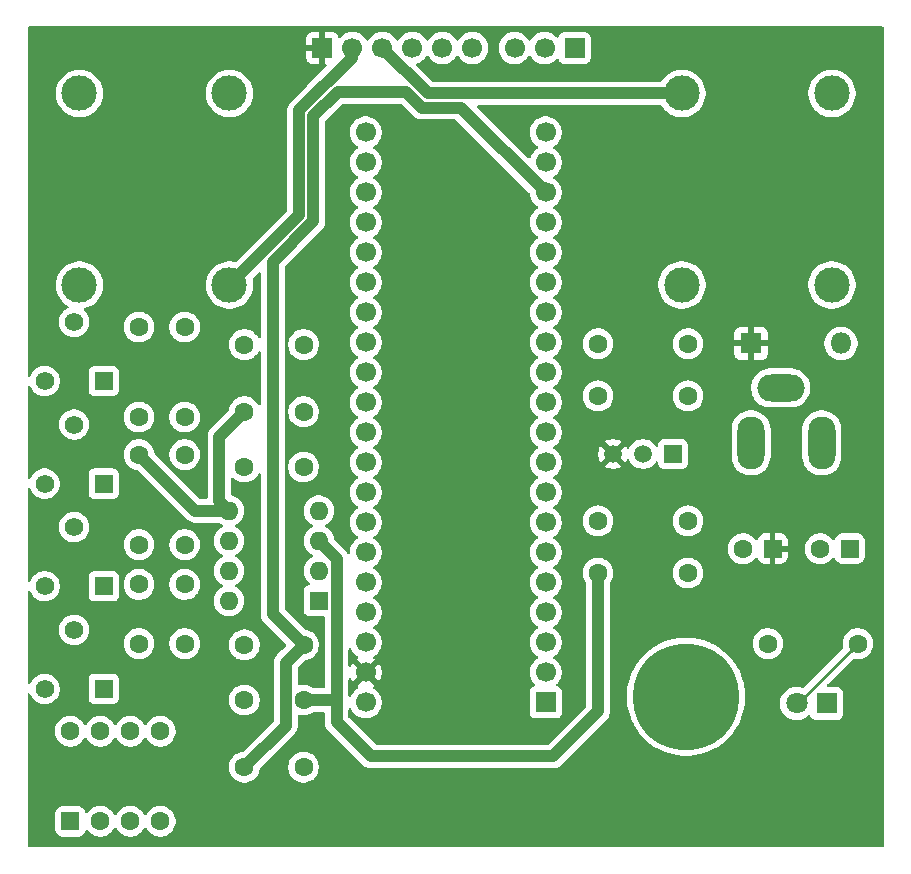
<source format=gbr>
%TF.GenerationSoftware,KiCad,Pcbnew,9.0.6*%
%TF.CreationDate,2025-11-22T19:05:53-06:00*%
%TF.ProjectId,wah,7761682e-6b69-4636-9164-5f7063625858,0.7*%
%TF.SameCoordinates,Original*%
%TF.FileFunction,Copper,L2,Inr*%
%TF.FilePolarity,Positive*%
%FSLAX46Y46*%
G04 Gerber Fmt 4.6, Leading zero omitted, Abs format (unit mm)*
G04 Created by KiCad (PCBNEW 9.0.6) date 2025-11-22 19:05:53*
%MOMM*%
%LPD*%
G01*
G04 APERTURE LIST*
G04 Aperture macros list*
%AMRoundRect*
0 Rectangle with rounded corners*
0 $1 Rounding radius*
0 $2 $3 $4 $5 $6 $7 $8 $9 X,Y pos of 4 corners*
0 Add a 4 corners polygon primitive as box body*
4,1,4,$2,$3,$4,$5,$6,$7,$8,$9,$2,$3,0*
0 Add four circle primitives for the rounded corners*
1,1,$1+$1,$2,$3*
1,1,$1+$1,$4,$5*
1,1,$1+$1,$6,$7*
1,1,$1+$1,$8,$9*
0 Add four rect primitives between the rounded corners*
20,1,$1+$1,$2,$3,$4,$5,0*
20,1,$1+$1,$4,$5,$6,$7,0*
20,1,$1+$1,$6,$7,$8,$9,0*
20,1,$1+$1,$8,$9,$2,$3,0*%
G04 Aperture macros list end*
%TA.AperFunction,ComponentPad*%
%ADD10R,1.800000X1.800000*%
%TD*%
%TA.AperFunction,ComponentPad*%
%ADD11O,1.800000X1.800000*%
%TD*%
%TA.AperFunction,ComponentPad*%
%ADD12C,1.600000*%
%TD*%
%TA.AperFunction,ComponentPad*%
%ADD13R,1.560000X1.560000*%
%TD*%
%TA.AperFunction,ComponentPad*%
%ADD14C,1.560000*%
%TD*%
%TA.AperFunction,ComponentPad*%
%ADD15RoundRect,0.250000X0.550000X0.550000X-0.550000X0.550000X-0.550000X-0.550000X0.550000X-0.550000X0*%
%TD*%
%TA.AperFunction,ComponentPad*%
%ADD16R,1.500000X1.500000*%
%TD*%
%TA.AperFunction,ComponentPad*%
%ADD17C,1.500000*%
%TD*%
%TA.AperFunction,ComponentPad*%
%ADD18C,3.000000*%
%TD*%
%TA.AperFunction,ComponentPad*%
%ADD19O,2.300000X4.500000*%
%TD*%
%TA.AperFunction,ComponentPad*%
%ADD20O,4.000000X2.300000*%
%TD*%
%TA.AperFunction,ComponentPad*%
%ADD21RoundRect,0.250000X0.550000X-0.550000X0.550000X0.550000X-0.550000X0.550000X-0.550000X-0.550000X0*%
%TD*%
%TA.AperFunction,ComponentPad*%
%ADD22R,1.700000X1.700000*%
%TD*%
%TA.AperFunction,ComponentPad*%
%ADD23C,1.700000*%
%TD*%
%TA.AperFunction,ComponentPad*%
%ADD24R,1.600000X1.600000*%
%TD*%
%TA.AperFunction,ComponentPad*%
%ADD25O,1.600000X1.600000*%
%TD*%
%TA.AperFunction,ComponentPad*%
%ADD26C,1.800000*%
%TD*%
%TA.AperFunction,ComponentPad*%
%ADD27C,9.000000*%
%TD*%
%TA.AperFunction,Conductor*%
%ADD28C,0.250000*%
%TD*%
%TA.AperFunction,Conductor*%
%ADD29C,1.000000*%
%TD*%
G04 APERTURE END LIST*
D10*
%TO.N,+9V*%
%TO.C,D1*%
X103970000Y-60245000D03*
D11*
%TO.N,Net-(D1-A)*%
X111590000Y-60245000D03*
%TD*%
D12*
%TO.N,/AUDIO_OUT*%
%TO.C,C9*%
X61080000Y-96125000D03*
%TO.N,Net-(C9-Pad2)*%
X66080000Y-96125000D03*
%TD*%
D13*
%TO.N,GND*%
%TO.C,RV2*%
X49160000Y-72115000D03*
D14*
%TO.N,/POT2*%
X46660000Y-67115000D03*
%TO.N,VDD*%
X44160000Y-72115000D03*
%TD*%
D12*
%TO.N,Net-(C5-Pad1)*%
%TO.C,C5*%
X61080000Y-60345000D03*
%TO.N,/AUDIO_IN*%
X66080000Y-60345000D03*
%TD*%
D15*
%TO.N,/VREF*%
%TO.C,C7*%
X112330000Y-77625000D03*
D12*
%TO.N,GND*%
X109830000Y-77625000D03*
%TD*%
%TO.N,GND*%
%TO.C,R6*%
X91020000Y-60265000D03*
%TO.N,/VREF*%
X98640000Y-60265000D03*
%TD*%
D16*
%TO.N,Net-(U1C-V+)*%
%TO.C,U2*%
X97370000Y-69615000D03*
D17*
%TO.N,GND*%
X94830000Y-69615000D03*
%TO.N,+9V*%
X92290000Y-69615000D03*
%TD*%
D18*
%TO.N,GND*%
%TO.C,J3*%
X110820000Y-39070000D03*
%TO.N,N/C*%
X110820000Y-55300000D03*
%TO.N,/J_OUT*%
X98120000Y-39070000D03*
%TO.N,N/C*%
X98120000Y-55300000D03*
%TD*%
D12*
%TO.N,/VREF*%
%TO.C,R2*%
X52150000Y-77275000D03*
%TO.N,Net-(U1B-+)*%
X52150000Y-69655000D03*
%TD*%
D19*
%TO.N,GND*%
%TO.C,J1*%
X103970000Y-68665000D03*
%TO.N,Net-(D1-A)*%
X109970000Y-68665000D03*
D20*
%TO.N,unconnected-(J1-Pad3)*%
X106470000Y-64015000D03*
%TD*%
D13*
%TO.N,GND*%
%TO.C,RV1*%
X49160000Y-63425000D03*
D14*
%TO.N,/POT1*%
X46660000Y-58425000D03*
%TO.N,VDD*%
X44160000Y-63425000D03*
%TD*%
D12*
%TO.N,Net-(U1C-V+)*%
%TO.C,C6*%
X56020000Y-80655000D03*
%TO.N,GND*%
X56020000Y-85655000D03*
%TD*%
%TO.N,Net-(C9-Pad2)*%
%TO.C,R7*%
X98640000Y-75265000D03*
%TO.N,Net-(U1A-+)*%
X91020000Y-75265000D03*
%TD*%
%TO.N,/FX_IN*%
%TO.C,R1*%
X56020000Y-77275000D03*
%TO.N,Net-(C1-Pad1)*%
X56020000Y-69655000D03*
%TD*%
%TO.N,Net-(U1C-V+)*%
%TO.C,R5*%
X98640000Y-64685000D03*
%TO.N,/VREF*%
X91020000Y-64685000D03*
%TD*%
D21*
%TO.N,/SW1*%
%TO.C,SW1*%
X46330000Y-100705000D03*
D12*
%TO.N,/SW2*%
X48870000Y-100705000D03*
%TO.N,/SW3*%
X51410000Y-100705000D03*
%TO.N,/SW4*%
X53950000Y-100705000D03*
%TO.N,GND*%
X53950000Y-93085000D03*
X51410000Y-93085000D03*
X48870000Y-93085000D03*
X46330000Y-93085000D03*
%TD*%
D22*
%TO.N,+9V*%
%TO.C,J4*%
X67680000Y-35234999D03*
D23*
%TO.N,/J_IN*%
X70220000Y-35234999D03*
%TO.N,/J_OUT*%
X72760000Y-35234999D03*
%TO.N,/FX_IN*%
X75300000Y-35234999D03*
%TO.N,/FX_OUT*%
X77840000Y-35234999D03*
%TO.N,/LED*%
X80380000Y-35234999D03*
%TD*%
D12*
%TO.N,/LED*%
%TO.C,R8*%
X105400000Y-85655000D03*
%TO.N,Net-(D2-A)*%
X113020000Y-85655000D03*
%TD*%
D22*
%TO.N,GND*%
%TO.C,J5*%
X89030000Y-35234999D03*
D23*
%TO.N,/WAH_POT*%
X86490000Y-35234999D03*
%TO.N,VDD*%
X83950000Y-35234999D03*
%TD*%
D13*
%TO.N,GND*%
%TO.C,RV4*%
X49160000Y-89495000D03*
D14*
%TO.N,/POT4*%
X46660000Y-84495000D03*
%TO.N,VDD*%
X44160000Y-89495000D03*
%TD*%
D18*
%TO.N,GND*%
%TO.C,J2*%
X47110000Y-55300000D03*
%TO.N,N/C*%
X47110000Y-39070000D03*
%TO.N,/J_IN*%
X59810000Y-55300000D03*
%TO.N,N/C*%
X59810000Y-39070000D03*
%TD*%
D12*
%TO.N,Net-(U1B--)*%
%TO.C,R3*%
X52150000Y-66475000D03*
%TO.N,Net-(C5-Pad1)*%
X52150000Y-58855000D03*
%TD*%
%TO.N,Net-(U1C-V+)*%
%TO.C,C4*%
X52150000Y-80655000D03*
%TO.N,GND*%
X52150000Y-85655000D03*
%TD*%
D15*
%TO.N,+9V*%
%TO.C,C3*%
X105790000Y-77625000D03*
D12*
%TO.N,GND*%
X103290000Y-77625000D03*
%TD*%
%TO.N,/VREF*%
%TO.C,R9*%
X98640000Y-79685000D03*
%TO.N,Net-(U1A-+)*%
X91020000Y-79685000D03*
%TD*%
%TO.N,Net-(C1-Pad1)*%
%TO.C,C1*%
X61080000Y-70705000D03*
%TO.N,GND*%
X66080000Y-70705000D03*
%TD*%
%TO.N,Net-(C1-Pad1)*%
%TO.C,C2*%
X66080000Y-66025000D03*
%TO.N,Net-(U1B-+)*%
X61080000Y-66025000D03*
%TD*%
D24*
%TO.N,/FX_OUT*%
%TO.C,U1*%
X67380000Y-82035000D03*
D25*
X67380000Y-79495000D03*
%TO.N,Net-(U1A-+)*%
X67380000Y-76955000D03*
%TO.N,GND*%
X67380000Y-74415000D03*
%TO.N,Net-(U1B-+)*%
X59760000Y-74415000D03*
%TO.N,Net-(U1B--)*%
X59760000Y-76955000D03*
X59760000Y-79495000D03*
%TO.N,Net-(U1C-V+)*%
X59760000Y-82035000D03*
%TD*%
D10*
%TO.N,GND*%
%TO.C,D2*%
X110370000Y-90725000D03*
D26*
%TO.N,Net-(D2-A)*%
X107830000Y-90725000D03*
%TD*%
D12*
%TO.N,/AUDIO_OUT*%
%TO.C,C8*%
X66080000Y-85765000D03*
%TO.N,GND*%
X61080000Y-85765000D03*
%TD*%
%TO.N,/AUDIO_IN*%
%TO.C,R4*%
X56020000Y-58855000D03*
%TO.N,GND*%
X56020000Y-66475000D03*
%TD*%
D22*
%TO.N,unconnected-(A1-USB_ID-Pad1)*%
%TO.C,A1*%
X86590000Y-90635000D03*
D23*
%TO.N,unconnected-(A1-SD_DATA_3-Pad2)*%
X86590000Y-88095000D03*
%TO.N,unconnected-(A1-SD_DATA_2-Pad3)*%
X86590000Y-85555000D03*
%TO.N,unconnected-(A1-SD_DATA_1-Pad4)*%
X86590000Y-83015000D03*
%TO.N,unconnected-(A1-SD_DATA_0-Pad5)*%
X86590000Y-80475000D03*
%TO.N,unconnected-(A1-SD_CMD-Pad6)*%
X86590000Y-77935000D03*
%TO.N,unconnected-(A1-SD_CLK-Pad7)*%
X86590000Y-75395000D03*
%TO.N,unconnected-(A1-SPI1_CS-Pad8)*%
X86590000Y-72855000D03*
%TO.N,unconnected-(A1-SPI1_SCK-Pad9)*%
X86590000Y-70315000D03*
%TO.N,unconnected-(A1-SPI1_POCI-Pad10)*%
X86590000Y-67775000D03*
%TO.N,unconnected-(A1-SPI1_PICO-Pad11)*%
X86590000Y-65235000D03*
%TO.N,unconnected-(A1-I2C1_SCL-Pad12)*%
X86590000Y-62695000D03*
%TO.N,unconnected-(A1-I2C1_SDA-Pad13)*%
X86590000Y-60155000D03*
%TO.N,unconnected-(A1-USART1_TX-Pad14)*%
X86590000Y-57615000D03*
%TO.N,unconnected-(A1-USART1_RX-Pad15)*%
X86590000Y-55075000D03*
%TO.N,/AUDIO_IN*%
X86590000Y-52535000D03*
%TO.N,unconnected-(A1-AUDIO_IN_2-Pad17)*%
X86590000Y-49995000D03*
%TO.N,/AUDIO_OUT*%
X86590000Y-47455000D03*
%TO.N,unconnected-(A1-AUDIO_OUT_2-Pad19)*%
X86590000Y-44915000D03*
%TO.N,GND*%
X86590000Y-42375000D03*
%TO.N,VDD*%
X71350000Y-42375000D03*
%TO.N,/POT1*%
X71350000Y-44915000D03*
%TO.N,/POT2*%
X71350000Y-47455000D03*
%TO.N,/POT3*%
X71350000Y-49995000D03*
%TO.N,/POT4*%
X71350000Y-52535000D03*
%TO.N,/WAH_POT*%
X71350000Y-55075000D03*
%TO.N,/SW1*%
X71350000Y-57615000D03*
%TO.N,/SW2*%
X71350000Y-60155000D03*
%TO.N,/SW3*%
X71350000Y-62695000D03*
%TO.N,/SW4*%
X71350000Y-65235000D03*
%TO.N,unconnected-(A1-SAI2_MCLK-Pad31)*%
X71350000Y-67775000D03*
%TO.N,unconnected-(A1-SAI2_SD_B-Pad32)*%
X71350000Y-70315000D03*
%TO.N,unconnected-(A1-SAI2_SD_A-Pad33)*%
X71350000Y-72855000D03*
%TO.N,unconnected-(A1-SAI2_FS-Pad34)*%
X71350000Y-75395000D03*
%TO.N,unconnected-(A1-SAI2_SCK-Pad35)*%
X71350000Y-77935000D03*
%TO.N,unconnected-(A1-USB_D_--Pad36)*%
X71350000Y-80475000D03*
%TO.N,unconnected-(A1-USB_D_+-Pad37)*%
X71350000Y-83015000D03*
%TO.N,unconnected-(A1-3V3_D-Pad38)*%
X71350000Y-85555000D03*
%TO.N,+9V*%
X71350000Y-88095000D03*
%TO.N,GND*%
X71350000Y-90635000D03*
%TD*%
D27*
%TO.N,GND*%
%TO.C,H1*%
X98470000Y-90155000D03*
%TD*%
D12*
%TO.N,Net-(U1A-+)*%
%TO.C,C10*%
X66080000Y-90445000D03*
%TO.N,GND*%
X61080000Y-90445000D03*
%TD*%
D13*
%TO.N,GND*%
%TO.C,RV3*%
X49160000Y-80805000D03*
D14*
%TO.N,/POT3*%
X46660000Y-75805000D03*
%TO.N,VDD*%
X44160000Y-80805000D03*
%TD*%
D28*
%TO.N,Net-(D2-A)*%
X113020000Y-85655000D02*
X107950000Y-90725000D01*
X107950000Y-90725000D02*
X107830000Y-90725000D01*
D29*
%TO.N,Net-(U1A-+)*%
X68881000Y-90359446D02*
X68881000Y-92296000D01*
X91020000Y-91405000D02*
X91020000Y-79685000D01*
X68881000Y-92296000D02*
X71800000Y-95215000D01*
X87210000Y-95215000D02*
X91020000Y-91405000D01*
X71800000Y-95215000D02*
X87210000Y-95215000D01*
%TO.N,Net-(U1B-+)*%
X61080000Y-66025000D02*
X58960001Y-68144999D01*
X58960001Y-73615001D02*
X59760000Y-74415000D01*
X58960001Y-68144999D02*
X58960001Y-73615001D01*
X52150000Y-69655000D02*
X56910000Y-74415000D01*
X56910000Y-74415000D02*
X59760000Y-74415000D01*
%TO.N,/AUDIO_OUT*%
X66080000Y-85765000D02*
X63470000Y-83155000D01*
X76097531Y-40271000D02*
X79406000Y-40271000D01*
X79406000Y-40271000D02*
X86590000Y-47455000D01*
X63470000Y-83155000D02*
X63470000Y-53338470D01*
X63470000Y-53338470D02*
X66911000Y-49897470D01*
X66911000Y-49897470D02*
X66911000Y-41012470D01*
X74771531Y-38945000D02*
X76097531Y-40271000D01*
X66911000Y-41012470D02*
X68978470Y-38945000D01*
X68978470Y-38945000D02*
X74771531Y-38945000D01*
%TO.N,/J_IN*%
X59810000Y-55300000D02*
X65710000Y-49400000D01*
X70170000Y-36055000D02*
X70170000Y-35284999D01*
X65710000Y-49400000D02*
X65710000Y-40515000D01*
X70170000Y-35284999D02*
X70220000Y-35234999D01*
X65710000Y-40515000D02*
X70170000Y-36055000D01*
%TO.N,/AUDIO_OUT*%
X66080000Y-85765000D02*
X64579000Y-87266000D01*
X64579000Y-87266000D02*
X64579000Y-92626000D01*
X64579000Y-92626000D02*
X61080000Y-96125000D01*
%TO.N,Net-(U1A-+)*%
X66080000Y-90445000D02*
X68795446Y-90445000D01*
X68795446Y-90445000D02*
X68881000Y-90359446D01*
X67380000Y-76955000D02*
X68881000Y-78456000D01*
X68881000Y-78456000D02*
X68881000Y-90359446D01*
%TO.N,/J_OUT*%
X72760000Y-35234999D02*
X76595001Y-39070000D01*
X76595001Y-39070000D02*
X98120000Y-39070000D01*
%TD*%
%TA.AperFunction,Conductor*%
%TO.N,+9V*%
G36*
X70837482Y-88307292D02*
G01*
X70909890Y-88432708D01*
X71012292Y-88535110D01*
X71137708Y-88607518D01*
X71179765Y-88618787D01*
X70588282Y-89210269D01*
X70588282Y-89210270D01*
X70642452Y-89249626D01*
X70642451Y-89249626D01*
X70651495Y-89254234D01*
X70702292Y-89302208D01*
X70719087Y-89370029D01*
X70696550Y-89436164D01*
X70651499Y-89475202D01*
X70642182Y-89479949D01*
X70470213Y-89604890D01*
X70319890Y-89755213D01*
X70194951Y-89927180D01*
X70115985Y-90082159D01*
X70068010Y-90132955D01*
X70000189Y-90149750D01*
X69934054Y-90127212D01*
X69890603Y-90072497D01*
X69881500Y-90025864D01*
X69881500Y-88703034D01*
X69901185Y-88635995D01*
X69953989Y-88590240D01*
X70023147Y-88580296D01*
X70086703Y-88609321D01*
X70115985Y-88646739D01*
X70195375Y-88802550D01*
X70234728Y-88856716D01*
X70826212Y-88265233D01*
X70837482Y-88307292D01*
G37*
%TD.AperFunction*%
%TA.AperFunction,Conductor*%
G36*
X70086703Y-86070422D02*
G01*
X70115985Y-86107840D01*
X70194951Y-86262820D01*
X70319890Y-86434786D01*
X70470213Y-86585109D01*
X70642179Y-86710048D01*
X70642181Y-86710049D01*
X70642184Y-86710051D01*
X70651493Y-86714794D01*
X70702290Y-86762766D01*
X70719087Y-86830587D01*
X70696552Y-86896722D01*
X70651505Y-86935760D01*
X70642446Y-86940376D01*
X70642440Y-86940380D01*
X70588282Y-86979727D01*
X70588282Y-86979728D01*
X71179766Y-87571212D01*
X71137708Y-87582482D01*
X71012292Y-87654890D01*
X70909890Y-87757292D01*
X70837482Y-87882708D01*
X70826212Y-87924766D01*
X70234728Y-87333282D01*
X70234727Y-87333282D01*
X70195380Y-87387440D01*
X70195378Y-87387443D01*
X70115984Y-87543261D01*
X70068010Y-87594056D01*
X70000189Y-87610851D01*
X69934054Y-87588313D01*
X69890603Y-87533598D01*
X69881500Y-87486965D01*
X69881500Y-86164135D01*
X69901185Y-86097096D01*
X69953989Y-86051341D01*
X70023147Y-86041397D01*
X70086703Y-86070422D01*
G37*
%TD.AperFunction*%
%TA.AperFunction,Conductor*%
G36*
X115162539Y-33425185D02*
G01*
X115208294Y-33477989D01*
X115219500Y-33529500D01*
X115219500Y-102780500D01*
X115199815Y-102847539D01*
X115147011Y-102893294D01*
X115095500Y-102904500D01*
X42844500Y-102904500D01*
X42777461Y-102884815D01*
X42731706Y-102832011D01*
X42720500Y-102780500D01*
X42720500Y-100104983D01*
X45029500Y-100104983D01*
X45029500Y-101305001D01*
X45029501Y-101305018D01*
X45040000Y-101407796D01*
X45040001Y-101407799D01*
X45056818Y-101458548D01*
X45095186Y-101574334D01*
X45187288Y-101723656D01*
X45311344Y-101847712D01*
X45460666Y-101939814D01*
X45627203Y-101994999D01*
X45729991Y-102005500D01*
X46930008Y-102005499D01*
X47032797Y-101994999D01*
X47199334Y-101939814D01*
X47348656Y-101847712D01*
X47472712Y-101723656D01*
X47564814Y-101574334D01*
X47591955Y-101492427D01*
X47631726Y-101434984D01*
X47696242Y-101408161D01*
X47765018Y-101420476D01*
X47809977Y-101458547D01*
X47878030Y-101552213D01*
X47878034Y-101552219D01*
X48022786Y-101696971D01*
X48177749Y-101809556D01*
X48188390Y-101817287D01*
X48304607Y-101876503D01*
X48370776Y-101910218D01*
X48370778Y-101910218D01*
X48370781Y-101910220D01*
X48461856Y-101939812D01*
X48565465Y-101973477D01*
X48666557Y-101989488D01*
X48767648Y-102005500D01*
X48767649Y-102005500D01*
X48972351Y-102005500D01*
X48972352Y-102005500D01*
X49174534Y-101973477D01*
X49369219Y-101910220D01*
X49551610Y-101817287D01*
X49680482Y-101723657D01*
X49717213Y-101696971D01*
X49717215Y-101696968D01*
X49717219Y-101696966D01*
X49861966Y-101552219D01*
X49861968Y-101552215D01*
X49861971Y-101552213D01*
X49982284Y-101386614D01*
X49982285Y-101386613D01*
X49982287Y-101386610D01*
X50029516Y-101293917D01*
X50077489Y-101243123D01*
X50145310Y-101226328D01*
X50211445Y-101248865D01*
X50250483Y-101293917D01*
X50256140Y-101305018D01*
X50297715Y-101386614D01*
X50418028Y-101552213D01*
X50562786Y-101696971D01*
X50717749Y-101809556D01*
X50728390Y-101817287D01*
X50844607Y-101876503D01*
X50910776Y-101910218D01*
X50910778Y-101910218D01*
X50910781Y-101910220D01*
X51001856Y-101939812D01*
X51105465Y-101973477D01*
X51206557Y-101989488D01*
X51307648Y-102005500D01*
X51307649Y-102005500D01*
X51512351Y-102005500D01*
X51512352Y-102005500D01*
X51714534Y-101973477D01*
X51909219Y-101910220D01*
X52091610Y-101817287D01*
X52220482Y-101723657D01*
X52257213Y-101696971D01*
X52257215Y-101696968D01*
X52257219Y-101696966D01*
X52401966Y-101552219D01*
X52401968Y-101552215D01*
X52401971Y-101552213D01*
X52522284Y-101386614D01*
X52522285Y-101386613D01*
X52522287Y-101386610D01*
X52569516Y-101293917D01*
X52617489Y-101243123D01*
X52685310Y-101226328D01*
X52751445Y-101248865D01*
X52790483Y-101293917D01*
X52796140Y-101305018D01*
X52837715Y-101386614D01*
X52958028Y-101552213D01*
X53102786Y-101696971D01*
X53257749Y-101809556D01*
X53268390Y-101817287D01*
X53384607Y-101876503D01*
X53450776Y-101910218D01*
X53450778Y-101910218D01*
X53450781Y-101910220D01*
X53541856Y-101939812D01*
X53645465Y-101973477D01*
X53746557Y-101989488D01*
X53847648Y-102005500D01*
X53847649Y-102005500D01*
X54052351Y-102005500D01*
X54052352Y-102005500D01*
X54254534Y-101973477D01*
X54449219Y-101910220D01*
X54631610Y-101817287D01*
X54760482Y-101723657D01*
X54797213Y-101696971D01*
X54797215Y-101696968D01*
X54797219Y-101696966D01*
X54941966Y-101552219D01*
X54941968Y-101552215D01*
X54941971Y-101552213D01*
X55010021Y-101458548D01*
X55062287Y-101386610D01*
X55155220Y-101204219D01*
X55218477Y-101009534D01*
X55250500Y-100807352D01*
X55250500Y-100602648D01*
X55218477Y-100400466D01*
X55155220Y-100205781D01*
X55155218Y-100205778D01*
X55155218Y-100205776D01*
X55103865Y-100104991D01*
X55062287Y-100023390D01*
X55010021Y-99951451D01*
X54941971Y-99857786D01*
X54797213Y-99713028D01*
X54631613Y-99592715D01*
X54631612Y-99592714D01*
X54631610Y-99592713D01*
X54571898Y-99562288D01*
X54449223Y-99499781D01*
X54254534Y-99436522D01*
X54079995Y-99408878D01*
X54052352Y-99404500D01*
X53847648Y-99404500D01*
X53823329Y-99408351D01*
X53645465Y-99436522D01*
X53450776Y-99499781D01*
X53268386Y-99592715D01*
X53102786Y-99713028D01*
X52958028Y-99857786D01*
X52837715Y-100023386D01*
X52790485Y-100116080D01*
X52742510Y-100166876D01*
X52674689Y-100183671D01*
X52608554Y-100161134D01*
X52569515Y-100116080D01*
X52563861Y-100104983D01*
X52522287Y-100023390D01*
X52470021Y-99951451D01*
X52401971Y-99857786D01*
X52257213Y-99713028D01*
X52091613Y-99592715D01*
X52091612Y-99592714D01*
X52091610Y-99592713D01*
X52031898Y-99562288D01*
X51909223Y-99499781D01*
X51714534Y-99436522D01*
X51539995Y-99408878D01*
X51512352Y-99404500D01*
X51307648Y-99404500D01*
X51283329Y-99408351D01*
X51105465Y-99436522D01*
X50910776Y-99499781D01*
X50728386Y-99592715D01*
X50562786Y-99713028D01*
X50418028Y-99857786D01*
X50297715Y-100023386D01*
X50250485Y-100116080D01*
X50202510Y-100166876D01*
X50134689Y-100183671D01*
X50068554Y-100161134D01*
X50029515Y-100116080D01*
X50023861Y-100104983D01*
X49982287Y-100023390D01*
X49930021Y-99951451D01*
X49861971Y-99857786D01*
X49717213Y-99713028D01*
X49551613Y-99592715D01*
X49551612Y-99592714D01*
X49551610Y-99592713D01*
X49491898Y-99562288D01*
X49369223Y-99499781D01*
X49174534Y-99436522D01*
X48999995Y-99408878D01*
X48972352Y-99404500D01*
X48767648Y-99404500D01*
X48743329Y-99408351D01*
X48565465Y-99436522D01*
X48370776Y-99499781D01*
X48188386Y-99592715D01*
X48022786Y-99713028D01*
X47878032Y-99857782D01*
X47878028Y-99857787D01*
X47809978Y-99951451D01*
X47754648Y-99994117D01*
X47685035Y-100000096D01*
X47623240Y-99967490D01*
X47591954Y-99917570D01*
X47572144Y-99857787D01*
X47564814Y-99835666D01*
X47472712Y-99686344D01*
X47348656Y-99562288D01*
X47199334Y-99470186D01*
X47032797Y-99415001D01*
X47032795Y-99415000D01*
X46930010Y-99404500D01*
X45729998Y-99404500D01*
X45729981Y-99404501D01*
X45627203Y-99415000D01*
X45627200Y-99415001D01*
X45460668Y-99470185D01*
X45460663Y-99470187D01*
X45311342Y-99562289D01*
X45187289Y-99686342D01*
X45095187Y-99835663D01*
X45095186Y-99835666D01*
X45040001Y-100002203D01*
X45040001Y-100002204D01*
X45040000Y-100002204D01*
X45029500Y-100104983D01*
X42720500Y-100104983D01*
X42720500Y-92982648D01*
X45029500Y-92982648D01*
X45029500Y-93187352D01*
X45031822Y-93202011D01*
X45061522Y-93389534D01*
X45124781Y-93584223D01*
X45217715Y-93766613D01*
X45338028Y-93932213D01*
X45482786Y-94076971D01*
X45637749Y-94189556D01*
X45648390Y-94197287D01*
X45764607Y-94256503D01*
X45830776Y-94290218D01*
X45830778Y-94290218D01*
X45830781Y-94290220D01*
X45935137Y-94324127D01*
X46025465Y-94353477D01*
X46126557Y-94369488D01*
X46227648Y-94385500D01*
X46227649Y-94385500D01*
X46432351Y-94385500D01*
X46432352Y-94385500D01*
X46634534Y-94353477D01*
X46829219Y-94290220D01*
X47011610Y-94197287D01*
X47109809Y-94125942D01*
X47177213Y-94076971D01*
X47177215Y-94076968D01*
X47177219Y-94076966D01*
X47321966Y-93932219D01*
X47321968Y-93932215D01*
X47321971Y-93932213D01*
X47442284Y-93766614D01*
X47442285Y-93766613D01*
X47442287Y-93766610D01*
X47489516Y-93673917D01*
X47537489Y-93623123D01*
X47605310Y-93606328D01*
X47671445Y-93628865D01*
X47710485Y-93673919D01*
X47757715Y-93766614D01*
X47878028Y-93932213D01*
X48022786Y-94076971D01*
X48177749Y-94189556D01*
X48188390Y-94197287D01*
X48304607Y-94256503D01*
X48370776Y-94290218D01*
X48370778Y-94290218D01*
X48370781Y-94290220D01*
X48475137Y-94324127D01*
X48565465Y-94353477D01*
X48666557Y-94369488D01*
X48767648Y-94385500D01*
X48767649Y-94385500D01*
X48972351Y-94385500D01*
X48972352Y-94385500D01*
X49174534Y-94353477D01*
X49369219Y-94290220D01*
X49551610Y-94197287D01*
X49649809Y-94125942D01*
X49717213Y-94076971D01*
X49717215Y-94076968D01*
X49717219Y-94076966D01*
X49861966Y-93932219D01*
X49861968Y-93932215D01*
X49861971Y-93932213D01*
X49982284Y-93766614D01*
X49982285Y-93766613D01*
X49982287Y-93766610D01*
X50029516Y-93673917D01*
X50077489Y-93623123D01*
X50145310Y-93606328D01*
X50211445Y-93628865D01*
X50250485Y-93673919D01*
X50297715Y-93766614D01*
X50418028Y-93932213D01*
X50562786Y-94076971D01*
X50717749Y-94189556D01*
X50728390Y-94197287D01*
X50844607Y-94256503D01*
X50910776Y-94290218D01*
X50910778Y-94290218D01*
X50910781Y-94290220D01*
X51015137Y-94324127D01*
X51105465Y-94353477D01*
X51206557Y-94369488D01*
X51307648Y-94385500D01*
X51307649Y-94385500D01*
X51512351Y-94385500D01*
X51512352Y-94385500D01*
X51714534Y-94353477D01*
X51909219Y-94290220D01*
X52091610Y-94197287D01*
X52189809Y-94125942D01*
X52257213Y-94076971D01*
X52257215Y-94076968D01*
X52257219Y-94076966D01*
X52401966Y-93932219D01*
X52401968Y-93932215D01*
X52401971Y-93932213D01*
X52522284Y-93766614D01*
X52522285Y-93766613D01*
X52522287Y-93766610D01*
X52569516Y-93673917D01*
X52617489Y-93623123D01*
X52685310Y-93606328D01*
X52751445Y-93628865D01*
X52790485Y-93673919D01*
X52837715Y-93766614D01*
X52958028Y-93932213D01*
X53102786Y-94076971D01*
X53257749Y-94189556D01*
X53268390Y-94197287D01*
X53384607Y-94256503D01*
X53450776Y-94290218D01*
X53450778Y-94290218D01*
X53450781Y-94290220D01*
X53555137Y-94324127D01*
X53645465Y-94353477D01*
X53746557Y-94369488D01*
X53847648Y-94385500D01*
X53847649Y-94385500D01*
X54052351Y-94385500D01*
X54052352Y-94385500D01*
X54254534Y-94353477D01*
X54449219Y-94290220D01*
X54631610Y-94197287D01*
X54729809Y-94125942D01*
X54797213Y-94076971D01*
X54797215Y-94076968D01*
X54797219Y-94076966D01*
X54941966Y-93932219D01*
X54941968Y-93932215D01*
X54941971Y-93932213D01*
X55005141Y-93845265D01*
X55062287Y-93766610D01*
X55155220Y-93584219D01*
X55218477Y-93389534D01*
X55250500Y-93187352D01*
X55250500Y-92982648D01*
X55240235Y-92917839D01*
X55218477Y-92780465D01*
X55189127Y-92690137D01*
X55155220Y-92585781D01*
X55155218Y-92585778D01*
X55155218Y-92585776D01*
X55094272Y-92466164D01*
X55062287Y-92403390D01*
X55054556Y-92392749D01*
X54941971Y-92237786D01*
X54797213Y-92093028D01*
X54631613Y-91972715D01*
X54631612Y-91972714D01*
X54631610Y-91972713D01*
X54574653Y-91943691D01*
X54449223Y-91879781D01*
X54254534Y-91816522D01*
X54079995Y-91788878D01*
X54052352Y-91784500D01*
X53847648Y-91784500D01*
X53823329Y-91788351D01*
X53645465Y-91816522D01*
X53450776Y-91879781D01*
X53268386Y-91972715D01*
X53102786Y-92093028D01*
X52958028Y-92237786D01*
X52837715Y-92403386D01*
X52790485Y-92496080D01*
X52742510Y-92546876D01*
X52674689Y-92563671D01*
X52608554Y-92541134D01*
X52569515Y-92496080D01*
X52554272Y-92466164D01*
X52522287Y-92403390D01*
X52514556Y-92392749D01*
X52401971Y-92237786D01*
X52257213Y-92093028D01*
X52091613Y-91972715D01*
X52091612Y-91972714D01*
X52091610Y-91972713D01*
X52034653Y-91943691D01*
X51909223Y-91879781D01*
X51714534Y-91816522D01*
X51539995Y-91788878D01*
X51512352Y-91784500D01*
X51307648Y-91784500D01*
X51283329Y-91788351D01*
X51105465Y-91816522D01*
X50910776Y-91879781D01*
X50728386Y-91972715D01*
X50562786Y-92093028D01*
X50418028Y-92237786D01*
X50297715Y-92403386D01*
X50250485Y-92496080D01*
X50202510Y-92546876D01*
X50134689Y-92563671D01*
X50068554Y-92541134D01*
X50029515Y-92496080D01*
X50014272Y-92466164D01*
X49982287Y-92403390D01*
X49974556Y-92392749D01*
X49861971Y-92237786D01*
X49717213Y-92093028D01*
X49551613Y-91972715D01*
X49551612Y-91972714D01*
X49551610Y-91972713D01*
X49494653Y-91943691D01*
X49369223Y-91879781D01*
X49174534Y-91816522D01*
X48999995Y-91788878D01*
X48972352Y-91784500D01*
X48767648Y-91784500D01*
X48743329Y-91788351D01*
X48565465Y-91816522D01*
X48370776Y-91879781D01*
X48188386Y-91972715D01*
X48022786Y-92093028D01*
X47878028Y-92237786D01*
X47757715Y-92403386D01*
X47710485Y-92496080D01*
X47662510Y-92546876D01*
X47594689Y-92563671D01*
X47528554Y-92541134D01*
X47489515Y-92496080D01*
X47474272Y-92466164D01*
X47442287Y-92403390D01*
X47434556Y-92392749D01*
X47321971Y-92237786D01*
X47177213Y-92093028D01*
X47011613Y-91972715D01*
X47011612Y-91972714D01*
X47011610Y-91972713D01*
X46954653Y-91943691D01*
X46829223Y-91879781D01*
X46634534Y-91816522D01*
X46459995Y-91788878D01*
X46432352Y-91784500D01*
X46227648Y-91784500D01*
X46203329Y-91788351D01*
X46025465Y-91816522D01*
X45830776Y-91879781D01*
X45648386Y-91972715D01*
X45482786Y-92093028D01*
X45338028Y-92237786D01*
X45217715Y-92403386D01*
X45124781Y-92585776D01*
X45061522Y-92780465D01*
X45029500Y-92982648D01*
X42720500Y-92982648D01*
X42720500Y-89991367D01*
X42740185Y-89924328D01*
X42792989Y-89878573D01*
X42862147Y-89868629D01*
X42925703Y-89897654D01*
X42962431Y-89953049D01*
X42973312Y-89986539D01*
X43051742Y-90140466D01*
X43064818Y-90166129D01*
X43183289Y-90329190D01*
X43325810Y-90471711D01*
X43488871Y-90590182D01*
X43668458Y-90681686D01*
X43668460Y-90681687D01*
X43764303Y-90712828D01*
X43860149Y-90743970D01*
X43952348Y-90758572D01*
X44059217Y-90775500D01*
X44059222Y-90775500D01*
X44260783Y-90775500D01*
X44357289Y-90760214D01*
X44459851Y-90743970D01*
X44651542Y-90681686D01*
X44831129Y-90590182D01*
X44994190Y-90471711D01*
X45136711Y-90329190D01*
X45255182Y-90166129D01*
X45346686Y-89986542D01*
X45408970Y-89794851D01*
X45430843Y-89656752D01*
X45440500Y-89595783D01*
X45440500Y-89394216D01*
X45417708Y-89250318D01*
X45408970Y-89195149D01*
X45368847Y-89071663D01*
X45346687Y-89003460D01*
X45332076Y-88974784D01*
X45255182Y-88823871D01*
X45141306Y-88667135D01*
X47879500Y-88667135D01*
X47879500Y-90322870D01*
X47879501Y-90322876D01*
X47885908Y-90382483D01*
X47936202Y-90517328D01*
X47936206Y-90517335D01*
X48022452Y-90632544D01*
X48022455Y-90632547D01*
X48137664Y-90718793D01*
X48137671Y-90718797D01*
X48272517Y-90769091D01*
X48272516Y-90769091D01*
X48279444Y-90769835D01*
X48332127Y-90775500D01*
X49987872Y-90775499D01*
X50047483Y-90769091D01*
X50182331Y-90718796D01*
X50297546Y-90632546D01*
X50383796Y-90517331D01*
X50434091Y-90382483D01*
X50438374Y-90342648D01*
X59779500Y-90342648D01*
X59779500Y-90547351D01*
X59811522Y-90749534D01*
X59874781Y-90944223D01*
X59967715Y-91126613D01*
X60088028Y-91292213D01*
X60232786Y-91436971D01*
X60373611Y-91539284D01*
X60398390Y-91557287D01*
X60514607Y-91616503D01*
X60580776Y-91650218D01*
X60580778Y-91650218D01*
X60580781Y-91650220D01*
X60626605Y-91665109D01*
X60775465Y-91713477D01*
X60876557Y-91729488D01*
X60977648Y-91745500D01*
X60977649Y-91745500D01*
X61182351Y-91745500D01*
X61182352Y-91745500D01*
X61384534Y-91713477D01*
X61579219Y-91650220D01*
X61761610Y-91557287D01*
X61888379Y-91465185D01*
X61927213Y-91436971D01*
X61927215Y-91436968D01*
X61927219Y-91436966D01*
X62071966Y-91292219D01*
X62071968Y-91292215D01*
X62071971Y-91292213D01*
X62155607Y-91177096D01*
X62192287Y-91126610D01*
X62285220Y-90944219D01*
X62348477Y-90749534D01*
X62380500Y-90547352D01*
X62380500Y-90342648D01*
X62352542Y-90166129D01*
X62348477Y-90140465D01*
X62319127Y-90050137D01*
X62285220Y-89945781D01*
X62285218Y-89945778D01*
X62285218Y-89945776D01*
X62245909Y-89868629D01*
X62192287Y-89763390D01*
X62173212Y-89737135D01*
X62071971Y-89597786D01*
X61927213Y-89453028D01*
X61761613Y-89332715D01*
X61761612Y-89332714D01*
X61761610Y-89332713D01*
X61684207Y-89293274D01*
X61579223Y-89239781D01*
X61384534Y-89176522D01*
X61209995Y-89148878D01*
X61182352Y-89144500D01*
X60977648Y-89144500D01*
X60953329Y-89148351D01*
X60775465Y-89176522D01*
X60580776Y-89239781D01*
X60398386Y-89332715D01*
X60232786Y-89453028D01*
X60088028Y-89597786D01*
X59967715Y-89763386D01*
X59874781Y-89945776D01*
X59811522Y-90140465D01*
X59779500Y-90342648D01*
X50438374Y-90342648D01*
X50440500Y-90322873D01*
X50440499Y-88667128D01*
X50434091Y-88607517D01*
X50423938Y-88580296D01*
X50383797Y-88472671D01*
X50383793Y-88472664D01*
X50297547Y-88357455D01*
X50297544Y-88357452D01*
X50182335Y-88271206D01*
X50182328Y-88271202D01*
X50047482Y-88220908D01*
X50047483Y-88220908D01*
X49987883Y-88214501D01*
X49987881Y-88214500D01*
X49987873Y-88214500D01*
X49987864Y-88214500D01*
X48332129Y-88214500D01*
X48332123Y-88214501D01*
X48272516Y-88220908D01*
X48137671Y-88271202D01*
X48137664Y-88271206D01*
X48022455Y-88357452D01*
X48022452Y-88357455D01*
X47936206Y-88472664D01*
X47936202Y-88472671D01*
X47885908Y-88607517D01*
X47880179Y-88660807D01*
X47879501Y-88667123D01*
X47879500Y-88667135D01*
X45141306Y-88667135D01*
X45136711Y-88660810D01*
X44994190Y-88518289D01*
X44831129Y-88399818D01*
X44747981Y-88357452D01*
X44651539Y-88308312D01*
X44459852Y-88246030D01*
X44260783Y-88214500D01*
X44260778Y-88214500D01*
X44059222Y-88214500D01*
X44059217Y-88214500D01*
X43860147Y-88246030D01*
X43668460Y-88308312D01*
X43488870Y-88399818D01*
X43421792Y-88448554D01*
X43325810Y-88518289D01*
X43325808Y-88518291D01*
X43325807Y-88518291D01*
X43183291Y-88660807D01*
X43183291Y-88660808D01*
X43183289Y-88660810D01*
X43132410Y-88730838D01*
X43064818Y-88823870D01*
X42973312Y-89003460D01*
X42962431Y-89036950D01*
X42922993Y-89094626D01*
X42858635Y-89121824D01*
X42789788Y-89109909D01*
X42738313Y-89062665D01*
X42720500Y-88998632D01*
X42720500Y-84394216D01*
X45379500Y-84394216D01*
X45379500Y-84595783D01*
X45411030Y-84794852D01*
X45473312Y-84986539D01*
X45522658Y-85083386D01*
X45564818Y-85166129D01*
X45683289Y-85329190D01*
X45825810Y-85471711D01*
X45988871Y-85590182D01*
X46126207Y-85660158D01*
X46168460Y-85681687D01*
X46264303Y-85712828D01*
X46360149Y-85743970D01*
X46444640Y-85757352D01*
X46559217Y-85775500D01*
X46559222Y-85775500D01*
X46760783Y-85775500D01*
X46857289Y-85760214D01*
X46959851Y-85743970D01*
X47151542Y-85681686D01*
X47331129Y-85590182D01*
X47382790Y-85552648D01*
X50849500Y-85552648D01*
X50849500Y-85757351D01*
X50881522Y-85959534D01*
X50944781Y-86154223D01*
X51037715Y-86336613D01*
X51158028Y-86502213D01*
X51302786Y-86646971D01*
X51449491Y-86753556D01*
X51468390Y-86767287D01*
X51571778Y-86819966D01*
X51650776Y-86860218D01*
X51650778Y-86860218D01*
X51650781Y-86860220D01*
X51703299Y-86877284D01*
X51845465Y-86923477D01*
X51923035Y-86935763D01*
X52047648Y-86955500D01*
X52047649Y-86955500D01*
X52252351Y-86955500D01*
X52252352Y-86955500D01*
X52454534Y-86923477D01*
X52649219Y-86860220D01*
X52831610Y-86767287D01*
X52924590Y-86699732D01*
X52997213Y-86646971D01*
X52997215Y-86646968D01*
X52997219Y-86646966D01*
X53141966Y-86502219D01*
X53141968Y-86502215D01*
X53141971Y-86502213D01*
X53194732Y-86429590D01*
X53262287Y-86336610D01*
X53355220Y-86154219D01*
X53418477Y-85959534D01*
X53450500Y-85757352D01*
X53450500Y-85552648D01*
X54719500Y-85552648D01*
X54719500Y-85757351D01*
X54751522Y-85959534D01*
X54814781Y-86154223D01*
X54907715Y-86336613D01*
X55028028Y-86502213D01*
X55172786Y-86646971D01*
X55319491Y-86753556D01*
X55338390Y-86767287D01*
X55441778Y-86819966D01*
X55520776Y-86860218D01*
X55520778Y-86860218D01*
X55520781Y-86860220D01*
X55573299Y-86877284D01*
X55715465Y-86923477D01*
X55793035Y-86935763D01*
X55917648Y-86955500D01*
X55917649Y-86955500D01*
X56122351Y-86955500D01*
X56122352Y-86955500D01*
X56324534Y-86923477D01*
X56519219Y-86860220D01*
X56701610Y-86767287D01*
X56794590Y-86699732D01*
X56867213Y-86646971D01*
X56867215Y-86646968D01*
X56867219Y-86646966D01*
X57011966Y-86502219D01*
X57011968Y-86502215D01*
X57011971Y-86502213D01*
X57064732Y-86429590D01*
X57132287Y-86336610D01*
X57225220Y-86154219D01*
X57288477Y-85959534D01*
X57320500Y-85757352D01*
X57320500Y-85662648D01*
X59779500Y-85662648D01*
X59779500Y-85867351D01*
X59811522Y-86069534D01*
X59874781Y-86264223D01*
X59938691Y-86389653D01*
X59961691Y-86434792D01*
X59967715Y-86446613D01*
X60088028Y-86612213D01*
X60232786Y-86756971D01*
X60334112Y-86830587D01*
X60398390Y-86877287D01*
X60490558Y-86924249D01*
X60580776Y-86970218D01*
X60580778Y-86970218D01*
X60580781Y-86970220D01*
X60610041Y-86979727D01*
X60775465Y-87033477D01*
X60876557Y-87049488D01*
X60977648Y-87065500D01*
X60977649Y-87065500D01*
X61182351Y-87065500D01*
X61182352Y-87065500D01*
X61384534Y-87033477D01*
X61579219Y-86970220D01*
X61761610Y-86877287D01*
X61858962Y-86806557D01*
X61927213Y-86756971D01*
X61927215Y-86756968D01*
X61927219Y-86756966D01*
X62071966Y-86612219D01*
X62071968Y-86612215D01*
X62071971Y-86612213D01*
X62161590Y-86488861D01*
X62192287Y-86446610D01*
X62285220Y-86264219D01*
X62348477Y-86069534D01*
X62380500Y-85867352D01*
X62380500Y-85662648D01*
X62369022Y-85590181D01*
X62348477Y-85460465D01*
X62312736Y-85350466D01*
X62285220Y-85265781D01*
X62285218Y-85265778D01*
X62285218Y-85265776D01*
X62247910Y-85192557D01*
X62192287Y-85083390D01*
X62170175Y-85052955D01*
X62071971Y-84917786D01*
X61927213Y-84773028D01*
X61761613Y-84652715D01*
X61761612Y-84652714D01*
X61761610Y-84652713D01*
X61704653Y-84623691D01*
X61579223Y-84559781D01*
X61384534Y-84496522D01*
X61196690Y-84466771D01*
X61182352Y-84464500D01*
X60977648Y-84464500D01*
X60963310Y-84466771D01*
X60775465Y-84496522D01*
X60580776Y-84559781D01*
X60398386Y-84652715D01*
X60232786Y-84773028D01*
X60088028Y-84917786D01*
X59967715Y-85083386D01*
X59874781Y-85265776D01*
X59811522Y-85460465D01*
X59779500Y-85662648D01*
X57320500Y-85662648D01*
X57320500Y-85552648D01*
X57288477Y-85350466D01*
X57281564Y-85329191D01*
X57259127Y-85260137D01*
X57225220Y-85155781D01*
X57225218Y-85155778D01*
X57225218Y-85155776D01*
X57164488Y-85036588D01*
X57132287Y-84973390D01*
X57124556Y-84962749D01*
X57011971Y-84807786D01*
X56867213Y-84663028D01*
X56701613Y-84542715D01*
X56701612Y-84542714D01*
X56701610Y-84542713D01*
X56644653Y-84513691D01*
X56519223Y-84449781D01*
X56324534Y-84386522D01*
X56149995Y-84358878D01*
X56122352Y-84354500D01*
X55917648Y-84354500D01*
X55893329Y-84358351D01*
X55715465Y-84386522D01*
X55520776Y-84449781D01*
X55338386Y-84542715D01*
X55172786Y-84663028D01*
X55028028Y-84807786D01*
X54907715Y-84973386D01*
X54814781Y-85155776D01*
X54751522Y-85350465D01*
X54719500Y-85552648D01*
X53450500Y-85552648D01*
X53418477Y-85350466D01*
X53411564Y-85329191D01*
X53389127Y-85260137D01*
X53355220Y-85155781D01*
X53355218Y-85155778D01*
X53355218Y-85155776D01*
X53294488Y-85036588D01*
X53262287Y-84973390D01*
X53254556Y-84962749D01*
X53141971Y-84807786D01*
X52997213Y-84663028D01*
X52831613Y-84542715D01*
X52831612Y-84542714D01*
X52831610Y-84542713D01*
X52774653Y-84513691D01*
X52649223Y-84449781D01*
X52454534Y-84386522D01*
X52279995Y-84358878D01*
X52252352Y-84354500D01*
X52047648Y-84354500D01*
X52023329Y-84358351D01*
X51845465Y-84386522D01*
X51650776Y-84449781D01*
X51468386Y-84542715D01*
X51302786Y-84663028D01*
X51158028Y-84807786D01*
X51037715Y-84973386D01*
X50944781Y-85155776D01*
X50881522Y-85350465D01*
X50849500Y-85552648D01*
X47382790Y-85552648D01*
X47494190Y-85471711D01*
X47636711Y-85329190D01*
X47755182Y-85166129D01*
X47846686Y-84986542D01*
X47908970Y-84794851D01*
X47931482Y-84652715D01*
X47940500Y-84595783D01*
X47940500Y-84394216D01*
X47920280Y-84266557D01*
X47908970Y-84195149D01*
X47846686Y-84003458D01*
X47755182Y-83823871D01*
X47636711Y-83660810D01*
X47494190Y-83518289D01*
X47331129Y-83399818D01*
X47196543Y-83331243D01*
X47151539Y-83308312D01*
X46959852Y-83246030D01*
X46760783Y-83214500D01*
X46760778Y-83214500D01*
X46559222Y-83214500D01*
X46559217Y-83214500D01*
X46360147Y-83246030D01*
X46168460Y-83308312D01*
X45988870Y-83399818D01*
X45924152Y-83446839D01*
X45825810Y-83518289D01*
X45825808Y-83518291D01*
X45825807Y-83518291D01*
X45683291Y-83660807D01*
X45683291Y-83660808D01*
X45683289Y-83660810D01*
X45638239Y-83722816D01*
X45564818Y-83823870D01*
X45473312Y-84003460D01*
X45411030Y-84195147D01*
X45379500Y-84394216D01*
X42720500Y-84394216D01*
X42720500Y-81301367D01*
X42740185Y-81234328D01*
X42792989Y-81188573D01*
X42862147Y-81178629D01*
X42925703Y-81207654D01*
X42962431Y-81263049D01*
X42973312Y-81296539D01*
X43064818Y-81476129D01*
X43183289Y-81639190D01*
X43325810Y-81781711D01*
X43488871Y-81900182D01*
X43597439Y-81955500D01*
X43668460Y-81991687D01*
X43764303Y-82022828D01*
X43860149Y-82053970D01*
X43952348Y-82068572D01*
X44059217Y-82085500D01*
X44059222Y-82085500D01*
X44260783Y-82085500D01*
X44357289Y-82070214D01*
X44459851Y-82053970D01*
X44651542Y-81991686D01*
X44831129Y-81900182D01*
X44994190Y-81781711D01*
X45136711Y-81639190D01*
X45255182Y-81476129D01*
X45346686Y-81296542D01*
X45408970Y-81104851D01*
X45431986Y-80959534D01*
X45440500Y-80905783D01*
X45440500Y-80704216D01*
X45417778Y-80560761D01*
X45408970Y-80505149D01*
X45376308Y-80404626D01*
X45346687Y-80313460D01*
X45344227Y-80308632D01*
X45255182Y-80133871D01*
X45141306Y-79977135D01*
X47879500Y-79977135D01*
X47879500Y-81632870D01*
X47879501Y-81632876D01*
X47885908Y-81692483D01*
X47936202Y-81827328D01*
X47936206Y-81827335D01*
X48022452Y-81942544D01*
X48022455Y-81942547D01*
X48137664Y-82028793D01*
X48137671Y-82028797D01*
X48272517Y-82079091D01*
X48272516Y-82079091D01*
X48279444Y-82079835D01*
X48332127Y-82085500D01*
X49987872Y-82085499D01*
X50047483Y-82079091D01*
X50182331Y-82028796D01*
X50297546Y-81942546D01*
X50383796Y-81827331D01*
X50434091Y-81692483D01*
X50440500Y-81632873D01*
X50440499Y-80552648D01*
X50849500Y-80552648D01*
X50849500Y-80757351D01*
X50881522Y-80959534D01*
X50944781Y-81154223D01*
X51037715Y-81336613D01*
X51158028Y-81502213D01*
X51302786Y-81646971D01*
X51430408Y-81739692D01*
X51468390Y-81767287D01*
X51547336Y-81807512D01*
X51650776Y-81860218D01*
X51650778Y-81860218D01*
X51650781Y-81860220D01*
X51755137Y-81894127D01*
X51845465Y-81923477D01*
X51903368Y-81932648D01*
X52047648Y-81955500D01*
X52047649Y-81955500D01*
X52252351Y-81955500D01*
X52252352Y-81955500D01*
X52454534Y-81923477D01*
X52649219Y-81860220D01*
X52831610Y-81767287D01*
X52960621Y-81673556D01*
X52997213Y-81646971D01*
X52997215Y-81646968D01*
X52997219Y-81646966D01*
X53141966Y-81502219D01*
X53141968Y-81502215D01*
X53141971Y-81502213D01*
X53194732Y-81429590D01*
X53262287Y-81336610D01*
X53355220Y-81154219D01*
X53418477Y-80959534D01*
X53450500Y-80757352D01*
X53450500Y-80552648D01*
X54719500Y-80552648D01*
X54719500Y-80757351D01*
X54751522Y-80959534D01*
X54814781Y-81154223D01*
X54907715Y-81336613D01*
X55028028Y-81502213D01*
X55172786Y-81646971D01*
X55300408Y-81739692D01*
X55338390Y-81767287D01*
X55417336Y-81807512D01*
X55520776Y-81860218D01*
X55520778Y-81860218D01*
X55520781Y-81860220D01*
X55625137Y-81894127D01*
X55715465Y-81923477D01*
X55773368Y-81932648D01*
X55917648Y-81955500D01*
X55917649Y-81955500D01*
X56122351Y-81955500D01*
X56122352Y-81955500D01*
X56324534Y-81923477D01*
X56519219Y-81860220D01*
X56701610Y-81767287D01*
X56830621Y-81673556D01*
X56867213Y-81646971D01*
X56867215Y-81646968D01*
X56867219Y-81646966D01*
X57011966Y-81502219D01*
X57011968Y-81502215D01*
X57011971Y-81502213D01*
X57064732Y-81429590D01*
X57132287Y-81336610D01*
X57225220Y-81154219D01*
X57288477Y-80959534D01*
X57320500Y-80757352D01*
X57320500Y-80552648D01*
X57291367Y-80368713D01*
X57288477Y-80350465D01*
X57234460Y-80184219D01*
X57225220Y-80155781D01*
X57225218Y-80155778D01*
X57225218Y-80155776D01*
X57169636Y-80046692D01*
X57132287Y-79973390D01*
X57095066Y-79922159D01*
X57011971Y-79807786D01*
X56867213Y-79663028D01*
X56701613Y-79542715D01*
X56701612Y-79542714D01*
X56701610Y-79542713D01*
X56644653Y-79513691D01*
X56519223Y-79449781D01*
X56324534Y-79386522D01*
X56149995Y-79358878D01*
X56122352Y-79354500D01*
X55917648Y-79354500D01*
X55893329Y-79358351D01*
X55715465Y-79386522D01*
X55520776Y-79449781D01*
X55338386Y-79542715D01*
X55172786Y-79663028D01*
X55028028Y-79807786D01*
X54907715Y-79973386D01*
X54814781Y-80155776D01*
X54751522Y-80350465D01*
X54719500Y-80552648D01*
X53450500Y-80552648D01*
X53421367Y-80368713D01*
X53418477Y-80350465D01*
X53364460Y-80184219D01*
X53355220Y-80155781D01*
X53355218Y-80155778D01*
X53355218Y-80155776D01*
X53299636Y-80046692D01*
X53262287Y-79973390D01*
X53225066Y-79922159D01*
X53141971Y-79807786D01*
X52997213Y-79663028D01*
X52831613Y-79542715D01*
X52831612Y-79542714D01*
X52831610Y-79542713D01*
X52774653Y-79513691D01*
X52649223Y-79449781D01*
X52454534Y-79386522D01*
X52279995Y-79358878D01*
X52252352Y-79354500D01*
X52047648Y-79354500D01*
X52023329Y-79358351D01*
X51845465Y-79386522D01*
X51650776Y-79449781D01*
X51468386Y-79542715D01*
X51302786Y-79663028D01*
X51158028Y-79807786D01*
X51037715Y-79973386D01*
X50944781Y-80155776D01*
X50881522Y-80350465D01*
X50849500Y-80552648D01*
X50440499Y-80552648D01*
X50440499Y-79977128D01*
X50434091Y-79917517D01*
X50390086Y-79799534D01*
X50383797Y-79782671D01*
X50383793Y-79782664D01*
X50297547Y-79667455D01*
X50297544Y-79667452D01*
X50182335Y-79581206D01*
X50182328Y-79581202D01*
X50047482Y-79530908D01*
X50047483Y-79530908D01*
X49987883Y-79524501D01*
X49987881Y-79524500D01*
X49987873Y-79524500D01*
X49987864Y-79524500D01*
X48332129Y-79524500D01*
X48332123Y-79524501D01*
X48272516Y-79530908D01*
X48137671Y-79581202D01*
X48137664Y-79581206D01*
X48022455Y-79667452D01*
X48022452Y-79667455D01*
X47936206Y-79782664D01*
X47936202Y-79782671D01*
X47885908Y-79917517D01*
X47879902Y-79973386D01*
X47879501Y-79977123D01*
X47879500Y-79977135D01*
X45141306Y-79977135D01*
X45136711Y-79970810D01*
X44994190Y-79828289D01*
X44831129Y-79709818D01*
X44747981Y-79667452D01*
X44651539Y-79618312D01*
X44459852Y-79556030D01*
X44260783Y-79524500D01*
X44260778Y-79524500D01*
X44059222Y-79524500D01*
X44059217Y-79524500D01*
X43860147Y-79556030D01*
X43668460Y-79618312D01*
X43488870Y-79709818D01*
X43395838Y-79777410D01*
X43325810Y-79828289D01*
X43325808Y-79828291D01*
X43325807Y-79828291D01*
X43183291Y-79970807D01*
X43183291Y-79970808D01*
X43183289Y-79970810D01*
X43132410Y-80040838D01*
X43064818Y-80133870D01*
X42973312Y-80313460D01*
X42962431Y-80346950D01*
X42922993Y-80404626D01*
X42858635Y-80431824D01*
X42789788Y-80419909D01*
X42738313Y-80372665D01*
X42720500Y-80308632D01*
X42720500Y-77172648D01*
X50849500Y-77172648D01*
X50849500Y-77377352D01*
X50853878Y-77404995D01*
X50881522Y-77579534D01*
X50944781Y-77774223D01*
X51008691Y-77899653D01*
X51032799Y-77946966D01*
X51037715Y-77956613D01*
X51158028Y-78122213D01*
X51302786Y-78266971D01*
X51427336Y-78357460D01*
X51468390Y-78387287D01*
X51584607Y-78446503D01*
X51650776Y-78480218D01*
X51650778Y-78480218D01*
X51650781Y-78480220D01*
X51755137Y-78514127D01*
X51845465Y-78543477D01*
X51946557Y-78559488D01*
X52047648Y-78575500D01*
X52047649Y-78575500D01*
X52252351Y-78575500D01*
X52252352Y-78575500D01*
X52454534Y-78543477D01*
X52649219Y-78480220D01*
X52831610Y-78387287D01*
X52965818Y-78289780D01*
X52997213Y-78266971D01*
X52997215Y-78266968D01*
X52997219Y-78266966D01*
X53141966Y-78122219D01*
X53141968Y-78122215D01*
X53141971Y-78122213D01*
X53220187Y-78014556D01*
X53262287Y-77956610D01*
X53355220Y-77774219D01*
X53418477Y-77579534D01*
X53450500Y-77377352D01*
X53450500Y-77172648D01*
X54719500Y-77172648D01*
X54719500Y-77377352D01*
X54723878Y-77404995D01*
X54751522Y-77579534D01*
X54814781Y-77774223D01*
X54878691Y-77899653D01*
X54902799Y-77946966D01*
X54907715Y-77956613D01*
X55028028Y-78122213D01*
X55172786Y-78266971D01*
X55297336Y-78357460D01*
X55338390Y-78387287D01*
X55454607Y-78446503D01*
X55520776Y-78480218D01*
X55520778Y-78480218D01*
X55520781Y-78480220D01*
X55625137Y-78514127D01*
X55715465Y-78543477D01*
X55816557Y-78559488D01*
X55917648Y-78575500D01*
X55917649Y-78575500D01*
X56122351Y-78575500D01*
X56122352Y-78575500D01*
X56324534Y-78543477D01*
X56519219Y-78480220D01*
X56701610Y-78387287D01*
X56835818Y-78289780D01*
X56867213Y-78266971D01*
X56867215Y-78266968D01*
X56867219Y-78266966D01*
X57011966Y-78122219D01*
X57011968Y-78122215D01*
X57011971Y-78122213D01*
X57090187Y-78014556D01*
X57132287Y-77956610D01*
X57225220Y-77774219D01*
X57288477Y-77579534D01*
X57320500Y-77377352D01*
X57320500Y-77172648D01*
X57302239Y-77057352D01*
X57288477Y-76970465D01*
X57244181Y-76834138D01*
X57225220Y-76775781D01*
X57225218Y-76775778D01*
X57225218Y-76775776D01*
X57178171Y-76683443D01*
X57132287Y-76593390D01*
X57100799Y-76550050D01*
X57011971Y-76427786D01*
X56867213Y-76283028D01*
X56701613Y-76162715D01*
X56701612Y-76162714D01*
X56701610Y-76162713D01*
X56644653Y-76133691D01*
X56519223Y-76069781D01*
X56324534Y-76006522D01*
X56149995Y-75978878D01*
X56122352Y-75974500D01*
X55917648Y-75974500D01*
X55893329Y-75978351D01*
X55715465Y-76006522D01*
X55520776Y-76069781D01*
X55338386Y-76162715D01*
X55172786Y-76283028D01*
X55028028Y-76427786D01*
X54907715Y-76593386D01*
X54814781Y-76775776D01*
X54751522Y-76970465D01*
X54737761Y-77057352D01*
X54719500Y-77172648D01*
X53450500Y-77172648D01*
X53432239Y-77057352D01*
X53418477Y-76970465D01*
X53374181Y-76834138D01*
X53355220Y-76775781D01*
X53355218Y-76775778D01*
X53355218Y-76775776D01*
X53308171Y-76683443D01*
X53262287Y-76593390D01*
X53230799Y-76550050D01*
X53141971Y-76427786D01*
X52997213Y-76283028D01*
X52831613Y-76162715D01*
X52831612Y-76162714D01*
X52831610Y-76162713D01*
X52774653Y-76133691D01*
X52649223Y-76069781D01*
X52454534Y-76006522D01*
X52279995Y-75978878D01*
X52252352Y-75974500D01*
X52047648Y-75974500D01*
X52023329Y-75978351D01*
X51845465Y-76006522D01*
X51650776Y-76069781D01*
X51468386Y-76162715D01*
X51302786Y-76283028D01*
X51158028Y-76427786D01*
X51037715Y-76593386D01*
X50944781Y-76775776D01*
X50881522Y-76970465D01*
X50867761Y-77057352D01*
X50849500Y-77172648D01*
X42720500Y-77172648D01*
X42720500Y-75704216D01*
X45379500Y-75704216D01*
X45379500Y-75905783D01*
X45411030Y-76104852D01*
X45473312Y-76296539D01*
X45540186Y-76427786D01*
X45564818Y-76476129D01*
X45683289Y-76639190D01*
X45825810Y-76781711D01*
X45988871Y-76900182D01*
X46168458Y-76991686D01*
X46168460Y-76991687D01*
X46264303Y-77022828D01*
X46360149Y-77053970D01*
X46452348Y-77068572D01*
X46559217Y-77085500D01*
X46559222Y-77085500D01*
X46760783Y-77085500D01*
X46880506Y-77066536D01*
X46959851Y-77053970D01*
X46961508Y-77053431D01*
X46972547Y-77049845D01*
X46972548Y-77049845D01*
X47151539Y-76991687D01*
X47151539Y-76991686D01*
X47151542Y-76991686D01*
X47331129Y-76900182D01*
X47494190Y-76781711D01*
X47636711Y-76639190D01*
X47755182Y-76476129D01*
X47846686Y-76296542D01*
X47908970Y-76104851D01*
X47931433Y-75963028D01*
X47940500Y-75905783D01*
X47940500Y-75704216D01*
X47919956Y-75574515D01*
X47908970Y-75505149D01*
X47846686Y-75313458D01*
X47755182Y-75133871D01*
X47636711Y-74970810D01*
X47494190Y-74828289D01*
X47331129Y-74709818D01*
X47286707Y-74687184D01*
X47151539Y-74618312D01*
X46959852Y-74556030D01*
X46760783Y-74524500D01*
X46760778Y-74524500D01*
X46559222Y-74524500D01*
X46559217Y-74524500D01*
X46360147Y-74556030D01*
X46168460Y-74618312D01*
X45988870Y-74709818D01*
X45911845Y-74765781D01*
X45825810Y-74828289D01*
X45825808Y-74828291D01*
X45825807Y-74828291D01*
X45683291Y-74970807D01*
X45683291Y-74970808D01*
X45683289Y-74970810D01*
X45632410Y-75040838D01*
X45564818Y-75133870D01*
X45473312Y-75313460D01*
X45411030Y-75505147D01*
X45379500Y-75704216D01*
X42720500Y-75704216D01*
X42720500Y-72611367D01*
X42740185Y-72544328D01*
X42792989Y-72498573D01*
X42862147Y-72488629D01*
X42925703Y-72517654D01*
X42962431Y-72573049D01*
X42973312Y-72606539D01*
X42973314Y-72606542D01*
X43064818Y-72786129D01*
X43183289Y-72949190D01*
X43325810Y-73091711D01*
X43488871Y-73210182D01*
X43646504Y-73290500D01*
X43668460Y-73301687D01*
X43764303Y-73332828D01*
X43860149Y-73363970D01*
X43949874Y-73378181D01*
X44059217Y-73395500D01*
X44059222Y-73395500D01*
X44260783Y-73395500D01*
X44357289Y-73380214D01*
X44459851Y-73363970D01*
X44651542Y-73301686D01*
X44831129Y-73210182D01*
X44994190Y-73091711D01*
X45136711Y-72949190D01*
X45255182Y-72786129D01*
X45346686Y-72606542D01*
X45408970Y-72414851D01*
X45425214Y-72312289D01*
X45440500Y-72215783D01*
X45440500Y-72014216D01*
X45422156Y-71898408D01*
X45408970Y-71815149D01*
X45370089Y-71695484D01*
X45346687Y-71623460D01*
X45324386Y-71579692D01*
X45255182Y-71443871D01*
X45141306Y-71287135D01*
X47879500Y-71287135D01*
X47879500Y-72942870D01*
X47879501Y-72942876D01*
X47885908Y-73002483D01*
X47936202Y-73137328D01*
X47936206Y-73137335D01*
X48022452Y-73252544D01*
X48022455Y-73252547D01*
X48137664Y-73338793D01*
X48137671Y-73338797D01*
X48272517Y-73389091D01*
X48272516Y-73389091D01*
X48279444Y-73389835D01*
X48332127Y-73395500D01*
X49987872Y-73395499D01*
X50047483Y-73389091D01*
X50182331Y-73338796D01*
X50297546Y-73252546D01*
X50383796Y-73137331D01*
X50434091Y-73002483D01*
X50440500Y-72942873D01*
X50440499Y-71287128D01*
X50434091Y-71227517D01*
X50425401Y-71204219D01*
X50383797Y-71092671D01*
X50383793Y-71092664D01*
X50297547Y-70977455D01*
X50297544Y-70977452D01*
X50182335Y-70891206D01*
X50182328Y-70891202D01*
X50047482Y-70840908D01*
X50047483Y-70840908D01*
X49987883Y-70834501D01*
X49987881Y-70834500D01*
X49987873Y-70834500D01*
X49987864Y-70834500D01*
X48332129Y-70834500D01*
X48332123Y-70834501D01*
X48272516Y-70840908D01*
X48137671Y-70891202D01*
X48137664Y-70891206D01*
X48022455Y-70977452D01*
X48022452Y-70977455D01*
X47936206Y-71092664D01*
X47936202Y-71092671D01*
X47885908Y-71227517D01*
X47882664Y-71257697D01*
X47879501Y-71287123D01*
X47879500Y-71287135D01*
X45141306Y-71287135D01*
X45136711Y-71280810D01*
X44994190Y-71138289D01*
X44831129Y-71019818D01*
X44651539Y-70928312D01*
X44459852Y-70866030D01*
X44260783Y-70834500D01*
X44260778Y-70834500D01*
X44059222Y-70834500D01*
X44059217Y-70834500D01*
X43860147Y-70866030D01*
X43668460Y-70928312D01*
X43488870Y-71019818D01*
X43395838Y-71087410D01*
X43325810Y-71138289D01*
X43325808Y-71138291D01*
X43325807Y-71138291D01*
X43183291Y-71280807D01*
X43183291Y-71280808D01*
X43183289Y-71280810D01*
X43167348Y-71302751D01*
X43064818Y-71443870D01*
X42973312Y-71623460D01*
X42962431Y-71656950D01*
X42922993Y-71714626D01*
X42858635Y-71741824D01*
X42789788Y-71729909D01*
X42738313Y-71682665D01*
X42720500Y-71618632D01*
X42720500Y-69552648D01*
X50849500Y-69552648D01*
X50849500Y-69757351D01*
X50881522Y-69959534D01*
X50944781Y-70154223D01*
X51037715Y-70336613D01*
X51158028Y-70502213D01*
X51302786Y-70646971D01*
X51406810Y-70722547D01*
X51468390Y-70767287D01*
X51549856Y-70808796D01*
X51650776Y-70860218D01*
X51650778Y-70860218D01*
X51650781Y-70860220D01*
X51746134Y-70891202D01*
X51845465Y-70923477D01*
X51922966Y-70935751D01*
X51993513Y-70946925D01*
X52056648Y-70976854D01*
X52061797Y-70981717D01*
X56272215Y-75192137D01*
X56272219Y-75192140D01*
X56436079Y-75301628D01*
X56436085Y-75301631D01*
X56436086Y-75301632D01*
X56618165Y-75377052D01*
X56811455Y-75415500D01*
X56811458Y-75415501D01*
X56811460Y-75415501D01*
X57014655Y-75415501D01*
X57014675Y-75415500D01*
X58884238Y-75415500D01*
X58951277Y-75435185D01*
X58957119Y-75439179D01*
X59078390Y-75527287D01*
X59161304Y-75569534D01*
X59171080Y-75574515D01*
X59221876Y-75622490D01*
X59238671Y-75690311D01*
X59216134Y-75756446D01*
X59171080Y-75795485D01*
X59078386Y-75842715D01*
X58912786Y-75963028D01*
X58768028Y-76107786D01*
X58647715Y-76273386D01*
X58554781Y-76455776D01*
X58491522Y-76650465D01*
X58459500Y-76852648D01*
X58459500Y-77057351D01*
X58491522Y-77259534D01*
X58554781Y-77454223D01*
X58589646Y-77522648D01*
X58638616Y-77618757D01*
X58647715Y-77636613D01*
X58768028Y-77802213D01*
X58912786Y-77946971D01*
X59045761Y-78043581D01*
X59078390Y-78067287D01*
X59169840Y-78113883D01*
X59171080Y-78114515D01*
X59221876Y-78162490D01*
X59238671Y-78230311D01*
X59216134Y-78296446D01*
X59171080Y-78335485D01*
X59078386Y-78382715D01*
X58912786Y-78503028D01*
X58768028Y-78647786D01*
X58647715Y-78813386D01*
X58554781Y-78995776D01*
X58491522Y-79190465D01*
X58459500Y-79392648D01*
X58459500Y-79597351D01*
X58491522Y-79799534D01*
X58554781Y-79994223D01*
X58581516Y-80046692D01*
X58638616Y-80158757D01*
X58647715Y-80176613D01*
X58768028Y-80342213D01*
X58912786Y-80486971D01*
X59067749Y-80599556D01*
X59078390Y-80607287D01*
X59169840Y-80653883D01*
X59171080Y-80654515D01*
X59221876Y-80702490D01*
X59238671Y-80770311D01*
X59216134Y-80836446D01*
X59171080Y-80875485D01*
X59078386Y-80922715D01*
X58912786Y-81043028D01*
X58768028Y-81187786D01*
X58647715Y-81353386D01*
X58554781Y-81535776D01*
X58491522Y-81730465D01*
X58459500Y-81932648D01*
X58459500Y-82137351D01*
X58491522Y-82339534D01*
X58554781Y-82534223D01*
X58618691Y-82659653D01*
X58638616Y-82698757D01*
X58647715Y-82716613D01*
X58768028Y-82882213D01*
X58912786Y-83026971D01*
X59067749Y-83139556D01*
X59078390Y-83147287D01*
X59167212Y-83192544D01*
X59260776Y-83240218D01*
X59260778Y-83240218D01*
X59260781Y-83240220D01*
X59365137Y-83274127D01*
X59455465Y-83303477D01*
X59556557Y-83319488D01*
X59657648Y-83335500D01*
X59657649Y-83335500D01*
X59862351Y-83335500D01*
X59862352Y-83335500D01*
X60064534Y-83303477D01*
X60259219Y-83240220D01*
X60441610Y-83147287D01*
X60537901Y-83077328D01*
X60607213Y-83026971D01*
X60607215Y-83026968D01*
X60607219Y-83026966D01*
X60751966Y-82882219D01*
X60751968Y-82882215D01*
X60751971Y-82882213D01*
X60804732Y-82809590D01*
X60872287Y-82716610D01*
X60965220Y-82534219D01*
X61028477Y-82339534D01*
X61060500Y-82137352D01*
X61060500Y-81932648D01*
X61034309Y-81767287D01*
X61028477Y-81730465D01*
X60965218Y-81535776D01*
X60931503Y-81469607D01*
X60872287Y-81353390D01*
X60860096Y-81336610D01*
X60751971Y-81187786D01*
X60607213Y-81043028D01*
X60441614Y-80922715D01*
X60408373Y-80905778D01*
X60348917Y-80875483D01*
X60298123Y-80827511D01*
X60281328Y-80759690D01*
X60303865Y-80693555D01*
X60348917Y-80654516D01*
X60441610Y-80607287D01*
X60477398Y-80581286D01*
X60607213Y-80486971D01*
X60607215Y-80486968D01*
X60607219Y-80486966D01*
X60751966Y-80342219D01*
X60751968Y-80342215D01*
X60751971Y-80342213D01*
X60804732Y-80269590D01*
X60872287Y-80176610D01*
X60965220Y-79994219D01*
X61028477Y-79799534D01*
X61060500Y-79597352D01*
X61060500Y-79392648D01*
X61028477Y-79190466D01*
X60965220Y-78995781D01*
X60965218Y-78995778D01*
X60965218Y-78995776D01*
X60895940Y-78859812D01*
X60872287Y-78813390D01*
X60864556Y-78802749D01*
X60751971Y-78647786D01*
X60607213Y-78503028D01*
X60441614Y-78382715D01*
X60412171Y-78367713D01*
X60348917Y-78335483D01*
X60298123Y-78287511D01*
X60281328Y-78219690D01*
X60303865Y-78153555D01*
X60348917Y-78114516D01*
X60441610Y-78067287D01*
X60537333Y-77997741D01*
X60607213Y-77946971D01*
X60607215Y-77946968D01*
X60607219Y-77946966D01*
X60751966Y-77802219D01*
X60751968Y-77802215D01*
X60751971Y-77802213D01*
X60806360Y-77727351D01*
X60872287Y-77636610D01*
X60965220Y-77454219D01*
X61028477Y-77259534D01*
X61060500Y-77057352D01*
X61060500Y-76852648D01*
X61048325Y-76775781D01*
X61028477Y-76650465D01*
X60973833Y-76482289D01*
X60965220Y-76455781D01*
X60965218Y-76455778D01*
X60965218Y-76455776D01*
X60914645Y-76356522D01*
X60872287Y-76273390D01*
X60791878Y-76162715D01*
X60751971Y-76107786D01*
X60607213Y-75963028D01*
X60441614Y-75842715D01*
X60435006Y-75839348D01*
X60348917Y-75795483D01*
X60298123Y-75747511D01*
X60281328Y-75679690D01*
X60303865Y-75613555D01*
X60348917Y-75574516D01*
X60441610Y-75527287D01*
X60477398Y-75501286D01*
X60607213Y-75406971D01*
X60607215Y-75406968D01*
X60607219Y-75406966D01*
X60751966Y-75262219D01*
X60751968Y-75262215D01*
X60751971Y-75262213D01*
X60824308Y-75162648D01*
X60872287Y-75096610D01*
X60965220Y-74914219D01*
X61028477Y-74719534D01*
X61060500Y-74517352D01*
X61060500Y-74312648D01*
X61035169Y-74152715D01*
X61028477Y-74110465D01*
X60965218Y-73915776D01*
X60931503Y-73849607D01*
X60872287Y-73733390D01*
X60864556Y-73722749D01*
X60751971Y-73567786D01*
X60607213Y-73423028D01*
X60441613Y-73302715D01*
X60441612Y-73302714D01*
X60441610Y-73302713D01*
X60259219Y-73209780D01*
X60168418Y-73180277D01*
X60064526Y-73146520D01*
X60059792Y-73145384D01*
X60060068Y-73144232D01*
X60001951Y-73116667D01*
X59965031Y-73057349D01*
X59960501Y-73024139D01*
X59960501Y-71724048D01*
X59980186Y-71657009D01*
X60032990Y-71611254D01*
X60102148Y-71601310D01*
X60165704Y-71630335D01*
X60172182Y-71636367D01*
X60232786Y-71696971D01*
X60387749Y-71809556D01*
X60398390Y-71817287D01*
X60514607Y-71876503D01*
X60580776Y-71910218D01*
X60580778Y-71910218D01*
X60580781Y-71910220D01*
X60685137Y-71944127D01*
X60775465Y-71973477D01*
X60786426Y-71975213D01*
X60977648Y-72005500D01*
X60977649Y-72005500D01*
X61182351Y-72005500D01*
X61182352Y-72005500D01*
X61384534Y-71973477D01*
X61579219Y-71910220D01*
X61761610Y-71817287D01*
X61865477Y-71741824D01*
X61927213Y-71696971D01*
X61927215Y-71696968D01*
X61927219Y-71696966D01*
X62071966Y-71552219D01*
X62071968Y-71552215D01*
X62071971Y-71552213D01*
X62192284Y-71386614D01*
X62192285Y-71386613D01*
X62192287Y-71386610D01*
X62235015Y-71302750D01*
X62282989Y-71251955D01*
X62350810Y-71235160D01*
X62416945Y-71257697D01*
X62460397Y-71312412D01*
X62469500Y-71359046D01*
X62469500Y-83253541D01*
X62469500Y-83253543D01*
X62469499Y-83253543D01*
X62507947Y-83446829D01*
X62507950Y-83446839D01*
X62583364Y-83628907D01*
X62583371Y-83628920D01*
X62692859Y-83792780D01*
X62692860Y-83792781D01*
X62692861Y-83792782D01*
X62832218Y-83932139D01*
X62832219Y-83932139D01*
X62839286Y-83939206D01*
X62839285Y-83939206D01*
X62839288Y-83939208D01*
X64577399Y-85677320D01*
X64610883Y-85738641D01*
X64605899Y-85808333D01*
X64577398Y-85852680D01*
X64246022Y-86184057D01*
X63941220Y-86488859D01*
X63941218Y-86488861D01*
X63871538Y-86558540D01*
X63801859Y-86628219D01*
X63692371Y-86792080D01*
X63692364Y-86792093D01*
X63671095Y-86843443D01*
X63659165Y-86872246D01*
X63649141Y-86896447D01*
X63631122Y-86939948D01*
X63616950Y-86974160D01*
X63616947Y-86974170D01*
X63578500Y-87167456D01*
X63578500Y-92160217D01*
X63558815Y-92227256D01*
X63542181Y-92247898D01*
X60991797Y-94798281D01*
X60930474Y-94831766D01*
X60923515Y-94833073D01*
X60775468Y-94856522D01*
X60580778Y-94919781D01*
X60398386Y-95012715D01*
X60232786Y-95133028D01*
X60088028Y-95277786D01*
X59967715Y-95443386D01*
X59874781Y-95625776D01*
X59811522Y-95820465D01*
X59779500Y-96022648D01*
X59779500Y-96227351D01*
X59811522Y-96429534D01*
X59874781Y-96624223D01*
X59967715Y-96806613D01*
X60088028Y-96972213D01*
X60232786Y-97116971D01*
X60387749Y-97229556D01*
X60398390Y-97237287D01*
X60514607Y-97296503D01*
X60580776Y-97330218D01*
X60580778Y-97330218D01*
X60580781Y-97330220D01*
X60685137Y-97364127D01*
X60775465Y-97393477D01*
X60876557Y-97409488D01*
X60977648Y-97425500D01*
X60977649Y-97425500D01*
X61182351Y-97425500D01*
X61182352Y-97425500D01*
X61384534Y-97393477D01*
X61579219Y-97330220D01*
X61761610Y-97237287D01*
X61854590Y-97169732D01*
X61927213Y-97116971D01*
X61927215Y-97116968D01*
X61927219Y-97116966D01*
X62071966Y-96972219D01*
X62071968Y-96972215D01*
X62071971Y-96972213D01*
X62124732Y-96899590D01*
X62192287Y-96806610D01*
X62285220Y-96624219D01*
X62348477Y-96429534D01*
X62371925Y-96281483D01*
X62401854Y-96218350D01*
X62406699Y-96213219D01*
X62597270Y-96022648D01*
X64779500Y-96022648D01*
X64779500Y-96227351D01*
X64811522Y-96429534D01*
X64874781Y-96624223D01*
X64967715Y-96806613D01*
X65088028Y-96972213D01*
X65232786Y-97116971D01*
X65387749Y-97229556D01*
X65398390Y-97237287D01*
X65514607Y-97296503D01*
X65580776Y-97330218D01*
X65580778Y-97330218D01*
X65580781Y-97330220D01*
X65685137Y-97364127D01*
X65775465Y-97393477D01*
X65876557Y-97409488D01*
X65977648Y-97425500D01*
X65977649Y-97425500D01*
X66182351Y-97425500D01*
X66182352Y-97425500D01*
X66384534Y-97393477D01*
X66579219Y-97330220D01*
X66761610Y-97237287D01*
X66854590Y-97169732D01*
X66927213Y-97116971D01*
X66927215Y-97116968D01*
X66927219Y-97116966D01*
X67071966Y-96972219D01*
X67071968Y-96972215D01*
X67071971Y-96972213D01*
X67124732Y-96899590D01*
X67192287Y-96806610D01*
X67285220Y-96624219D01*
X67348477Y-96429534D01*
X67380500Y-96227352D01*
X67380500Y-96022648D01*
X67365841Y-95930095D01*
X67348477Y-95820465D01*
X67285218Y-95625776D01*
X67251503Y-95559607D01*
X67192287Y-95443390D01*
X67184556Y-95432749D01*
X67071971Y-95277786D01*
X66927213Y-95133028D01*
X66761613Y-95012715D01*
X66761612Y-95012714D01*
X66761610Y-95012713D01*
X66704653Y-94983691D01*
X66579223Y-94919781D01*
X66384534Y-94856522D01*
X66196690Y-94826771D01*
X66182352Y-94824500D01*
X65977648Y-94824500D01*
X65963310Y-94826771D01*
X65775465Y-94856522D01*
X65580776Y-94919781D01*
X65398386Y-95012715D01*
X65232786Y-95133028D01*
X65088028Y-95277786D01*
X64967715Y-95443386D01*
X64874781Y-95625776D01*
X64811522Y-95820465D01*
X64779500Y-96022648D01*
X62597270Y-96022648D01*
X65356139Y-93263782D01*
X65397412Y-93202012D01*
X65465632Y-93099914D01*
X65476723Y-93073139D01*
X65514205Y-92982648D01*
X65541051Y-92917835D01*
X65568376Y-92780465D01*
X65579500Y-92724543D01*
X65579500Y-91820475D01*
X65599185Y-91753436D01*
X65651989Y-91707681D01*
X65721147Y-91697737D01*
X65741820Y-91702545D01*
X65775458Y-91713475D01*
X65775461Y-91713475D01*
X65775466Y-91713477D01*
X65977648Y-91745500D01*
X65977649Y-91745500D01*
X66182351Y-91745500D01*
X66182352Y-91745500D01*
X66384534Y-91713477D01*
X66579219Y-91650220D01*
X66761610Y-91557287D01*
X66882877Y-91469181D01*
X66948683Y-91445702D01*
X66955762Y-91445500D01*
X67756500Y-91445500D01*
X67823539Y-91465185D01*
X67869294Y-91517989D01*
X67880500Y-91569500D01*
X67880500Y-92394544D01*
X67914623Y-92566092D01*
X67918948Y-92587831D01*
X67918950Y-92587839D01*
X67994364Y-92769907D01*
X67994371Y-92769920D01*
X68103859Y-92933780D01*
X68103860Y-92933781D01*
X68103861Y-92933782D01*
X68243218Y-93073139D01*
X68243219Y-93073139D01*
X68250286Y-93080206D01*
X68250285Y-93080206D01*
X68250288Y-93080208D01*
X71022860Y-95852781D01*
X71022861Y-95852782D01*
X71162218Y-95992139D01*
X71326086Y-96101632D01*
X71432745Y-96145811D01*
X71508164Y-96177051D01*
X71689901Y-96213201D01*
X71701454Y-96215499D01*
X71701457Y-96215500D01*
X71701459Y-96215500D01*
X87308542Y-96215500D01*
X87339566Y-96209328D01*
X87405188Y-96196275D01*
X87501836Y-96177051D01*
X87555165Y-96154961D01*
X87683914Y-96101632D01*
X87847782Y-95992139D01*
X87987139Y-95852782D01*
X87987139Y-95852780D01*
X87997347Y-95842573D01*
X87997348Y-95842570D01*
X91797140Y-92042781D01*
X91906632Y-91878914D01*
X91982052Y-91696835D01*
X92020500Y-91503540D01*
X92020500Y-91306459D01*
X92020500Y-89936669D01*
X93469500Y-89936669D01*
X93469500Y-90373330D01*
X93507557Y-90808320D01*
X93507557Y-90808324D01*
X93583379Y-91238327D01*
X93583383Y-91238344D01*
X93696392Y-91660105D01*
X93771815Y-91867328D01*
X93845142Y-92068793D01*
X93845740Y-92070434D01*
X93845746Y-92070449D01*
X94030272Y-92466164D01*
X94030280Y-92466180D01*
X94100518Y-92587835D01*
X94248603Y-92844326D01*
X94248607Y-92844332D01*
X94248614Y-92844343D01*
X94427562Y-93099907D01*
X94499057Y-93202012D01*
X94779732Y-93536507D01*
X95088493Y-93845268D01*
X95192110Y-93932213D01*
X95422986Y-94125942D01*
X95780656Y-94376385D01*
X95780663Y-94376389D01*
X95780674Y-94376397D01*
X96158826Y-94594723D01*
X96158835Y-94594727D01*
X96554550Y-94779253D01*
X96554555Y-94779255D01*
X96554568Y-94779261D01*
X96964888Y-94928605D01*
X96964889Y-94928605D01*
X96964894Y-94928607D01*
X97097398Y-94964110D01*
X97386663Y-95041619D01*
X97816682Y-95117443D01*
X98251671Y-95155499D01*
X98251672Y-95155500D01*
X98251673Y-95155500D01*
X98688328Y-95155500D01*
X98688328Y-95155499D01*
X99123318Y-95117443D01*
X99553337Y-95041619D01*
X99975112Y-94928605D01*
X100385432Y-94779261D01*
X100781174Y-94594723D01*
X101159326Y-94376397D01*
X101517012Y-94125943D01*
X101851507Y-93845268D01*
X102160268Y-93536507D01*
X102440943Y-93202012D01*
X102691397Y-92844326D01*
X102909723Y-92466174D01*
X103094261Y-92070432D01*
X103243605Y-91660112D01*
X103356619Y-91238337D01*
X103432443Y-90808318D01*
X103449376Y-90614778D01*
X106429500Y-90614778D01*
X106429500Y-90835221D01*
X106463985Y-91052952D01*
X106532103Y-91262603D01*
X106532104Y-91262606D01*
X106600122Y-91396096D01*
X106620949Y-91436971D01*
X106632187Y-91459025D01*
X106761752Y-91637358D01*
X106761756Y-91637363D01*
X106917636Y-91793243D01*
X106917641Y-91793247D01*
X107004806Y-91856575D01*
X107095978Y-91922815D01*
X107218999Y-91985498D01*
X107292393Y-92022895D01*
X107292396Y-92022896D01*
X107353607Y-92042784D01*
X107502049Y-92091015D01*
X107719778Y-92125500D01*
X107719779Y-92125500D01*
X107940221Y-92125500D01*
X107940222Y-92125500D01*
X108157951Y-92091015D01*
X108367606Y-92022895D01*
X108564022Y-91922815D01*
X108742365Y-91793242D01*
X108792536Y-91743070D01*
X108853857Y-91709586D01*
X108923548Y-91714570D01*
X108979482Y-91756441D01*
X108996398Y-91787419D01*
X109026202Y-91867328D01*
X109026206Y-91867335D01*
X109112452Y-91982544D01*
X109112455Y-91982547D01*
X109227664Y-92068793D01*
X109227671Y-92068797D01*
X109362517Y-92119091D01*
X109362516Y-92119091D01*
X109369444Y-92119835D01*
X109422127Y-92125500D01*
X111317872Y-92125499D01*
X111377483Y-92119091D01*
X111512331Y-92068796D01*
X111627546Y-91982546D01*
X111713796Y-91867331D01*
X111764091Y-91732483D01*
X111770500Y-91672873D01*
X111770499Y-89777128D01*
X111764091Y-89717517D01*
X111741429Y-89656758D01*
X111713797Y-89582671D01*
X111713793Y-89582664D01*
X111627547Y-89467455D01*
X111627544Y-89467452D01*
X111512335Y-89381206D01*
X111512328Y-89381202D01*
X111377482Y-89330908D01*
X111377483Y-89330908D01*
X111317883Y-89324501D01*
X111317881Y-89324500D01*
X111317873Y-89324500D01*
X111317865Y-89324500D01*
X110534451Y-89324500D01*
X110467412Y-89304815D01*
X110421657Y-89252011D01*
X110411713Y-89182853D01*
X110440738Y-89119297D01*
X110446770Y-89112819D01*
X111464590Y-88094999D01*
X112602373Y-86957215D01*
X112663694Y-86923732D01*
X112710410Y-86924249D01*
X112710654Y-86922715D01*
X112793035Y-86935763D01*
X112917648Y-86955500D01*
X112917649Y-86955500D01*
X113122351Y-86955500D01*
X113122352Y-86955500D01*
X113324534Y-86923477D01*
X113519219Y-86860220D01*
X113701610Y-86767287D01*
X113794590Y-86699732D01*
X113867213Y-86646971D01*
X113867215Y-86646968D01*
X113867219Y-86646966D01*
X114011966Y-86502219D01*
X114011968Y-86502215D01*
X114011971Y-86502213D01*
X114064732Y-86429590D01*
X114132287Y-86336610D01*
X114225220Y-86154219D01*
X114288477Y-85959534D01*
X114320500Y-85757352D01*
X114320500Y-85552648D01*
X114288477Y-85350466D01*
X114281564Y-85329191D01*
X114259127Y-85260137D01*
X114225220Y-85155781D01*
X114225218Y-85155778D01*
X114225218Y-85155776D01*
X114164488Y-85036588D01*
X114132287Y-84973390D01*
X114124556Y-84962749D01*
X114011971Y-84807786D01*
X113867213Y-84663028D01*
X113701613Y-84542715D01*
X113701612Y-84542714D01*
X113701610Y-84542713D01*
X113644653Y-84513691D01*
X113519223Y-84449781D01*
X113324534Y-84386522D01*
X113149995Y-84358878D01*
X113122352Y-84354500D01*
X112917648Y-84354500D01*
X112893329Y-84358351D01*
X112715465Y-84386522D01*
X112520776Y-84449781D01*
X112338386Y-84542715D01*
X112172786Y-84663028D01*
X112028028Y-84807786D01*
X111907715Y-84973386D01*
X111814781Y-85155776D01*
X111751522Y-85350465D01*
X111732319Y-85471711D01*
X111719500Y-85552648D01*
X111719500Y-85757352D01*
X111727575Y-85808333D01*
X111752285Y-85964346D01*
X111750252Y-85964667D01*
X111747165Y-86025834D01*
X111717781Y-86072627D01*
X108418090Y-89372318D01*
X108356767Y-89405803D01*
X108292092Y-89402568D01*
X108157953Y-89358985D01*
X108157954Y-89358985D01*
X107992077Y-89332713D01*
X107940222Y-89324500D01*
X107719778Y-89324500D01*
X107667911Y-89332715D01*
X107502047Y-89358985D01*
X107292396Y-89427103D01*
X107292393Y-89427104D01*
X107095974Y-89527187D01*
X106917641Y-89656752D01*
X106917636Y-89656756D01*
X106761756Y-89812636D01*
X106761752Y-89812641D01*
X106632187Y-89990974D01*
X106532104Y-90187393D01*
X106532103Y-90187396D01*
X106463985Y-90397047D01*
X106429500Y-90614778D01*
X103449376Y-90614778D01*
X103470500Y-90373327D01*
X103470500Y-89936673D01*
X103432443Y-89501682D01*
X103420890Y-89436164D01*
X103404146Y-89341202D01*
X103356619Y-89071663D01*
X103266864Y-88736692D01*
X103243607Y-88649894D01*
X103238548Y-88635995D01*
X103094261Y-88239568D01*
X103085560Y-88220909D01*
X102909727Y-87843835D01*
X102909719Y-87843819D01*
X102872155Y-87778757D01*
X102691397Y-87465674D01*
X102691389Y-87465663D01*
X102691385Y-87465656D01*
X102440942Y-87107986D01*
X102269790Y-86904016D01*
X102160268Y-86773493D01*
X101851507Y-86464732D01*
X101698821Y-86336613D01*
X101517013Y-86184057D01*
X101159343Y-85933614D01*
X101159332Y-85933607D01*
X101159326Y-85933603D01*
X100942352Y-85808333D01*
X100781180Y-85715280D01*
X100781164Y-85715272D01*
X100662972Y-85660158D01*
X100432418Y-85552648D01*
X104099500Y-85552648D01*
X104099500Y-85757351D01*
X104131522Y-85959534D01*
X104194781Y-86154223D01*
X104287715Y-86336613D01*
X104408028Y-86502213D01*
X104552786Y-86646971D01*
X104699491Y-86753556D01*
X104718390Y-86767287D01*
X104821778Y-86819966D01*
X104900776Y-86860218D01*
X104900778Y-86860218D01*
X104900781Y-86860220D01*
X104953299Y-86877284D01*
X105095465Y-86923477D01*
X105173035Y-86935763D01*
X105297648Y-86955500D01*
X105297649Y-86955500D01*
X105502351Y-86955500D01*
X105502352Y-86955500D01*
X105704534Y-86923477D01*
X105899219Y-86860220D01*
X106081610Y-86767287D01*
X106174590Y-86699732D01*
X106247213Y-86646971D01*
X106247215Y-86646968D01*
X106247219Y-86646966D01*
X106391966Y-86502219D01*
X106391968Y-86502215D01*
X106391971Y-86502213D01*
X106444732Y-86429590D01*
X106512287Y-86336610D01*
X106605220Y-86154219D01*
X106668477Y-85959534D01*
X106700500Y-85757352D01*
X106700500Y-85552648D01*
X106668477Y-85350466D01*
X106661564Y-85329191D01*
X106639127Y-85260137D01*
X106605220Y-85155781D01*
X106605218Y-85155778D01*
X106605218Y-85155776D01*
X106544488Y-85036588D01*
X106512287Y-84973390D01*
X106504556Y-84962749D01*
X106391971Y-84807786D01*
X106247213Y-84663028D01*
X106081613Y-84542715D01*
X106081612Y-84542714D01*
X106081610Y-84542713D01*
X106024653Y-84513691D01*
X105899223Y-84449781D01*
X105704534Y-84386522D01*
X105529995Y-84358878D01*
X105502352Y-84354500D01*
X105297648Y-84354500D01*
X105273329Y-84358351D01*
X105095465Y-84386522D01*
X104900776Y-84449781D01*
X104718386Y-84542715D01*
X104552786Y-84663028D01*
X104408028Y-84807786D01*
X104287715Y-84973386D01*
X104194781Y-85155776D01*
X104131522Y-85350465D01*
X104099500Y-85552648D01*
X100432418Y-85552648D01*
X100385449Y-85530746D01*
X100385434Y-85530740D01*
X100385432Y-85530739D01*
X100192358Y-85460466D01*
X99975105Y-85381392D01*
X99553344Y-85268383D01*
X99553347Y-85268383D01*
X99553337Y-85268381D01*
X99553331Y-85268379D01*
X99553327Y-85268379D01*
X99123322Y-85192557D01*
X98688330Y-85154500D01*
X98688327Y-85154500D01*
X98251673Y-85154500D01*
X98251669Y-85154500D01*
X97816679Y-85192557D01*
X97816675Y-85192557D01*
X97386672Y-85268379D01*
X97386655Y-85268383D01*
X96964894Y-85381392D01*
X96554565Y-85530740D01*
X96554550Y-85530746D01*
X96158835Y-85715272D01*
X96158819Y-85715280D01*
X95780682Y-85933598D01*
X95780656Y-85933614D01*
X95422986Y-86184057D01*
X95088490Y-86464734D01*
X94779734Y-86773490D01*
X94499057Y-87107986D01*
X94248614Y-87465656D01*
X94248598Y-87465682D01*
X94030280Y-87843819D01*
X94030272Y-87843835D01*
X93845746Y-88239550D01*
X93845740Y-88239565D01*
X93696392Y-88649894D01*
X93583383Y-89071655D01*
X93583379Y-89071672D01*
X93507557Y-89501675D01*
X93507557Y-89501679D01*
X93469500Y-89936669D01*
X92020500Y-89936669D01*
X92020500Y-80560761D01*
X92040185Y-80493722D01*
X92044165Y-80487899D01*
X92132287Y-80366610D01*
X92225220Y-80184219D01*
X92288477Y-79989534D01*
X92320500Y-79787352D01*
X92320500Y-79582648D01*
X97339500Y-79582648D01*
X97339500Y-79787352D01*
X97343878Y-79814995D01*
X97371522Y-79989534D01*
X97434781Y-80184223D01*
X97498172Y-80308632D01*
X97519487Y-80350466D01*
X97527715Y-80366613D01*
X97648028Y-80532213D01*
X97792786Y-80676971D01*
X97921260Y-80770311D01*
X97958390Y-80797287D01*
X98035244Y-80836446D01*
X98140776Y-80890218D01*
X98140778Y-80890218D01*
X98140781Y-80890220D01*
X98240784Y-80922713D01*
X98335465Y-80953477D01*
X98419349Y-80966763D01*
X98537648Y-80985500D01*
X98537649Y-80985500D01*
X98742351Y-80985500D01*
X98742352Y-80985500D01*
X98944534Y-80953477D01*
X99139219Y-80890220D01*
X99321610Y-80797287D01*
X99449704Y-80704222D01*
X99487213Y-80676971D01*
X99487215Y-80676968D01*
X99487219Y-80676966D01*
X99631966Y-80532219D01*
X99631968Y-80532215D01*
X99631971Y-80532213D01*
X99684732Y-80459590D01*
X99752287Y-80366610D01*
X99845220Y-80184219D01*
X99908477Y-79989534D01*
X99940500Y-79787352D01*
X99940500Y-79582648D01*
X99919456Y-79449781D01*
X99908477Y-79380465D01*
X99857457Y-79223443D01*
X99845220Y-79185781D01*
X99845218Y-79185778D01*
X99845218Y-79185776D01*
X99796443Y-79090051D01*
X99752287Y-79003390D01*
X99744556Y-78992749D01*
X99631971Y-78837786D01*
X99487213Y-78693028D01*
X99321613Y-78572715D01*
X99321612Y-78572714D01*
X99321610Y-78572713D01*
X99264231Y-78543477D01*
X99139223Y-78479781D01*
X98944534Y-78416522D01*
X98759929Y-78387284D01*
X98742352Y-78384500D01*
X98537648Y-78384500D01*
X98520071Y-78387284D01*
X98335465Y-78416522D01*
X98140776Y-78479781D01*
X97958386Y-78572715D01*
X97792786Y-78693028D01*
X97648028Y-78837786D01*
X97527715Y-79003386D01*
X97434781Y-79185776D01*
X97371522Y-79380465D01*
X97345825Y-79542713D01*
X97339500Y-79582648D01*
X92320500Y-79582648D01*
X92299456Y-79449781D01*
X92288477Y-79380465D01*
X92237457Y-79223443D01*
X92225220Y-79185781D01*
X92225218Y-79185778D01*
X92225218Y-79185776D01*
X92176443Y-79090051D01*
X92132287Y-79003390D01*
X92124556Y-78992749D01*
X92011971Y-78837786D01*
X91867213Y-78693028D01*
X91701613Y-78572715D01*
X91701612Y-78572714D01*
X91701610Y-78572713D01*
X91644231Y-78543477D01*
X91519223Y-78479781D01*
X91324534Y-78416522D01*
X91139929Y-78387284D01*
X91122352Y-78384500D01*
X90917648Y-78384500D01*
X90900071Y-78387284D01*
X90715465Y-78416522D01*
X90520776Y-78479781D01*
X90338386Y-78572715D01*
X90172786Y-78693028D01*
X90028028Y-78837786D01*
X89907715Y-79003386D01*
X89814781Y-79185776D01*
X89751522Y-79380465D01*
X89725825Y-79542713D01*
X89719500Y-79582648D01*
X89719500Y-79787352D01*
X89723878Y-79814995D01*
X89751522Y-79989534D01*
X89814781Y-80184223D01*
X89895282Y-80342213D01*
X89907713Y-80366610D01*
X89995819Y-80487877D01*
X90019298Y-80553681D01*
X90019500Y-80560761D01*
X90019500Y-90939217D01*
X89999815Y-91006256D01*
X89983181Y-91026898D01*
X86831899Y-94178181D01*
X86770576Y-94211666D01*
X86744218Y-94214500D01*
X72265783Y-94214500D01*
X72198744Y-94194815D01*
X72178102Y-94178181D01*
X69917819Y-91917898D01*
X69884334Y-91856575D01*
X69881500Y-91830217D01*
X69881500Y-91244135D01*
X69901185Y-91177096D01*
X69953989Y-91131341D01*
X70023147Y-91121397D01*
X70086703Y-91150422D01*
X70115985Y-91187840D01*
X70194951Y-91342820D01*
X70319890Y-91514786D01*
X70470213Y-91665109D01*
X70642179Y-91790048D01*
X70642181Y-91790049D01*
X70642184Y-91790051D01*
X70831588Y-91886557D01*
X71033757Y-91952246D01*
X71243713Y-91985500D01*
X71243714Y-91985500D01*
X71456286Y-91985500D01*
X71456287Y-91985500D01*
X71666243Y-91952246D01*
X71868412Y-91886557D01*
X72057816Y-91790051D01*
X72137052Y-91732483D01*
X72229786Y-91665109D01*
X72229788Y-91665106D01*
X72229792Y-91665104D01*
X72380104Y-91514792D01*
X72380106Y-91514788D01*
X72380109Y-91514786D01*
X72505048Y-91342820D01*
X72505047Y-91342820D01*
X72505051Y-91342816D01*
X72601557Y-91153412D01*
X72667246Y-90951243D01*
X72700500Y-90741287D01*
X72700500Y-90528713D01*
X72667246Y-90318757D01*
X72601557Y-90116588D01*
X72505051Y-89927184D01*
X72505049Y-89927181D01*
X72505048Y-89927179D01*
X72380109Y-89755213D01*
X72229786Y-89604890D01*
X72057817Y-89479949D01*
X72048504Y-89475204D01*
X71997707Y-89427230D01*
X71980912Y-89359409D01*
X72003449Y-89293274D01*
X72048507Y-89254232D01*
X72057555Y-89249622D01*
X72111716Y-89210270D01*
X72111717Y-89210270D01*
X71520233Y-88618787D01*
X71562292Y-88607518D01*
X71687708Y-88535110D01*
X71790110Y-88432708D01*
X71862518Y-88307292D01*
X71873787Y-88265233D01*
X72465270Y-88856717D01*
X72465270Y-88856716D01*
X72504622Y-88802554D01*
X72601095Y-88613217D01*
X72666757Y-88411130D01*
X72666757Y-88411127D01*
X72700000Y-88201246D01*
X72700000Y-87988753D01*
X72666757Y-87778872D01*
X72666757Y-87778869D01*
X72601095Y-87576782D01*
X72504624Y-87387449D01*
X72465270Y-87333282D01*
X72465269Y-87333282D01*
X71873787Y-87924765D01*
X71862518Y-87882708D01*
X71790110Y-87757292D01*
X71687708Y-87654890D01*
X71562292Y-87582482D01*
X71520233Y-87571212D01*
X72111716Y-86979728D01*
X72057547Y-86940373D01*
X72057547Y-86940372D01*
X72048500Y-86935763D01*
X71997706Y-86887788D01*
X71980912Y-86819966D01*
X72003451Y-86753832D01*
X72048508Y-86714793D01*
X72057816Y-86710051D01*
X72170449Y-86628219D01*
X72229786Y-86585109D01*
X72229788Y-86585106D01*
X72229792Y-86585104D01*
X72380104Y-86434792D01*
X72380106Y-86434788D01*
X72380109Y-86434786D01*
X72505048Y-86262820D01*
X72505047Y-86262820D01*
X72505051Y-86262816D01*
X72601557Y-86073412D01*
X72667246Y-85871243D01*
X72700500Y-85661287D01*
X72700500Y-85448713D01*
X72667246Y-85238757D01*
X72601557Y-85036588D01*
X72505051Y-84847184D01*
X72505049Y-84847181D01*
X72505048Y-84847179D01*
X72380109Y-84675213D01*
X72229786Y-84524890D01*
X72057820Y-84399951D01*
X72057115Y-84399591D01*
X72049054Y-84395485D01*
X71998259Y-84347512D01*
X71981463Y-84279692D01*
X72003999Y-84213556D01*
X72049054Y-84174515D01*
X72057816Y-84170051D01*
X72079789Y-84154086D01*
X72229786Y-84045109D01*
X72229788Y-84045106D01*
X72229792Y-84045104D01*
X72380104Y-83894792D01*
X72380106Y-83894788D01*
X72380109Y-83894786D01*
X72505048Y-83722820D01*
X72505047Y-83722820D01*
X72505051Y-83722816D01*
X72601557Y-83533412D01*
X72667246Y-83331243D01*
X72700500Y-83121287D01*
X72700500Y-82908713D01*
X72667246Y-82698757D01*
X72601557Y-82496588D01*
X72505051Y-82307184D01*
X72505049Y-82307181D01*
X72505048Y-82307179D01*
X72380109Y-82135213D01*
X72229786Y-81984890D01*
X72057820Y-81859951D01*
X72057115Y-81859591D01*
X72049054Y-81855485D01*
X71998259Y-81807512D01*
X71981463Y-81739692D01*
X72003999Y-81673556D01*
X72049054Y-81634515D01*
X72057816Y-81630051D01*
X72079789Y-81614086D01*
X72229786Y-81505109D01*
X72229788Y-81505106D01*
X72229792Y-81505104D01*
X72380104Y-81354792D01*
X72380106Y-81354788D01*
X72380109Y-81354786D01*
X72505048Y-81182820D01*
X72505047Y-81182820D01*
X72505051Y-81182816D01*
X72601557Y-80993412D01*
X72667246Y-80791243D01*
X72700500Y-80581287D01*
X72700500Y-80368713D01*
X72667246Y-80158757D01*
X72601557Y-79956588D01*
X72505051Y-79767184D01*
X72505049Y-79767181D01*
X72505048Y-79767179D01*
X72380109Y-79595213D01*
X72229786Y-79444890D01*
X72057820Y-79319951D01*
X72057115Y-79319591D01*
X72049054Y-79315485D01*
X71998259Y-79267512D01*
X71981463Y-79199692D01*
X72003999Y-79133556D01*
X72049054Y-79094515D01*
X72057816Y-79090051D01*
X72079789Y-79074086D01*
X72229786Y-78965109D01*
X72229788Y-78965106D01*
X72229792Y-78965104D01*
X72380104Y-78814792D01*
X72380106Y-78814788D01*
X72380109Y-78814786D01*
X72505048Y-78642820D01*
X72505047Y-78642820D01*
X72505051Y-78642816D01*
X72601557Y-78453412D01*
X72667246Y-78251243D01*
X72700500Y-78041287D01*
X72700500Y-77828713D01*
X72667246Y-77618757D01*
X72601557Y-77416588D01*
X72505051Y-77227184D01*
X72505049Y-77227181D01*
X72505048Y-77227179D01*
X72380109Y-77055213D01*
X72229786Y-76904890D01*
X72057820Y-76779951D01*
X72057115Y-76779591D01*
X72049054Y-76775485D01*
X71998259Y-76727512D01*
X71981463Y-76659692D01*
X72003999Y-76593556D01*
X72049054Y-76554515D01*
X72057816Y-76550051D01*
X72109208Y-76512713D01*
X72229786Y-76425109D01*
X72229788Y-76425106D01*
X72229792Y-76425104D01*
X72380104Y-76274792D01*
X72380106Y-76274788D01*
X72380109Y-76274786D01*
X72505048Y-76102820D01*
X72505047Y-76102820D01*
X72505051Y-76102816D01*
X72601557Y-75913412D01*
X72667246Y-75711243D01*
X72700500Y-75501287D01*
X72700500Y-75288713D01*
X72667246Y-75078757D01*
X72601557Y-74876588D01*
X72505051Y-74687184D01*
X72505049Y-74687181D01*
X72505048Y-74687179D01*
X72380109Y-74515213D01*
X72229786Y-74364890D01*
X72057820Y-74239951D01*
X72057115Y-74239591D01*
X72049054Y-74235485D01*
X71998259Y-74187512D01*
X71981463Y-74119692D01*
X72003999Y-74053556D01*
X72049054Y-74014515D01*
X72057816Y-74010051D01*
X72120512Y-73964500D01*
X72229786Y-73885109D01*
X72229788Y-73885106D01*
X72229792Y-73885104D01*
X72380104Y-73734792D01*
X72380106Y-73734788D01*
X72380109Y-73734786D01*
X72505048Y-73562820D01*
X72505047Y-73562820D01*
X72505051Y-73562816D01*
X72601557Y-73373412D01*
X72667246Y-73171243D01*
X72700500Y-72961287D01*
X72700500Y-72748713D01*
X72667246Y-72538757D01*
X72601557Y-72336588D01*
X72505051Y-72147184D01*
X72505049Y-72147181D01*
X72505048Y-72147179D01*
X72380109Y-71975213D01*
X72229786Y-71824890D01*
X72057820Y-71699951D01*
X72051971Y-71696971D01*
X72049054Y-71695485D01*
X71998259Y-71647512D01*
X71981463Y-71579692D01*
X72003999Y-71513556D01*
X72049054Y-71474515D01*
X72057816Y-71470051D01*
X72132900Y-71415500D01*
X72229786Y-71345109D01*
X72229788Y-71345106D01*
X72229792Y-71345104D01*
X72380104Y-71194792D01*
X72380106Y-71194788D01*
X72380109Y-71194786D01*
X72505048Y-71022820D01*
X72505047Y-71022820D01*
X72505051Y-71022816D01*
X72601557Y-70833412D01*
X72667246Y-70631243D01*
X72700500Y-70421287D01*
X72700500Y-70208713D01*
X72667246Y-69998757D01*
X72601557Y-69796588D01*
X72505051Y-69607184D01*
X72505049Y-69607181D01*
X72505048Y-69607179D01*
X72380109Y-69435213D01*
X72229786Y-69284890D01*
X72057820Y-69159951D01*
X72057115Y-69159591D01*
X72049054Y-69155485D01*
X71998259Y-69107512D01*
X71981463Y-69039692D01*
X72003999Y-68973556D01*
X72049054Y-68934515D01*
X72057816Y-68930051D01*
X72079789Y-68914086D01*
X72229786Y-68805109D01*
X72229788Y-68805106D01*
X72229792Y-68805104D01*
X72380104Y-68654792D01*
X72380106Y-68654788D01*
X72380109Y-68654786D01*
X72505048Y-68482820D01*
X72505047Y-68482820D01*
X72505051Y-68482816D01*
X72601557Y-68293412D01*
X72667246Y-68091243D01*
X72700500Y-67881287D01*
X72700500Y-67668713D01*
X72667246Y-67458757D01*
X72601557Y-67256588D01*
X72505051Y-67067184D01*
X72505049Y-67067181D01*
X72505048Y-67067179D01*
X72380109Y-66895213D01*
X72229786Y-66744890D01*
X72057820Y-66619951D01*
X72057115Y-66619591D01*
X72049054Y-66615485D01*
X71998259Y-66567512D01*
X71981463Y-66499692D01*
X72003999Y-66433556D01*
X72049054Y-66394515D01*
X72057816Y-66390051D01*
X72141111Y-66329534D01*
X72229786Y-66265109D01*
X72229788Y-66265106D01*
X72229792Y-66265104D01*
X72380104Y-66114792D01*
X72380106Y-66114788D01*
X72380109Y-66114786D01*
X72505048Y-65942820D01*
X72505047Y-65942820D01*
X72505051Y-65942816D01*
X72601557Y-65753412D01*
X72667246Y-65551243D01*
X72700500Y-65341287D01*
X72700500Y-65128713D01*
X72667246Y-64918757D01*
X72601557Y-64716588D01*
X72505051Y-64527184D01*
X72505049Y-64527181D01*
X72505048Y-64527179D01*
X72380109Y-64355213D01*
X72229786Y-64204890D01*
X72057820Y-64079951D01*
X72057115Y-64079591D01*
X72049054Y-64075485D01*
X71998259Y-64027512D01*
X71981463Y-63959692D01*
X72003999Y-63893556D01*
X72049054Y-63854515D01*
X72057816Y-63850051D01*
X72128593Y-63798629D01*
X72229786Y-63725109D01*
X72229788Y-63725106D01*
X72229792Y-63725104D01*
X72380104Y-63574792D01*
X72380106Y-63574788D01*
X72380109Y-63574786D01*
X72505048Y-63402820D01*
X72505047Y-63402820D01*
X72505051Y-63402816D01*
X72601557Y-63213412D01*
X72667246Y-63011243D01*
X72700500Y-62801287D01*
X72700500Y-62588713D01*
X72667246Y-62378757D01*
X72601557Y-62176588D01*
X72505051Y-61987184D01*
X72505049Y-61987181D01*
X72505048Y-61987179D01*
X72380109Y-61815213D01*
X72229786Y-61664890D01*
X72057820Y-61539951D01*
X72057115Y-61539591D01*
X72049054Y-61535485D01*
X71998259Y-61487512D01*
X71981463Y-61419692D01*
X72003999Y-61353556D01*
X72049054Y-61314515D01*
X72057816Y-61310051D01*
X72130882Y-61256966D01*
X72229786Y-61185109D01*
X72229788Y-61185106D01*
X72229792Y-61185104D01*
X72380104Y-61034792D01*
X72380106Y-61034788D01*
X72380109Y-61034786D01*
X72505048Y-60862820D01*
X72505047Y-60862820D01*
X72505051Y-60862816D01*
X72601557Y-60673412D01*
X72667246Y-60471243D01*
X72700500Y-60261287D01*
X72700500Y-60048713D01*
X72667246Y-59838757D01*
X72601557Y-59636588D01*
X72505051Y-59447184D01*
X72505049Y-59447181D01*
X72505048Y-59447179D01*
X72380109Y-59275213D01*
X72229786Y-59124890D01*
X72057820Y-58999951D01*
X72057115Y-58999591D01*
X72049054Y-58995485D01*
X71998259Y-58947512D01*
X71981463Y-58879692D01*
X72003999Y-58813556D01*
X72049054Y-58774515D01*
X72057816Y-58770051D01*
X72120033Y-58724848D01*
X72229786Y-58645109D01*
X72229788Y-58645106D01*
X72229792Y-58645104D01*
X72380104Y-58494792D01*
X72380106Y-58494788D01*
X72380109Y-58494786D01*
X72505048Y-58322820D01*
X72505047Y-58322820D01*
X72505051Y-58322816D01*
X72601557Y-58133412D01*
X72667246Y-57931243D01*
X72700500Y-57721287D01*
X72700500Y-57508713D01*
X72667246Y-57298757D01*
X72601557Y-57096588D01*
X72505051Y-56907184D01*
X72505049Y-56907181D01*
X72505048Y-56907179D01*
X72380109Y-56735213D01*
X72229786Y-56584890D01*
X72057820Y-56459951D01*
X72057115Y-56459591D01*
X72049054Y-56455485D01*
X71998259Y-56407512D01*
X71981463Y-56339692D01*
X72003999Y-56273556D01*
X72049054Y-56234515D01*
X72057816Y-56230051D01*
X72117498Y-56186690D01*
X72229786Y-56105109D01*
X72229788Y-56105106D01*
X72229792Y-56105104D01*
X72380104Y-55954792D01*
X72380106Y-55954788D01*
X72380109Y-55954786D01*
X72505048Y-55782820D01*
X72505047Y-55782820D01*
X72505051Y-55782816D01*
X72601557Y-55593412D01*
X72667246Y-55391243D01*
X72700500Y-55181287D01*
X72700500Y-54968713D01*
X72667246Y-54758757D01*
X72601557Y-54556588D01*
X72505051Y-54367184D01*
X72505049Y-54367181D01*
X72505048Y-54367179D01*
X72380109Y-54195213D01*
X72229786Y-54044890D01*
X72057820Y-53919951D01*
X72057115Y-53919591D01*
X72049054Y-53915485D01*
X71998259Y-53867512D01*
X71981463Y-53799692D01*
X72003999Y-53733556D01*
X72049054Y-53694515D01*
X72057816Y-53690051D01*
X72136236Y-53633076D01*
X72229786Y-53565109D01*
X72229788Y-53565106D01*
X72229792Y-53565104D01*
X72380104Y-53414792D01*
X72380106Y-53414788D01*
X72380109Y-53414786D01*
X72505048Y-53242820D01*
X72505047Y-53242820D01*
X72505051Y-53242816D01*
X72601557Y-53053412D01*
X72667246Y-52851243D01*
X72700500Y-52641287D01*
X72700500Y-52428713D01*
X72667246Y-52218757D01*
X72601557Y-52016588D01*
X72505051Y-51827184D01*
X72505049Y-51827181D01*
X72505048Y-51827179D01*
X72380109Y-51655213D01*
X72229786Y-51504890D01*
X72057820Y-51379951D01*
X72057115Y-51379591D01*
X72049054Y-51375485D01*
X71998259Y-51327512D01*
X71981463Y-51259692D01*
X72003999Y-51193556D01*
X72049054Y-51154515D01*
X72057816Y-51150051D01*
X72079789Y-51134086D01*
X72229786Y-51025109D01*
X72229788Y-51025106D01*
X72229792Y-51025104D01*
X72380104Y-50874792D01*
X72380106Y-50874788D01*
X72380109Y-50874786D01*
X72505048Y-50702820D01*
X72505047Y-50702820D01*
X72505051Y-50702816D01*
X72601557Y-50513412D01*
X72667246Y-50311243D01*
X72700500Y-50101287D01*
X72700500Y-49888713D01*
X72667246Y-49678757D01*
X72601557Y-49476588D01*
X72505051Y-49287184D01*
X72505049Y-49287181D01*
X72505048Y-49287179D01*
X72380109Y-49115213D01*
X72229786Y-48964890D01*
X72057820Y-48839951D01*
X72057115Y-48839591D01*
X72049054Y-48835485D01*
X71998259Y-48787512D01*
X71981463Y-48719692D01*
X72003999Y-48653556D01*
X72049054Y-48614515D01*
X72057816Y-48610051D01*
X72079789Y-48594086D01*
X72229786Y-48485109D01*
X72229788Y-48485106D01*
X72229792Y-48485104D01*
X72380104Y-48334792D01*
X72380106Y-48334788D01*
X72380109Y-48334786D01*
X72505048Y-48162820D01*
X72505047Y-48162820D01*
X72505051Y-48162816D01*
X72601557Y-47973412D01*
X72667246Y-47771243D01*
X72700500Y-47561287D01*
X72700500Y-47348713D01*
X72667246Y-47138757D01*
X72601557Y-46936588D01*
X72505051Y-46747184D01*
X72505049Y-46747181D01*
X72505048Y-46747179D01*
X72380109Y-46575213D01*
X72229786Y-46424890D01*
X72057820Y-46299951D01*
X72057115Y-46299591D01*
X72049054Y-46295485D01*
X71998259Y-46247512D01*
X71981463Y-46179692D01*
X72003999Y-46113556D01*
X72049054Y-46074515D01*
X72057816Y-46070051D01*
X72079789Y-46054086D01*
X72229786Y-45945109D01*
X72229788Y-45945106D01*
X72229792Y-45945104D01*
X72380104Y-45794792D01*
X72380106Y-45794788D01*
X72380109Y-45794786D01*
X72505048Y-45622820D01*
X72505047Y-45622820D01*
X72505051Y-45622816D01*
X72601557Y-45433412D01*
X72667246Y-45231243D01*
X72700500Y-45021287D01*
X72700500Y-44808713D01*
X72667246Y-44598757D01*
X72601557Y-44396588D01*
X72505051Y-44207184D01*
X72505049Y-44207181D01*
X72505048Y-44207179D01*
X72380109Y-44035213D01*
X72229786Y-43884890D01*
X72057820Y-43759951D01*
X72057115Y-43759591D01*
X72049054Y-43755485D01*
X71998259Y-43707512D01*
X71981463Y-43639692D01*
X72003999Y-43573556D01*
X72049054Y-43534515D01*
X72057816Y-43530051D01*
X72079789Y-43514086D01*
X72229786Y-43405109D01*
X72229788Y-43405106D01*
X72229792Y-43405104D01*
X72380104Y-43254792D01*
X72380106Y-43254788D01*
X72380109Y-43254786D01*
X72505048Y-43082820D01*
X72505047Y-43082820D01*
X72505051Y-43082816D01*
X72601557Y-42893412D01*
X72667246Y-42691243D01*
X72700500Y-42481287D01*
X72700500Y-42268713D01*
X72667246Y-42058757D01*
X72601557Y-41856588D01*
X72505051Y-41667184D01*
X72505049Y-41667181D01*
X72505048Y-41667179D01*
X72380109Y-41495213D01*
X72229786Y-41344890D01*
X72057820Y-41219951D01*
X71868414Y-41123444D01*
X71868413Y-41123443D01*
X71868412Y-41123443D01*
X71666243Y-41057754D01*
X71666241Y-41057753D01*
X71666240Y-41057753D01*
X71504957Y-41032208D01*
X71456287Y-41024500D01*
X71243713Y-41024500D01*
X71195042Y-41032208D01*
X71033760Y-41057753D01*
X70831585Y-41123444D01*
X70642179Y-41219951D01*
X70470213Y-41344890D01*
X70319890Y-41495213D01*
X70194951Y-41667179D01*
X70098444Y-41856585D01*
X70032753Y-42058760D01*
X69999500Y-42268713D01*
X69999500Y-42481286D01*
X70032753Y-42691239D01*
X70098444Y-42893414D01*
X70194951Y-43082820D01*
X70319890Y-43254786D01*
X70470213Y-43405109D01*
X70642182Y-43530050D01*
X70650946Y-43534516D01*
X70701742Y-43582491D01*
X70718536Y-43650312D01*
X70695998Y-43716447D01*
X70650946Y-43755484D01*
X70642182Y-43759949D01*
X70470213Y-43884890D01*
X70319890Y-44035213D01*
X70194951Y-44207179D01*
X70098444Y-44396585D01*
X70032753Y-44598760D01*
X69999500Y-44808713D01*
X69999500Y-45021286D01*
X70032753Y-45231239D01*
X70098444Y-45433414D01*
X70194951Y-45622820D01*
X70319890Y-45794786D01*
X70470213Y-45945109D01*
X70642182Y-46070050D01*
X70650946Y-46074516D01*
X70701742Y-46122491D01*
X70718536Y-46190312D01*
X70695998Y-46256447D01*
X70650946Y-46295484D01*
X70642182Y-46299949D01*
X70470213Y-46424890D01*
X70319890Y-46575213D01*
X70194951Y-46747179D01*
X70098444Y-46936585D01*
X70032753Y-47138760D01*
X69999500Y-47348713D01*
X69999500Y-47561286D01*
X70032753Y-47771239D01*
X70098444Y-47973414D01*
X70194951Y-48162820D01*
X70319890Y-48334786D01*
X70470213Y-48485109D01*
X70642182Y-48610050D01*
X70650946Y-48614516D01*
X70701742Y-48662491D01*
X70718536Y-48730312D01*
X70695998Y-48796447D01*
X70650946Y-48835484D01*
X70642182Y-48839949D01*
X70470213Y-48964890D01*
X70319890Y-49115213D01*
X70194951Y-49287179D01*
X70098444Y-49476585D01*
X70032753Y-49678760D01*
X69999500Y-49888713D01*
X69999500Y-50101286D01*
X70032753Y-50311239D01*
X70098444Y-50513414D01*
X70194951Y-50702820D01*
X70319890Y-50874786D01*
X70470213Y-51025109D01*
X70642182Y-51150050D01*
X70650946Y-51154516D01*
X70701742Y-51202491D01*
X70718536Y-51270312D01*
X70695998Y-51336447D01*
X70650946Y-51375484D01*
X70642182Y-51379949D01*
X70470213Y-51504890D01*
X70319890Y-51655213D01*
X70194951Y-51827179D01*
X70098444Y-52016585D01*
X70032753Y-52218760D01*
X69999500Y-52428713D01*
X69999500Y-52641286D01*
X70032753Y-52851239D01*
X70098444Y-53053414D01*
X70194951Y-53242820D01*
X70319890Y-53414786D01*
X70470213Y-53565109D01*
X70642182Y-53690050D01*
X70650946Y-53694516D01*
X70701742Y-53742491D01*
X70718536Y-53810312D01*
X70695998Y-53876447D01*
X70650946Y-53915484D01*
X70642182Y-53919949D01*
X70470213Y-54044890D01*
X70319890Y-54195213D01*
X70194951Y-54367179D01*
X70098444Y-54556585D01*
X70032753Y-54758760D01*
X69999500Y-54968713D01*
X69999500Y-55181286D01*
X70032753Y-55391239D01*
X70098444Y-55593414D01*
X70194951Y-55782820D01*
X70319890Y-55954786D01*
X70470213Y-56105109D01*
X70642182Y-56230050D01*
X70650946Y-56234516D01*
X70701742Y-56282491D01*
X70718536Y-56350312D01*
X70695998Y-56416447D01*
X70650946Y-56455484D01*
X70642182Y-56459949D01*
X70470213Y-56584890D01*
X70319890Y-56735213D01*
X70194951Y-56907179D01*
X70098444Y-57096585D01*
X70032753Y-57298760D01*
X69999500Y-57508713D01*
X69999500Y-57721286D01*
X70021950Y-57863034D01*
X70032754Y-57931243D01*
X70095758Y-58125149D01*
X70098444Y-58133414D01*
X70194951Y-58322820D01*
X70319890Y-58494786D01*
X70470213Y-58645109D01*
X70642182Y-58770050D01*
X70650946Y-58774516D01*
X70701742Y-58822491D01*
X70718536Y-58890312D01*
X70695998Y-58956447D01*
X70650946Y-58995484D01*
X70642182Y-58999949D01*
X70470213Y-59124890D01*
X70319890Y-59275213D01*
X70194951Y-59447179D01*
X70098444Y-59636585D01*
X70032753Y-59838760D01*
X70012174Y-59968694D01*
X69999500Y-60048713D01*
X69999500Y-60261287D01*
X70032754Y-60471243D01*
X70065801Y-60572952D01*
X70098444Y-60673414D01*
X70194951Y-60862820D01*
X70319890Y-61034786D01*
X70470213Y-61185109D01*
X70642182Y-61310050D01*
X70650946Y-61314516D01*
X70701742Y-61362491D01*
X70718536Y-61430312D01*
X70695998Y-61496447D01*
X70650946Y-61535484D01*
X70642182Y-61539949D01*
X70470213Y-61664890D01*
X70319890Y-61815213D01*
X70194951Y-61987179D01*
X70098444Y-62176585D01*
X70032753Y-62378760D01*
X69999500Y-62588713D01*
X69999500Y-62801286D01*
X70029811Y-62992665D01*
X70032754Y-63011243D01*
X70077821Y-63149945D01*
X70098444Y-63213414D01*
X70194951Y-63402820D01*
X70319890Y-63574786D01*
X70470213Y-63725109D01*
X70642182Y-63850050D01*
X70650946Y-63854516D01*
X70701742Y-63902491D01*
X70718536Y-63970312D01*
X70695998Y-64036447D01*
X70650946Y-64075484D01*
X70642182Y-64079949D01*
X70470213Y-64204890D01*
X70319890Y-64355213D01*
X70194951Y-64527179D01*
X70098444Y-64716585D01*
X70032753Y-64918760D01*
X70021544Y-64989534D01*
X69999500Y-65128713D01*
X69999500Y-65341287D01*
X69999833Y-65343390D01*
X70031698Y-65544579D01*
X70032754Y-65551243D01*
X70057624Y-65627786D01*
X70098444Y-65753414D01*
X70194951Y-65942820D01*
X70319890Y-66114786D01*
X70470213Y-66265109D01*
X70642182Y-66390050D01*
X70650946Y-66394516D01*
X70701742Y-66442491D01*
X70718536Y-66510312D01*
X70695998Y-66576447D01*
X70650946Y-66615484D01*
X70642182Y-66619949D01*
X70470213Y-66744890D01*
X70319890Y-66895213D01*
X70194951Y-67067179D01*
X70098444Y-67256585D01*
X70032753Y-67458760D01*
X69999500Y-67668713D01*
X69999500Y-67881286D01*
X70025660Y-68046458D01*
X70032754Y-68091243D01*
X70071399Y-68210181D01*
X70098444Y-68293414D01*
X70194951Y-68482820D01*
X70319890Y-68654786D01*
X70470213Y-68805109D01*
X70642182Y-68930050D01*
X70650946Y-68934516D01*
X70701742Y-68982491D01*
X70718536Y-69050312D01*
X70695998Y-69116447D01*
X70650946Y-69155484D01*
X70642182Y-69159949D01*
X70470213Y-69284890D01*
X70319890Y-69435213D01*
X70194951Y-69607179D01*
X70098444Y-69796585D01*
X70032753Y-69998760D01*
X69999500Y-70208713D01*
X69999500Y-70421286D01*
X70032565Y-70630054D01*
X70032754Y-70631243D01*
X70089975Y-70807351D01*
X70098444Y-70833414D01*
X70194951Y-71022820D01*
X70319890Y-71194786D01*
X70470213Y-71345109D01*
X70642182Y-71470050D01*
X70650946Y-71474516D01*
X70701742Y-71522491D01*
X70718536Y-71590312D01*
X70695998Y-71656447D01*
X70650946Y-71695484D01*
X70642182Y-71699949D01*
X70470213Y-71824890D01*
X70319890Y-71975213D01*
X70194951Y-72147179D01*
X70098444Y-72336585D01*
X70032753Y-72538760D01*
X69999500Y-72748713D01*
X69999500Y-72961286D01*
X70028838Y-73146523D01*
X70032754Y-73171243D01*
X70075471Y-73302713D01*
X70098444Y-73373414D01*
X70194951Y-73562820D01*
X70319890Y-73734786D01*
X70470213Y-73885109D01*
X70642182Y-74010050D01*
X70650946Y-74014516D01*
X70701742Y-74062491D01*
X70718536Y-74130312D01*
X70695998Y-74196447D01*
X70650946Y-74235484D01*
X70642182Y-74239949D01*
X70470213Y-74364890D01*
X70319890Y-74515213D01*
X70194951Y-74687179D01*
X70098444Y-74876585D01*
X70032753Y-75078760D01*
X70019467Y-75162648D01*
X69999500Y-75288713D01*
X69999500Y-75501287D01*
X70000112Y-75505149D01*
X70029438Y-75690311D01*
X70032754Y-75711243D01*
X70095964Y-75905783D01*
X70098444Y-75913414D01*
X70194951Y-76102820D01*
X70319890Y-76274786D01*
X70470213Y-76425109D01*
X70642182Y-76550050D01*
X70650946Y-76554516D01*
X70701742Y-76602491D01*
X70718536Y-76670312D01*
X70695998Y-76736447D01*
X70650946Y-76775484D01*
X70642182Y-76779949D01*
X70470213Y-76904890D01*
X70319890Y-77055213D01*
X70194951Y-77227179D01*
X70098444Y-77416585D01*
X70032753Y-77618760D01*
X69999500Y-77828713D01*
X69999500Y-77920843D01*
X69979815Y-77987882D01*
X69927011Y-78033637D01*
X69857853Y-78043581D01*
X69794297Y-78014556D01*
X69771926Y-77986543D01*
X69771017Y-77987151D01*
X69658140Y-77818219D01*
X69658137Y-77818215D01*
X68706717Y-76866797D01*
X68673232Y-76805474D01*
X68671925Y-76798513D01*
X68669263Y-76781708D01*
X68648477Y-76650466D01*
X68585220Y-76455781D01*
X68585218Y-76455778D01*
X68585218Y-76455776D01*
X68534645Y-76356522D01*
X68492287Y-76273390D01*
X68411878Y-76162715D01*
X68371971Y-76107786D01*
X68227213Y-75963028D01*
X68061614Y-75842715D01*
X68055006Y-75839348D01*
X67968917Y-75795483D01*
X67918123Y-75747511D01*
X67901328Y-75679690D01*
X67923865Y-75613555D01*
X67968917Y-75574516D01*
X68061610Y-75527287D01*
X68097398Y-75501286D01*
X68227213Y-75406971D01*
X68227215Y-75406968D01*
X68227219Y-75406966D01*
X68371966Y-75262219D01*
X68371968Y-75262215D01*
X68371971Y-75262213D01*
X68444308Y-75162648D01*
X68492287Y-75096610D01*
X68585220Y-74914219D01*
X68648477Y-74719534D01*
X68680500Y-74517352D01*
X68680500Y-74312648D01*
X68655169Y-74152715D01*
X68648477Y-74110465D01*
X68585218Y-73915776D01*
X68551503Y-73849607D01*
X68492287Y-73733390D01*
X68484556Y-73722749D01*
X68371971Y-73567786D01*
X68227213Y-73423028D01*
X68061613Y-73302715D01*
X68061612Y-73302714D01*
X68061610Y-73302713D01*
X68004653Y-73273691D01*
X67879223Y-73209781D01*
X67684534Y-73146522D01*
X67509995Y-73118878D01*
X67482352Y-73114500D01*
X67277648Y-73114500D01*
X67253329Y-73118351D01*
X67075465Y-73146522D01*
X66880776Y-73209781D01*
X66698386Y-73302715D01*
X66532786Y-73423028D01*
X66388028Y-73567786D01*
X66267715Y-73733386D01*
X66174781Y-73915776D01*
X66111522Y-74110465D01*
X66079500Y-74312648D01*
X66079500Y-74517351D01*
X66111522Y-74719534D01*
X66174781Y-74914223D01*
X66238691Y-75039653D01*
X66258616Y-75078757D01*
X66267715Y-75096613D01*
X66388028Y-75262213D01*
X66532786Y-75406971D01*
X66667919Y-75505149D01*
X66698390Y-75527287D01*
X66781304Y-75569534D01*
X66791080Y-75574515D01*
X66841876Y-75622490D01*
X66858671Y-75690311D01*
X66836134Y-75756446D01*
X66791080Y-75795485D01*
X66698386Y-75842715D01*
X66532786Y-75963028D01*
X66388028Y-76107786D01*
X66267715Y-76273386D01*
X66174781Y-76455776D01*
X66111522Y-76650465D01*
X66079500Y-76852648D01*
X66079500Y-77057351D01*
X66111522Y-77259534D01*
X66174781Y-77454223D01*
X66209646Y-77522648D01*
X66258616Y-77618757D01*
X66267715Y-77636613D01*
X66388028Y-77802213D01*
X66532786Y-77946971D01*
X66665761Y-78043581D01*
X66698390Y-78067287D01*
X66789840Y-78113883D01*
X66791080Y-78114515D01*
X66841876Y-78162490D01*
X66858671Y-78230311D01*
X66836134Y-78296446D01*
X66791080Y-78335485D01*
X66698386Y-78382715D01*
X66532786Y-78503028D01*
X66388028Y-78647786D01*
X66267715Y-78813386D01*
X66174781Y-78995776D01*
X66111522Y-79190465D01*
X66079500Y-79392648D01*
X66079500Y-79597351D01*
X66111522Y-79799534D01*
X66174781Y-79994223D01*
X66201516Y-80046692D01*
X66258616Y-80158757D01*
X66267715Y-80176613D01*
X66388028Y-80342213D01*
X66532784Y-80486969D01*
X66569068Y-80513330D01*
X66611735Y-80568659D01*
X66617715Y-80638273D01*
X66585109Y-80700068D01*
X66524271Y-80734426D01*
X66509440Y-80736938D01*
X66472519Y-80740907D01*
X66337671Y-80791202D01*
X66337664Y-80791206D01*
X66222455Y-80877452D01*
X66222452Y-80877455D01*
X66136206Y-80992664D01*
X66136202Y-80992671D01*
X66085908Y-81127517D01*
X66079501Y-81187116D01*
X66079500Y-81187135D01*
X66079500Y-82882870D01*
X66079501Y-82882876D01*
X66085908Y-82942483D01*
X66136202Y-83077328D01*
X66136206Y-83077335D01*
X66222452Y-83192544D01*
X66222455Y-83192547D01*
X66337664Y-83278793D01*
X66337671Y-83278797D01*
X66472517Y-83329091D01*
X66472516Y-83329091D01*
X66479444Y-83329835D01*
X66532127Y-83335500D01*
X67756500Y-83335499D01*
X67823539Y-83355184D01*
X67869294Y-83407987D01*
X67880500Y-83459499D01*
X67880500Y-89320500D01*
X67860815Y-89387539D01*
X67808011Y-89433294D01*
X67756500Y-89444500D01*
X66955762Y-89444500D01*
X66888723Y-89424815D01*
X66882877Y-89420818D01*
X66761613Y-89332715D01*
X66761612Y-89332714D01*
X66761610Y-89332713D01*
X66684207Y-89293274D01*
X66579223Y-89239781D01*
X66384534Y-89176522D01*
X66209995Y-89148878D01*
X66182352Y-89144500D01*
X65977648Y-89144500D01*
X65921652Y-89153369D01*
X65775464Y-89176523D01*
X65775457Y-89176524D01*
X65741817Y-89187455D01*
X65671976Y-89189450D01*
X65612144Y-89153369D01*
X65581316Y-89090668D01*
X65579500Y-89069524D01*
X65579500Y-87731781D01*
X65599185Y-87664742D01*
X65615815Y-87644104D01*
X66168203Y-87091715D01*
X66229524Y-87058232D01*
X66236473Y-87056927D01*
X66384534Y-87033477D01*
X66579219Y-86970220D01*
X66761610Y-86877287D01*
X66858962Y-86806557D01*
X66927213Y-86756971D01*
X66927215Y-86756968D01*
X66927219Y-86756966D01*
X67071966Y-86612219D01*
X67071968Y-86612215D01*
X67071971Y-86612213D01*
X67161590Y-86488861D01*
X67192287Y-86446610D01*
X67285220Y-86264219D01*
X67348477Y-86069534D01*
X67380500Y-85867352D01*
X67380500Y-85662648D01*
X67369022Y-85590181D01*
X67348477Y-85460465D01*
X67312736Y-85350466D01*
X67285220Y-85265781D01*
X67285218Y-85265778D01*
X67285218Y-85265776D01*
X67247910Y-85192557D01*
X67192287Y-85083390D01*
X67170175Y-85052955D01*
X67071971Y-84917786D01*
X66927213Y-84773028D01*
X66761613Y-84652715D01*
X66761612Y-84652714D01*
X66761610Y-84652713D01*
X66579219Y-84559780D01*
X66384534Y-84496523D01*
X66384531Y-84496522D01*
X66384532Y-84496522D01*
X66236484Y-84473073D01*
X66173350Y-84443143D01*
X66168202Y-84438281D01*
X64506819Y-82776898D01*
X64473334Y-82715575D01*
X64470500Y-82689217D01*
X64470500Y-70602648D01*
X64779500Y-70602648D01*
X64779500Y-70807351D01*
X64811522Y-71009534D01*
X64874781Y-71204223D01*
X64929907Y-71312412D01*
X64953668Y-71359046D01*
X64967715Y-71386613D01*
X65088028Y-71552213D01*
X65232786Y-71696971D01*
X65387749Y-71809556D01*
X65398390Y-71817287D01*
X65514607Y-71876503D01*
X65580776Y-71910218D01*
X65580778Y-71910218D01*
X65580781Y-71910220D01*
X65685137Y-71944127D01*
X65775465Y-71973477D01*
X65786426Y-71975213D01*
X65977648Y-72005500D01*
X65977649Y-72005500D01*
X66182351Y-72005500D01*
X66182352Y-72005500D01*
X66384534Y-71973477D01*
X66579219Y-71910220D01*
X66761610Y-71817287D01*
X66865477Y-71741824D01*
X66927213Y-71696971D01*
X66927215Y-71696968D01*
X66927219Y-71696966D01*
X67071966Y-71552219D01*
X67071968Y-71552215D01*
X67071971Y-71552213D01*
X67128420Y-71474516D01*
X67192287Y-71386610D01*
X67285220Y-71204219D01*
X67348477Y-71009534D01*
X67380500Y-70807352D01*
X67380500Y-70602648D01*
X67359884Y-70472483D01*
X67348477Y-70400465D01*
X67308159Y-70276380D01*
X67285220Y-70205781D01*
X67285218Y-70205778D01*
X67285218Y-70205776D01*
X67227875Y-70093236D01*
X67192287Y-70023390D01*
X67184556Y-70012749D01*
X67071971Y-69857786D01*
X66927213Y-69713028D01*
X66761613Y-69592715D01*
X66761612Y-69592714D01*
X66761610Y-69592713D01*
X66682978Y-69552648D01*
X66579223Y-69499781D01*
X66384534Y-69436522D01*
X66209995Y-69408878D01*
X66182352Y-69404500D01*
X65977648Y-69404500D01*
X65953329Y-69408351D01*
X65775465Y-69436522D01*
X65580776Y-69499781D01*
X65398386Y-69592715D01*
X65232786Y-69713028D01*
X65088028Y-69857786D01*
X64967715Y-70023386D01*
X64874781Y-70205776D01*
X64811522Y-70400465D01*
X64779500Y-70602648D01*
X64470500Y-70602648D01*
X64470500Y-65922648D01*
X64779500Y-65922648D01*
X64779500Y-66127351D01*
X64811522Y-66329534D01*
X64874781Y-66524223D01*
X64925345Y-66623458D01*
X64953668Y-66679046D01*
X64967715Y-66706613D01*
X65088028Y-66872213D01*
X65232786Y-67016971D01*
X65387749Y-67129556D01*
X65398390Y-67137287D01*
X65479287Y-67178506D01*
X65580776Y-67230218D01*
X65580778Y-67230218D01*
X65580781Y-67230220D01*
X65685137Y-67264127D01*
X65775465Y-67293477D01*
X65876557Y-67309488D01*
X65977648Y-67325500D01*
X65977649Y-67325500D01*
X66182351Y-67325500D01*
X66182352Y-67325500D01*
X66384534Y-67293477D01*
X66579219Y-67230220D01*
X66761610Y-67137287D01*
X66858106Y-67067179D01*
X66927213Y-67016971D01*
X66927215Y-67016968D01*
X66927219Y-67016966D01*
X67071966Y-66872219D01*
X67071968Y-66872215D01*
X67071971Y-66872213D01*
X67139305Y-66779534D01*
X67192287Y-66706610D01*
X67285220Y-66524219D01*
X67348477Y-66329534D01*
X67380500Y-66127352D01*
X67380500Y-65922648D01*
X67366539Y-65834500D01*
X67348477Y-65720465D01*
X67291327Y-65544577D01*
X67285220Y-65525781D01*
X67285218Y-65525778D01*
X67285218Y-65525776D01*
X67234700Y-65426631D01*
X67192287Y-65343390D01*
X67141824Y-65273933D01*
X67071971Y-65177786D01*
X66927213Y-65033028D01*
X66761613Y-64912715D01*
X66761612Y-64912714D01*
X66761610Y-64912713D01*
X66697507Y-64880051D01*
X66579223Y-64819781D01*
X66384534Y-64756522D01*
X66209995Y-64728878D01*
X66182352Y-64724500D01*
X65977648Y-64724500D01*
X65953329Y-64728351D01*
X65775465Y-64756522D01*
X65580776Y-64819781D01*
X65398386Y-64912715D01*
X65232786Y-65033028D01*
X65088028Y-65177786D01*
X64967715Y-65343386D01*
X64874781Y-65525776D01*
X64811522Y-65720465D01*
X64779500Y-65922648D01*
X64470500Y-65922648D01*
X64470500Y-60242648D01*
X64779500Y-60242648D01*
X64779500Y-60447351D01*
X64811522Y-60649534D01*
X64874781Y-60844223D01*
X64926951Y-60946610D01*
X64953668Y-60999046D01*
X64967715Y-61026613D01*
X65088028Y-61192213D01*
X65232786Y-61336971D01*
X65378467Y-61442812D01*
X65398390Y-61457287D01*
X65486517Y-61502190D01*
X65580776Y-61550218D01*
X65580778Y-61550218D01*
X65580781Y-61550220D01*
X65685137Y-61584127D01*
X65775465Y-61613477D01*
X65876557Y-61629488D01*
X65977648Y-61645500D01*
X65977649Y-61645500D01*
X66182351Y-61645500D01*
X66182352Y-61645500D01*
X66384534Y-61613477D01*
X66579219Y-61550220D01*
X66761610Y-61457287D01*
X66858234Y-61387086D01*
X66927213Y-61336971D01*
X66927215Y-61336968D01*
X66927219Y-61336966D01*
X67071966Y-61192219D01*
X67071968Y-61192215D01*
X67071971Y-61192213D01*
X67186342Y-61034792D01*
X67192287Y-61026610D01*
X67285220Y-60844219D01*
X67348477Y-60649534D01*
X67380500Y-60447352D01*
X67380500Y-60242648D01*
X67351606Y-60060220D01*
X67348477Y-60040465D01*
X67297934Y-59884910D01*
X67285220Y-59845781D01*
X67285218Y-59845778D01*
X67285218Y-59845776D01*
X67214708Y-59707394D01*
X67192287Y-59663390D01*
X67184556Y-59652749D01*
X67071971Y-59497786D01*
X66927213Y-59353028D01*
X66761613Y-59232715D01*
X66761612Y-59232714D01*
X66761610Y-59232713D01*
X66704653Y-59203691D01*
X66579223Y-59139781D01*
X66384534Y-59076522D01*
X66209995Y-59048878D01*
X66182352Y-59044500D01*
X65977648Y-59044500D01*
X65953329Y-59048351D01*
X65775465Y-59076522D01*
X65580776Y-59139781D01*
X65398386Y-59232715D01*
X65232786Y-59353028D01*
X65088028Y-59497786D01*
X64967715Y-59663386D01*
X64874781Y-59845776D01*
X64811522Y-60040465D01*
X64779500Y-60242648D01*
X64470500Y-60242648D01*
X64470500Y-53804251D01*
X64490185Y-53737212D01*
X64506814Y-53716575D01*
X67548778Y-50674611D01*
X67548782Y-50674609D01*
X67688139Y-50535252D01*
X67797632Y-50371384D01*
X67873051Y-50189305D01*
X67911500Y-49996011D01*
X67911500Y-41478252D01*
X67931185Y-41411213D01*
X67947819Y-41390571D01*
X69356571Y-39981819D01*
X69417894Y-39948334D01*
X69444252Y-39945500D01*
X74305749Y-39945500D01*
X74372788Y-39965185D01*
X74393430Y-39981819D01*
X75317266Y-40905655D01*
X75317295Y-40905686D01*
X75459745Y-41048136D01*
X75459749Y-41048139D01*
X75623610Y-41157628D01*
X75623623Y-41157635D01*
X75752364Y-41210961D01*
X75795275Y-41228735D01*
X75805695Y-41233051D01*
X75902343Y-41252275D01*
X75950666Y-41261887D01*
X75998989Y-41271500D01*
X75998990Y-41271500D01*
X75998991Y-41271500D01*
X76196071Y-41271500D01*
X78940218Y-41271500D01*
X79007257Y-41291185D01*
X79027899Y-41307819D01*
X85203576Y-47483496D01*
X85237061Y-47544819D01*
X85239350Y-47560344D01*
X85272753Y-47771239D01*
X85338444Y-47973414D01*
X85434951Y-48162820D01*
X85559890Y-48334786D01*
X85710213Y-48485109D01*
X85882182Y-48610050D01*
X85890946Y-48614516D01*
X85941742Y-48662491D01*
X85958536Y-48730312D01*
X85935998Y-48796447D01*
X85890946Y-48835484D01*
X85882182Y-48839949D01*
X85710213Y-48964890D01*
X85559890Y-49115213D01*
X85434951Y-49287179D01*
X85338444Y-49476585D01*
X85272753Y-49678760D01*
X85239500Y-49888713D01*
X85239500Y-50101286D01*
X85272753Y-50311239D01*
X85338444Y-50513414D01*
X85434951Y-50702820D01*
X85559890Y-50874786D01*
X85710213Y-51025109D01*
X85882182Y-51150050D01*
X85890946Y-51154516D01*
X85941742Y-51202491D01*
X85958536Y-51270312D01*
X85935998Y-51336447D01*
X85890946Y-51375484D01*
X85882182Y-51379949D01*
X85710213Y-51504890D01*
X85559890Y-51655213D01*
X85434951Y-51827179D01*
X85338444Y-52016585D01*
X85272753Y-52218760D01*
X85239500Y-52428713D01*
X85239500Y-52641286D01*
X85272753Y-52851239D01*
X85338444Y-53053414D01*
X85434951Y-53242820D01*
X85559890Y-53414786D01*
X85710213Y-53565109D01*
X85882182Y-53690050D01*
X85890946Y-53694516D01*
X85941742Y-53742491D01*
X85958536Y-53810312D01*
X85935998Y-53876447D01*
X85890946Y-53915484D01*
X85882182Y-53919949D01*
X85710213Y-54044890D01*
X85559890Y-54195213D01*
X85434951Y-54367179D01*
X85338444Y-54556585D01*
X85272753Y-54758760D01*
X85239500Y-54968713D01*
X85239500Y-55181286D01*
X85272753Y-55391239D01*
X85338444Y-55593414D01*
X85434951Y-55782820D01*
X85559890Y-55954786D01*
X85710213Y-56105109D01*
X85882182Y-56230050D01*
X85890946Y-56234516D01*
X85941742Y-56282491D01*
X85958536Y-56350312D01*
X85935998Y-56416447D01*
X85890946Y-56455484D01*
X85882182Y-56459949D01*
X85710213Y-56584890D01*
X85559890Y-56735213D01*
X85434951Y-56907179D01*
X85338444Y-57096585D01*
X85272753Y-57298760D01*
X85239500Y-57508713D01*
X85239500Y-57721286D01*
X85261950Y-57863034D01*
X85272754Y-57931243D01*
X85335758Y-58125149D01*
X85338444Y-58133414D01*
X85434951Y-58322820D01*
X85559890Y-58494786D01*
X85710213Y-58645109D01*
X85882182Y-58770050D01*
X85890946Y-58774516D01*
X85941742Y-58822491D01*
X85958536Y-58890312D01*
X85935998Y-58956447D01*
X85890946Y-58995484D01*
X85882182Y-58999949D01*
X85710213Y-59124890D01*
X85559890Y-59275213D01*
X85434951Y-59447179D01*
X85338444Y-59636585D01*
X85272753Y-59838760D01*
X85252174Y-59968694D01*
X85239500Y-60048713D01*
X85239500Y-60261287D01*
X85272754Y-60471243D01*
X85305801Y-60572952D01*
X85338444Y-60673414D01*
X85434951Y-60862820D01*
X85559890Y-61034786D01*
X85710213Y-61185109D01*
X85882182Y-61310050D01*
X85890946Y-61314516D01*
X85941742Y-61362491D01*
X85958536Y-61430312D01*
X85935998Y-61496447D01*
X85890946Y-61535484D01*
X85882182Y-61539949D01*
X85710213Y-61664890D01*
X85559890Y-61815213D01*
X85434951Y-61987179D01*
X85338444Y-62176585D01*
X85272753Y-62378760D01*
X85239500Y-62588713D01*
X85239500Y-62801286D01*
X85269811Y-62992665D01*
X85272754Y-63011243D01*
X85317821Y-63149945D01*
X85338444Y-63213414D01*
X85434951Y-63402820D01*
X85559890Y-63574786D01*
X85710213Y-63725109D01*
X85882182Y-63850050D01*
X85890946Y-63854516D01*
X85941742Y-63902491D01*
X85958536Y-63970312D01*
X85935998Y-64036447D01*
X85890946Y-64075484D01*
X85882182Y-64079949D01*
X85710213Y-64204890D01*
X85559890Y-64355213D01*
X85434951Y-64527179D01*
X85338444Y-64716585D01*
X85272753Y-64918760D01*
X85261544Y-64989534D01*
X85239500Y-65128713D01*
X85239500Y-65341287D01*
X85239833Y-65343390D01*
X85271698Y-65544579D01*
X85272754Y-65551243D01*
X85297624Y-65627786D01*
X85338444Y-65753414D01*
X85434951Y-65942820D01*
X85559890Y-66114786D01*
X85710213Y-66265109D01*
X85882182Y-66390050D01*
X85890946Y-66394516D01*
X85941742Y-66442491D01*
X85958536Y-66510312D01*
X85935998Y-66576447D01*
X85890946Y-66615484D01*
X85882182Y-66619949D01*
X85710213Y-66744890D01*
X85559890Y-66895213D01*
X85434951Y-67067179D01*
X85338444Y-67256585D01*
X85272753Y-67458760D01*
X85239500Y-67668713D01*
X85239500Y-67881286D01*
X85265660Y-68046458D01*
X85272754Y-68091243D01*
X85311399Y-68210181D01*
X85338444Y-68293414D01*
X85434951Y-68482820D01*
X85559890Y-68654786D01*
X85710213Y-68805109D01*
X85882182Y-68930050D01*
X85890946Y-68934516D01*
X85941742Y-68982491D01*
X85958536Y-69050312D01*
X85935998Y-69116447D01*
X85890946Y-69155484D01*
X85882182Y-69159949D01*
X85710213Y-69284890D01*
X85559890Y-69435213D01*
X85434951Y-69607179D01*
X85338444Y-69796585D01*
X85272753Y-69998760D01*
X85239500Y-70208713D01*
X85239500Y-70421286D01*
X85272565Y-70630054D01*
X85272754Y-70631243D01*
X85329975Y-70807351D01*
X85338444Y-70833414D01*
X85434951Y-71022820D01*
X85559890Y-71194786D01*
X85710213Y-71345109D01*
X85882182Y-71470050D01*
X85890946Y-71474516D01*
X85941742Y-71522491D01*
X85958536Y-71590312D01*
X85935998Y-71656447D01*
X85890946Y-71695484D01*
X85882182Y-71699949D01*
X85710213Y-71824890D01*
X85559890Y-71975213D01*
X85434951Y-72147179D01*
X85338444Y-72336585D01*
X85272753Y-72538760D01*
X85239500Y-72748713D01*
X85239500Y-72961286D01*
X85268838Y-73146523D01*
X85272754Y-73171243D01*
X85315471Y-73302713D01*
X85338444Y-73373414D01*
X85434951Y-73562820D01*
X85559890Y-73734786D01*
X85710213Y-73885109D01*
X85882182Y-74010050D01*
X85890946Y-74014516D01*
X85941742Y-74062491D01*
X85958536Y-74130312D01*
X85935998Y-74196447D01*
X85890946Y-74235484D01*
X85882182Y-74239949D01*
X85710213Y-74364890D01*
X85559890Y-74515213D01*
X85434951Y-74687179D01*
X85338444Y-74876585D01*
X85272753Y-75078760D01*
X85259467Y-75162648D01*
X85239500Y-75288713D01*
X85239500Y-75501287D01*
X85240112Y-75505149D01*
X85269438Y-75690311D01*
X85272754Y-75711243D01*
X85335964Y-75905783D01*
X85338444Y-75913414D01*
X85434951Y-76102820D01*
X85559890Y-76274786D01*
X85710213Y-76425109D01*
X85882182Y-76550050D01*
X85890946Y-76554516D01*
X85941742Y-76602491D01*
X85958536Y-76670312D01*
X85935998Y-76736447D01*
X85890946Y-76775484D01*
X85882182Y-76779949D01*
X85710213Y-76904890D01*
X85559890Y-77055213D01*
X85434951Y-77227179D01*
X85338444Y-77416585D01*
X85272753Y-77618760D01*
X85239500Y-77828713D01*
X85239500Y-78041286D01*
X85269438Y-78230311D01*
X85272754Y-78251243D01*
X85337473Y-78450428D01*
X85338444Y-78453414D01*
X85434951Y-78642820D01*
X85559890Y-78814786D01*
X85710213Y-78965109D01*
X85882182Y-79090050D01*
X85890946Y-79094516D01*
X85941742Y-79142491D01*
X85958536Y-79210312D01*
X85935998Y-79276447D01*
X85890946Y-79315484D01*
X85882182Y-79319949D01*
X85710213Y-79444890D01*
X85559890Y-79595213D01*
X85434951Y-79767179D01*
X85338444Y-79956585D01*
X85272753Y-80158760D01*
X85239500Y-80368713D01*
X85239500Y-80581286D01*
X85272747Y-80791204D01*
X85272754Y-80791243D01*
X85338202Y-80992671D01*
X85338444Y-80993414D01*
X85434951Y-81182820D01*
X85559890Y-81354786D01*
X85710213Y-81505109D01*
X85882182Y-81630050D01*
X85890946Y-81634516D01*
X85941742Y-81682491D01*
X85958536Y-81750312D01*
X85935998Y-81816447D01*
X85890946Y-81855484D01*
X85882182Y-81859949D01*
X85710213Y-81984890D01*
X85559890Y-82135213D01*
X85434951Y-82307179D01*
X85338444Y-82496585D01*
X85272753Y-82698760D01*
X85239500Y-82908713D01*
X85239500Y-83121286D01*
X85264446Y-83278793D01*
X85272754Y-83331243D01*
X85337471Y-83530422D01*
X85338444Y-83533414D01*
X85434951Y-83722820D01*
X85559890Y-83894786D01*
X85710213Y-84045109D01*
X85882182Y-84170050D01*
X85890946Y-84174516D01*
X85941742Y-84222491D01*
X85958536Y-84290312D01*
X85935998Y-84356447D01*
X85890946Y-84395484D01*
X85882182Y-84399949D01*
X85710213Y-84524890D01*
X85559890Y-84675213D01*
X85434951Y-84847179D01*
X85338444Y-85036585D01*
X85272753Y-85238760D01*
X85239500Y-85448713D01*
X85239500Y-85661286D01*
X85272137Y-85867352D01*
X85272754Y-85871243D01*
X85337471Y-86070422D01*
X85338444Y-86073414D01*
X85434951Y-86262820D01*
X85559890Y-86434786D01*
X85710213Y-86585109D01*
X85882182Y-86710050D01*
X85890946Y-86714516D01*
X85941742Y-86762491D01*
X85958536Y-86830312D01*
X85935998Y-86896447D01*
X85890946Y-86935484D01*
X85882182Y-86939949D01*
X85710213Y-87064890D01*
X85559890Y-87215213D01*
X85434951Y-87387179D01*
X85338444Y-87576585D01*
X85272753Y-87778760D01*
X85239500Y-87988713D01*
X85239500Y-88201286D01*
X85272735Y-88411127D01*
X85272754Y-88411243D01*
X85336527Y-88607516D01*
X85338444Y-88613414D01*
X85434951Y-88802820D01*
X85559890Y-88974786D01*
X85673430Y-89088326D01*
X85706915Y-89149649D01*
X85701931Y-89219341D01*
X85660059Y-89275274D01*
X85629083Y-89292189D01*
X85497669Y-89341203D01*
X85497664Y-89341206D01*
X85382455Y-89427452D01*
X85382452Y-89427455D01*
X85296206Y-89542664D01*
X85296202Y-89542671D01*
X85245908Y-89677517D01*
X85241608Y-89717516D01*
X85239501Y-89737123D01*
X85239500Y-89737135D01*
X85239500Y-91532870D01*
X85239501Y-91532876D01*
X85245908Y-91592483D01*
X85296202Y-91727328D01*
X85296206Y-91727335D01*
X85382452Y-91842544D01*
X85382455Y-91842547D01*
X85497664Y-91928793D01*
X85497671Y-91928797D01*
X85632517Y-91979091D01*
X85632516Y-91979091D01*
X85639444Y-91979835D01*
X85692127Y-91985500D01*
X87487872Y-91985499D01*
X87547483Y-91979091D01*
X87682331Y-91928796D01*
X87797546Y-91842546D01*
X87883796Y-91727331D01*
X87934091Y-91592483D01*
X87940500Y-91532873D01*
X87940499Y-89737128D01*
X87934091Y-89677517D01*
X87926348Y-89656758D01*
X87883797Y-89542671D01*
X87883793Y-89542664D01*
X87797547Y-89427455D01*
X87797544Y-89427452D01*
X87682335Y-89341206D01*
X87682328Y-89341202D01*
X87550917Y-89292189D01*
X87494983Y-89250318D01*
X87470566Y-89184853D01*
X87485418Y-89116580D01*
X87506563Y-89088332D01*
X87620104Y-88974792D01*
X87745051Y-88802816D01*
X87841557Y-88613412D01*
X87907246Y-88411243D01*
X87940500Y-88201287D01*
X87940500Y-87988713D01*
X87907246Y-87778757D01*
X87841557Y-87576588D01*
X87745051Y-87387184D01*
X87745049Y-87387181D01*
X87745048Y-87387179D01*
X87620109Y-87215213D01*
X87469786Y-87064890D01*
X87297820Y-86939951D01*
X87289600Y-86935763D01*
X87289054Y-86935485D01*
X87238259Y-86887512D01*
X87221463Y-86819692D01*
X87243999Y-86753556D01*
X87289054Y-86714515D01*
X87297816Y-86710051D01*
X87410449Y-86628219D01*
X87469786Y-86585109D01*
X87469788Y-86585106D01*
X87469792Y-86585104D01*
X87620104Y-86434792D01*
X87620106Y-86434788D01*
X87620109Y-86434786D01*
X87745048Y-86262820D01*
X87745047Y-86262820D01*
X87745051Y-86262816D01*
X87841557Y-86073412D01*
X87907246Y-85871243D01*
X87940500Y-85661287D01*
X87940500Y-85448713D01*
X87907246Y-85238757D01*
X87841557Y-85036588D01*
X87745051Y-84847184D01*
X87745049Y-84847181D01*
X87745048Y-84847179D01*
X87620109Y-84675213D01*
X87469786Y-84524890D01*
X87297820Y-84399951D01*
X87297115Y-84399591D01*
X87289054Y-84395485D01*
X87238259Y-84347512D01*
X87221463Y-84279692D01*
X87243999Y-84213556D01*
X87289054Y-84174515D01*
X87297816Y-84170051D01*
X87319789Y-84154086D01*
X87469786Y-84045109D01*
X87469788Y-84045106D01*
X87469792Y-84045104D01*
X87620104Y-83894792D01*
X87620106Y-83894788D01*
X87620109Y-83894786D01*
X87745048Y-83722820D01*
X87745047Y-83722820D01*
X87745051Y-83722816D01*
X87841557Y-83533412D01*
X87907246Y-83331243D01*
X87940500Y-83121287D01*
X87940500Y-82908713D01*
X87907246Y-82698757D01*
X87841557Y-82496588D01*
X87745051Y-82307184D01*
X87745049Y-82307181D01*
X87745048Y-82307179D01*
X87620109Y-82135213D01*
X87469786Y-81984890D01*
X87297820Y-81859951D01*
X87297115Y-81859591D01*
X87289054Y-81855485D01*
X87238259Y-81807512D01*
X87221463Y-81739692D01*
X87243999Y-81673556D01*
X87289054Y-81634515D01*
X87297816Y-81630051D01*
X87319789Y-81614086D01*
X87469786Y-81505109D01*
X87469788Y-81505106D01*
X87469792Y-81505104D01*
X87620104Y-81354792D01*
X87620106Y-81354788D01*
X87620109Y-81354786D01*
X87745048Y-81182820D01*
X87745047Y-81182820D01*
X87745051Y-81182816D01*
X87841557Y-80993412D01*
X87907246Y-80791243D01*
X87940500Y-80581287D01*
X87940500Y-80368713D01*
X87907246Y-80158757D01*
X87841557Y-79956588D01*
X87745051Y-79767184D01*
X87745049Y-79767181D01*
X87745048Y-79767179D01*
X87620109Y-79595213D01*
X87469786Y-79444890D01*
X87297820Y-79319951D01*
X87297115Y-79319591D01*
X87289054Y-79315485D01*
X87238259Y-79267512D01*
X87221463Y-79199692D01*
X87243999Y-79133556D01*
X87289054Y-79094515D01*
X87297816Y-79090051D01*
X87319789Y-79074086D01*
X87469786Y-78965109D01*
X87469788Y-78965106D01*
X87469792Y-78965104D01*
X87620104Y-78814792D01*
X87620106Y-78814788D01*
X87620109Y-78814786D01*
X87745048Y-78642820D01*
X87745047Y-78642820D01*
X87745051Y-78642816D01*
X87841557Y-78453412D01*
X87907246Y-78251243D01*
X87940500Y-78041287D01*
X87940500Y-77828713D01*
X87907246Y-77618757D01*
X87876018Y-77522648D01*
X101989500Y-77522648D01*
X101989500Y-77727351D01*
X102021522Y-77929534D01*
X102084781Y-78124223D01*
X102148691Y-78249653D01*
X102172534Y-78296446D01*
X102177715Y-78306613D01*
X102298028Y-78472213D01*
X102442786Y-78616971D01*
X102547472Y-78693028D01*
X102608390Y-78737287D01*
X102724607Y-78796503D01*
X102790776Y-78830218D01*
X102790778Y-78830218D01*
X102790781Y-78830220D01*
X102880459Y-78859358D01*
X102985465Y-78893477D01*
X103086557Y-78909488D01*
X103187648Y-78925500D01*
X103187649Y-78925500D01*
X103392351Y-78925500D01*
X103392352Y-78925500D01*
X103594534Y-78893477D01*
X103789219Y-78830220D01*
X103971610Y-78737287D01*
X104094799Y-78647786D01*
X104137213Y-78616971D01*
X104137215Y-78616968D01*
X104137219Y-78616966D01*
X104281966Y-78472219D01*
X104322911Y-78415861D01*
X104378240Y-78373196D01*
X104447853Y-78367215D01*
X104509649Y-78399820D01*
X104540936Y-78449741D01*
X104555642Y-78494121D01*
X104555643Y-78494124D01*
X104647684Y-78643345D01*
X104771654Y-78767315D01*
X104920875Y-78859356D01*
X104920880Y-78859358D01*
X105087302Y-78914505D01*
X105087309Y-78914506D01*
X105190019Y-78924999D01*
X105539999Y-78924999D01*
X105540000Y-78924998D01*
X105540000Y-77940686D01*
X105544394Y-77945080D01*
X105635606Y-77997741D01*
X105737339Y-78025000D01*
X105842661Y-78025000D01*
X105944394Y-77997741D01*
X106035606Y-77945080D01*
X106040000Y-77940686D01*
X106040000Y-78924999D01*
X106389972Y-78924999D01*
X106389986Y-78924998D01*
X106492697Y-78914505D01*
X106659119Y-78859358D01*
X106659124Y-78859356D01*
X106808345Y-78767315D01*
X106932315Y-78643345D01*
X107024356Y-78494124D01*
X107024358Y-78494119D01*
X107079505Y-78327697D01*
X107079506Y-78327690D01*
X107089999Y-78224986D01*
X107090000Y-78224973D01*
X107090000Y-77875000D01*
X106105686Y-77875000D01*
X106110080Y-77870606D01*
X106162741Y-77779394D01*
X106190000Y-77677661D01*
X106190000Y-77572339D01*
X106176685Y-77522648D01*
X108529500Y-77522648D01*
X108529500Y-77727351D01*
X108561522Y-77929534D01*
X108624781Y-78124223D01*
X108688691Y-78249653D01*
X108712534Y-78296446D01*
X108717715Y-78306613D01*
X108838028Y-78472213D01*
X108982786Y-78616971D01*
X109087472Y-78693028D01*
X109148390Y-78737287D01*
X109264607Y-78796503D01*
X109330776Y-78830218D01*
X109330778Y-78830218D01*
X109330781Y-78830220D01*
X109420459Y-78859358D01*
X109525465Y-78893477D01*
X109626557Y-78909488D01*
X109727648Y-78925500D01*
X109727649Y-78925500D01*
X109932351Y-78925500D01*
X109932352Y-78925500D01*
X110134534Y-78893477D01*
X110329219Y-78830220D01*
X110511610Y-78737287D01*
X110634799Y-78647786D01*
X110677213Y-78616971D01*
X110677215Y-78616968D01*
X110677219Y-78616966D01*
X110821966Y-78472219D01*
X110862550Y-78416358D01*
X110917878Y-78373694D01*
X110987491Y-78367713D01*
X111049287Y-78400318D01*
X111080573Y-78450238D01*
X111095183Y-78494327D01*
X111095187Y-78494336D01*
X111125497Y-78543477D01*
X111187288Y-78643656D01*
X111311344Y-78767712D01*
X111460666Y-78859814D01*
X111627203Y-78914999D01*
X111729991Y-78925500D01*
X112930008Y-78925499D01*
X113032797Y-78914999D01*
X113199334Y-78859814D01*
X113348656Y-78767712D01*
X113472712Y-78643656D01*
X113564814Y-78494334D01*
X113619999Y-78327797D01*
X113630500Y-78225009D01*
X113630499Y-77024992D01*
X113619999Y-76922203D01*
X113564814Y-76755666D01*
X113472712Y-76606344D01*
X113348656Y-76482288D01*
X113199334Y-76390186D01*
X113032797Y-76335001D01*
X113032795Y-76335000D01*
X112930010Y-76324500D01*
X111729998Y-76324500D01*
X111729981Y-76324501D01*
X111627203Y-76335000D01*
X111627200Y-76335001D01*
X111460668Y-76390185D01*
X111460663Y-76390187D01*
X111311342Y-76482289D01*
X111187289Y-76606342D01*
X111095187Y-76755663D01*
X111095186Y-76755666D01*
X111087140Y-76779949D01*
X111080575Y-76799760D01*
X111040802Y-76857205D01*
X110976286Y-76884027D01*
X110907510Y-76871712D01*
X110862551Y-76833640D01*
X110821971Y-76777787D01*
X110821967Y-76777782D01*
X110677213Y-76633028D01*
X110511613Y-76512715D01*
X110511612Y-76512714D01*
X110511610Y-76512713D01*
X110428209Y-76470218D01*
X110329223Y-76419781D01*
X110134534Y-76356522D01*
X109959995Y-76328878D01*
X109932352Y-76324500D01*
X109727648Y-76324500D01*
X109703329Y-76328351D01*
X109525465Y-76356522D01*
X109330776Y-76419781D01*
X109148386Y-76512715D01*
X108982786Y-76633028D01*
X108838028Y-76777786D01*
X108717715Y-76943386D01*
X108624781Y-77125776D01*
X108561522Y-77320465D01*
X108529500Y-77522648D01*
X106176685Y-77522648D01*
X106162741Y-77470606D01*
X106110080Y-77379394D01*
X106105686Y-77375000D01*
X107089999Y-77375000D01*
X107089999Y-77025028D01*
X107089998Y-77025013D01*
X107079505Y-76922302D01*
X107024358Y-76755880D01*
X107024356Y-76755875D01*
X106932315Y-76606654D01*
X106808345Y-76482684D01*
X106659124Y-76390643D01*
X106659119Y-76390641D01*
X106492697Y-76335494D01*
X106492690Y-76335493D01*
X106389986Y-76325000D01*
X106040000Y-76325000D01*
X106040000Y-77309314D01*
X106035606Y-77304920D01*
X105944394Y-77252259D01*
X105842661Y-77225000D01*
X105737339Y-77225000D01*
X105635606Y-77252259D01*
X105544394Y-77304920D01*
X105540000Y-77309314D01*
X105540000Y-76325000D01*
X105190028Y-76325000D01*
X105190012Y-76325001D01*
X105087302Y-76335494D01*
X104920880Y-76390641D01*
X104920875Y-76390643D01*
X104771654Y-76482684D01*
X104647684Y-76606654D01*
X104555643Y-76755875D01*
X104555638Y-76755886D01*
X104540935Y-76800258D01*
X104501162Y-76857703D01*
X104436646Y-76884525D01*
X104367870Y-76872209D01*
X104322911Y-76834138D01*
X104322549Y-76833640D01*
X104281966Y-76777781D01*
X104137219Y-76633034D01*
X104137213Y-76633028D01*
X103971613Y-76512715D01*
X103971612Y-76512714D01*
X103971610Y-76512713D01*
X103888209Y-76470218D01*
X103789223Y-76419781D01*
X103594534Y-76356522D01*
X103419995Y-76328878D01*
X103392352Y-76324500D01*
X103187648Y-76324500D01*
X103163329Y-76328351D01*
X102985465Y-76356522D01*
X102790776Y-76419781D01*
X102608386Y-76512715D01*
X102442786Y-76633028D01*
X102298028Y-76777786D01*
X102177715Y-76943386D01*
X102084781Y-77125776D01*
X102021522Y-77320465D01*
X101989500Y-77522648D01*
X87876018Y-77522648D01*
X87841557Y-77416588D01*
X87745051Y-77227184D01*
X87745049Y-77227181D01*
X87745048Y-77227179D01*
X87620109Y-77055213D01*
X87469786Y-76904890D01*
X87297820Y-76779951D01*
X87297115Y-76779591D01*
X87289054Y-76775485D01*
X87238259Y-76727512D01*
X87221463Y-76659692D01*
X87243999Y-76593556D01*
X87289054Y-76554515D01*
X87297816Y-76550051D01*
X87349208Y-76512713D01*
X87469786Y-76425109D01*
X87469788Y-76425106D01*
X87469792Y-76425104D01*
X87620104Y-76274792D01*
X87620106Y-76274788D01*
X87620109Y-76274786D01*
X87745048Y-76102820D01*
X87745047Y-76102820D01*
X87745051Y-76102816D01*
X87841557Y-75913412D01*
X87907246Y-75711243D01*
X87940500Y-75501287D01*
X87940500Y-75288713D01*
X87920533Y-75162648D01*
X89719500Y-75162648D01*
X89719500Y-75367351D01*
X89751522Y-75569534D01*
X89814781Y-75764223D01*
X89907715Y-75946613D01*
X90028028Y-76112213D01*
X90172786Y-76256971D01*
X90327749Y-76369556D01*
X90338390Y-76377287D01*
X90432236Y-76425104D01*
X90520776Y-76470218D01*
X90520778Y-76470218D01*
X90520781Y-76470220D01*
X90625137Y-76504127D01*
X90715465Y-76533477D01*
X90816557Y-76549488D01*
X90917648Y-76565500D01*
X90917649Y-76565500D01*
X91122351Y-76565500D01*
X91122352Y-76565500D01*
X91324534Y-76533477D01*
X91519219Y-76470220D01*
X91701610Y-76377287D01*
X91812751Y-76296539D01*
X91867213Y-76256971D01*
X91867215Y-76256968D01*
X91867219Y-76256966D01*
X92011966Y-76112219D01*
X92011968Y-76112215D01*
X92011971Y-76112213D01*
X92088758Y-76006523D01*
X92132287Y-75946610D01*
X92225220Y-75764219D01*
X92288477Y-75569534D01*
X92320500Y-75367352D01*
X92320500Y-75162648D01*
X97339500Y-75162648D01*
X97339500Y-75367351D01*
X97371522Y-75569534D01*
X97434781Y-75764223D01*
X97527715Y-75946613D01*
X97648028Y-76112213D01*
X97792786Y-76256971D01*
X97947749Y-76369556D01*
X97958390Y-76377287D01*
X98052236Y-76425104D01*
X98140776Y-76470218D01*
X98140778Y-76470218D01*
X98140781Y-76470220D01*
X98245137Y-76504127D01*
X98335465Y-76533477D01*
X98436557Y-76549488D01*
X98537648Y-76565500D01*
X98537649Y-76565500D01*
X98742351Y-76565500D01*
X98742352Y-76565500D01*
X98944534Y-76533477D01*
X99139219Y-76470220D01*
X99321610Y-76377287D01*
X99432751Y-76296539D01*
X99487213Y-76256971D01*
X99487215Y-76256968D01*
X99487219Y-76256966D01*
X99631966Y-76112219D01*
X99631968Y-76112215D01*
X99631971Y-76112213D01*
X99708758Y-76006523D01*
X99752287Y-75946610D01*
X99845220Y-75764219D01*
X99908477Y-75569534D01*
X99940500Y-75367352D01*
X99940500Y-75162648D01*
X99927213Y-75078757D01*
X99908477Y-74960465D01*
X99845218Y-74765776D01*
X99805170Y-74687179D01*
X99752287Y-74583390D01*
X99732409Y-74556030D01*
X99631971Y-74417786D01*
X99487213Y-74273028D01*
X99321613Y-74152715D01*
X99321612Y-74152714D01*
X99321610Y-74152713D01*
X99231024Y-74106557D01*
X99139223Y-74059781D01*
X98944534Y-73996522D01*
X98769995Y-73968878D01*
X98742352Y-73964500D01*
X98537648Y-73964500D01*
X98513329Y-73968351D01*
X98335465Y-73996522D01*
X98140776Y-74059781D01*
X97958386Y-74152715D01*
X97792786Y-74273028D01*
X97648028Y-74417786D01*
X97527715Y-74583386D01*
X97434781Y-74765776D01*
X97371522Y-74960465D01*
X97339500Y-75162648D01*
X92320500Y-75162648D01*
X92307213Y-75078757D01*
X92288477Y-74960465D01*
X92225218Y-74765776D01*
X92185170Y-74687179D01*
X92132287Y-74583390D01*
X92112409Y-74556030D01*
X92011971Y-74417786D01*
X91867213Y-74273028D01*
X91701613Y-74152715D01*
X91701612Y-74152714D01*
X91701610Y-74152713D01*
X91611024Y-74106557D01*
X91519223Y-74059781D01*
X91324534Y-73996522D01*
X91149995Y-73968878D01*
X91122352Y-73964500D01*
X90917648Y-73964500D01*
X90893329Y-73968351D01*
X90715465Y-73996522D01*
X90520776Y-74059781D01*
X90338386Y-74152715D01*
X90172786Y-74273028D01*
X90028028Y-74417786D01*
X89907715Y-74583386D01*
X89814781Y-74765776D01*
X89751522Y-74960465D01*
X89719500Y-75162648D01*
X87920533Y-75162648D01*
X87907246Y-75078757D01*
X87841557Y-74876588D01*
X87745051Y-74687184D01*
X87745049Y-74687181D01*
X87745048Y-74687179D01*
X87620109Y-74515213D01*
X87469786Y-74364890D01*
X87297820Y-74239951D01*
X87297115Y-74239591D01*
X87289054Y-74235485D01*
X87238259Y-74187512D01*
X87221463Y-74119692D01*
X87243999Y-74053556D01*
X87289054Y-74014515D01*
X87297816Y-74010051D01*
X87360512Y-73964500D01*
X87469786Y-73885109D01*
X87469788Y-73885106D01*
X87469792Y-73885104D01*
X87620104Y-73734792D01*
X87620106Y-73734788D01*
X87620109Y-73734786D01*
X87745048Y-73562820D01*
X87745047Y-73562820D01*
X87745051Y-73562816D01*
X87841557Y-73373412D01*
X87907246Y-73171243D01*
X87940500Y-72961287D01*
X87940500Y-72748713D01*
X87907246Y-72538757D01*
X87841557Y-72336588D01*
X87745051Y-72147184D01*
X87745049Y-72147181D01*
X87745048Y-72147179D01*
X87620109Y-71975213D01*
X87469786Y-71824890D01*
X87297820Y-71699951D01*
X87291971Y-71696971D01*
X87289054Y-71695485D01*
X87238259Y-71647512D01*
X87221463Y-71579692D01*
X87243999Y-71513556D01*
X87289054Y-71474515D01*
X87297816Y-71470051D01*
X87372900Y-71415500D01*
X87469786Y-71345109D01*
X87469788Y-71345106D01*
X87469792Y-71345104D01*
X87620104Y-71194792D01*
X87620106Y-71194788D01*
X87620109Y-71194786D01*
X87745048Y-71022820D01*
X87745047Y-71022820D01*
X87745051Y-71022816D01*
X87841557Y-70833412D01*
X87907246Y-70631243D01*
X87940500Y-70421287D01*
X87940500Y-70208713D01*
X87907246Y-69998757D01*
X87841557Y-69796588D01*
X87745051Y-69607184D01*
X87745049Y-69607181D01*
X87728669Y-69584635D01*
X87728668Y-69584634D01*
X87679251Y-69516617D01*
X91040000Y-69516617D01*
X91040000Y-69713382D01*
X91070778Y-69907705D01*
X91131581Y-70094835D01*
X91220905Y-70270145D01*
X91246319Y-70305125D01*
X91246320Y-70305125D01*
X91890000Y-69661445D01*
X91890000Y-69667661D01*
X91917259Y-69769394D01*
X91969920Y-69860606D01*
X92044394Y-69935080D01*
X92135606Y-69987741D01*
X92237339Y-70015000D01*
X92243553Y-70015000D01*
X91599873Y-70658677D01*
X91599873Y-70658678D01*
X91634858Y-70684096D01*
X91810164Y-70773418D01*
X91997294Y-70834221D01*
X92191618Y-70865000D01*
X92388382Y-70865000D01*
X92582705Y-70834221D01*
X92769835Y-70773418D01*
X92945143Y-70684095D01*
X92980125Y-70658678D01*
X92980126Y-70658678D01*
X92336448Y-70015000D01*
X92342661Y-70015000D01*
X92444394Y-69987741D01*
X92535606Y-69935080D01*
X92610080Y-69860606D01*
X92662741Y-69769394D01*
X92690000Y-69667661D01*
X92690000Y-69661447D01*
X93333678Y-70305126D01*
X93333678Y-70305125D01*
X93359097Y-70270141D01*
X93449234Y-70093236D01*
X93497208Y-70042439D01*
X93565029Y-70025644D01*
X93631164Y-70048181D01*
X93670204Y-70093235D01*
X93671115Y-70095024D01*
X93671116Y-70095025D01*
X93760476Y-70270405D01*
X93876172Y-70429646D01*
X94015354Y-70568828D01*
X94174595Y-70684524D01*
X94249214Y-70722544D01*
X94349970Y-70773882D01*
X94349972Y-70773882D01*
X94349975Y-70773884D01*
X94450317Y-70806487D01*
X94537173Y-70834709D01*
X94731578Y-70865500D01*
X94731583Y-70865500D01*
X94928422Y-70865500D01*
X95122826Y-70834709D01*
X95202574Y-70808797D01*
X95310025Y-70773884D01*
X95485405Y-70684524D01*
X95644646Y-70568828D01*
X95783828Y-70429646D01*
X95895184Y-70276378D01*
X95950512Y-70233714D01*
X96020125Y-70227735D01*
X96081920Y-70260341D01*
X96116277Y-70321179D01*
X96119500Y-70349263D01*
X96119500Y-70412869D01*
X96119501Y-70412876D01*
X96125908Y-70472483D01*
X96176202Y-70607328D01*
X96176206Y-70607335D01*
X96262452Y-70722544D01*
X96262455Y-70722547D01*
X96377664Y-70808793D01*
X96377671Y-70808797D01*
X96512517Y-70859091D01*
X96512516Y-70859091D01*
X96519444Y-70859835D01*
X96572127Y-70865500D01*
X98167872Y-70865499D01*
X98227483Y-70859091D01*
X98362331Y-70808796D01*
X98477546Y-70722546D01*
X98563796Y-70607331D01*
X98614091Y-70472483D01*
X98620500Y-70412873D01*
X98620499Y-68817128D01*
X98614091Y-68757517D01*
X98578157Y-68661174D01*
X98563797Y-68622671D01*
X98563793Y-68622664D01*
X98477547Y-68507455D01*
X98477544Y-68507452D01*
X98362335Y-68421206D01*
X98362328Y-68421202D01*
X98227482Y-68370908D01*
X98227483Y-68370908D01*
X98167883Y-68364501D01*
X98167881Y-68364500D01*
X98167873Y-68364500D01*
X98167864Y-68364500D01*
X96572129Y-68364500D01*
X96572123Y-68364501D01*
X96512516Y-68370908D01*
X96377671Y-68421202D01*
X96377664Y-68421206D01*
X96262455Y-68507452D01*
X96262452Y-68507455D01*
X96176206Y-68622664D01*
X96176202Y-68622671D01*
X96125908Y-68757517D01*
X96120792Y-68805109D01*
X96119501Y-68817123D01*
X96119500Y-68817135D01*
X96119500Y-68880732D01*
X96099815Y-68947771D01*
X96047011Y-68993526D01*
X95977853Y-69003470D01*
X95914297Y-68974445D01*
X95895182Y-68953618D01*
X95796020Y-68817135D01*
X95783828Y-68800354D01*
X95644646Y-68661172D01*
X95485405Y-68545476D01*
X95479982Y-68542713D01*
X95310029Y-68456117D01*
X95122826Y-68395290D01*
X94928422Y-68364500D01*
X94928417Y-68364500D01*
X94731583Y-68364500D01*
X94731578Y-68364500D01*
X94537173Y-68395290D01*
X94349970Y-68456117D01*
X94174594Y-68545476D01*
X94084712Y-68610780D01*
X94015354Y-68661172D01*
X94015352Y-68661174D01*
X94015351Y-68661174D01*
X93876174Y-68800351D01*
X93876174Y-68800352D01*
X93876172Y-68800354D01*
X93863980Y-68817135D01*
X93760476Y-68959594D01*
X93670204Y-69136764D01*
X93622229Y-69187560D01*
X93554408Y-69204355D01*
X93488274Y-69181818D01*
X93449234Y-69136764D01*
X93359096Y-68959858D01*
X93333678Y-68924873D01*
X93333677Y-68924873D01*
X92690000Y-69568551D01*
X92690000Y-69562339D01*
X92662741Y-69460606D01*
X92610080Y-69369394D01*
X92535606Y-69294920D01*
X92444394Y-69242259D01*
X92342661Y-69215000D01*
X92336447Y-69215000D01*
X92980125Y-68571320D01*
X92980125Y-68571319D01*
X92945145Y-68545905D01*
X92769835Y-68456581D01*
X92582705Y-68395778D01*
X92388382Y-68365000D01*
X92191618Y-68365000D01*
X91997294Y-68395778D01*
X91810161Y-68456582D01*
X91634863Y-68545899D01*
X91634859Y-68545902D01*
X91599873Y-68571320D01*
X91599872Y-68571320D01*
X92243554Y-69215000D01*
X92237339Y-69215000D01*
X92135606Y-69242259D01*
X92044394Y-69294920D01*
X91969920Y-69369394D01*
X91917259Y-69460606D01*
X91890000Y-69562339D01*
X91890000Y-69568552D01*
X91246320Y-68924872D01*
X91246320Y-68924873D01*
X91220902Y-68959859D01*
X91220899Y-68959863D01*
X91131582Y-69135161D01*
X91070778Y-69322294D01*
X91040000Y-69516617D01*
X87679251Y-69516617D01*
X87620109Y-69435214D01*
X87620105Y-69435209D01*
X87469786Y-69284890D01*
X87297820Y-69159951D01*
X87297115Y-69159591D01*
X87289054Y-69155485D01*
X87238259Y-69107512D01*
X87221463Y-69039692D01*
X87243999Y-68973556D01*
X87289054Y-68934515D01*
X87297816Y-68930051D01*
X87319789Y-68914086D01*
X87469786Y-68805109D01*
X87469788Y-68805106D01*
X87469792Y-68805104D01*
X87620104Y-68654792D01*
X87680750Y-68571320D01*
X87699366Y-68545697D01*
X87699368Y-68545694D01*
X87715784Y-68523099D01*
X87745051Y-68482816D01*
X87841557Y-68293412D01*
X87907246Y-68091243D01*
X87940500Y-67881287D01*
X87940500Y-67668713D01*
X87907246Y-67458757D01*
X87899558Y-67435097D01*
X102319500Y-67435097D01*
X102319500Y-69894902D01*
X102360140Y-70151493D01*
X102440422Y-70398576D01*
X102493229Y-70502213D01*
X102544403Y-70602648D01*
X102558368Y-70630054D01*
X102688229Y-70808793D01*
X102711069Y-70840229D01*
X102894771Y-71023931D01*
X103104949Y-71176634D01*
X103252445Y-71251787D01*
X103336423Y-71294577D01*
X103336425Y-71294577D01*
X103336428Y-71294579D01*
X103583507Y-71374860D01*
X103715706Y-71395797D01*
X103840098Y-71415500D01*
X103840103Y-71415500D01*
X104099902Y-71415500D01*
X104213298Y-71397539D01*
X104356493Y-71374860D01*
X104603572Y-71294579D01*
X104835051Y-71176634D01*
X105045229Y-71023931D01*
X105228931Y-70840229D01*
X105381634Y-70630051D01*
X105499579Y-70398572D01*
X105579860Y-70151493D01*
X105605795Y-69987741D01*
X105620500Y-69894902D01*
X105620500Y-67435097D01*
X108319500Y-67435097D01*
X108319500Y-69894902D01*
X108360140Y-70151493D01*
X108440422Y-70398576D01*
X108493229Y-70502213D01*
X108544403Y-70602648D01*
X108558368Y-70630054D01*
X108688229Y-70808793D01*
X108711069Y-70840229D01*
X108894771Y-71023931D01*
X109104949Y-71176634D01*
X109252445Y-71251787D01*
X109336423Y-71294577D01*
X109336425Y-71294577D01*
X109336428Y-71294579D01*
X109583507Y-71374860D01*
X109715706Y-71395797D01*
X109840098Y-71415500D01*
X109840103Y-71415500D01*
X110099902Y-71415500D01*
X110213298Y-71397539D01*
X110356493Y-71374860D01*
X110603572Y-71294579D01*
X110835051Y-71176634D01*
X111045229Y-71023931D01*
X111228931Y-70840229D01*
X111381634Y-70630051D01*
X111499579Y-70398572D01*
X111579860Y-70151493D01*
X111605795Y-69987741D01*
X111620500Y-69894902D01*
X111620500Y-67435097D01*
X111598069Y-67293477D01*
X111579860Y-67178507D01*
X111499579Y-66931428D01*
X111499577Y-66931425D01*
X111499577Y-66931423D01*
X111456787Y-66847445D01*
X111381634Y-66699949D01*
X111228931Y-66489771D01*
X111045229Y-66306069D01*
X110988852Y-66265109D01*
X110835054Y-66153368D01*
X110835053Y-66153367D01*
X110835051Y-66153366D01*
X110759334Y-66114786D01*
X110603576Y-66035422D01*
X110356493Y-65955140D01*
X110099902Y-65914500D01*
X110099897Y-65914500D01*
X109840103Y-65914500D01*
X109840098Y-65914500D01*
X109583506Y-65955140D01*
X109336423Y-66035422D01*
X109104945Y-66153368D01*
X108894774Y-66306066D01*
X108894768Y-66306071D01*
X108711071Y-66489768D01*
X108711066Y-66489774D01*
X108558368Y-66699945D01*
X108440422Y-66931423D01*
X108360140Y-67178506D01*
X108319500Y-67435097D01*
X105620500Y-67435097D01*
X105598069Y-67293477D01*
X105579860Y-67178507D01*
X105499579Y-66931428D01*
X105499577Y-66931425D01*
X105499577Y-66931423D01*
X105456787Y-66847445D01*
X105381634Y-66699949D01*
X105228931Y-66489771D01*
X105045229Y-66306069D01*
X104988852Y-66265109D01*
X104835054Y-66153368D01*
X104835053Y-66153367D01*
X104835051Y-66153366D01*
X104759334Y-66114786D01*
X104603576Y-66035422D01*
X104356493Y-65955140D01*
X104099902Y-65914500D01*
X104099897Y-65914500D01*
X103840103Y-65914500D01*
X103840098Y-65914500D01*
X103583506Y-65955140D01*
X103336423Y-66035422D01*
X103104945Y-66153368D01*
X102894774Y-66306066D01*
X102894768Y-66306071D01*
X102711071Y-66489768D01*
X102711066Y-66489774D01*
X102558368Y-66699945D01*
X102440422Y-66931423D01*
X102360140Y-67178506D01*
X102319500Y-67435097D01*
X87899558Y-67435097D01*
X87841557Y-67256588D01*
X87745051Y-67067184D01*
X87745049Y-67067181D01*
X87745048Y-67067179D01*
X87620109Y-66895213D01*
X87469786Y-66744890D01*
X87297820Y-66619951D01*
X87297115Y-66619591D01*
X87289054Y-66615485D01*
X87238259Y-66567512D01*
X87221463Y-66499692D01*
X87243999Y-66433556D01*
X87289054Y-66394515D01*
X87297816Y-66390051D01*
X87381111Y-66329534D01*
X87469786Y-66265109D01*
X87469788Y-66265106D01*
X87469792Y-66265104D01*
X87620104Y-66114792D01*
X87620106Y-66114788D01*
X87620109Y-66114786D01*
X87745048Y-65942820D01*
X87745047Y-65942820D01*
X87745051Y-65942816D01*
X87841557Y-65753412D01*
X87907246Y-65551243D01*
X87940500Y-65341287D01*
X87940500Y-65128713D01*
X87907246Y-64918757D01*
X87841557Y-64716588D01*
X87841554Y-64716582D01*
X87799514Y-64634072D01*
X87799513Y-64634071D01*
X87773311Y-64582648D01*
X89719500Y-64582648D01*
X89719500Y-64787351D01*
X89751522Y-64989534D01*
X89814781Y-65184223D01*
X89878691Y-65309653D01*
X89905728Y-65362715D01*
X89907715Y-65366613D01*
X90028028Y-65532213D01*
X90172786Y-65676971D01*
X90327749Y-65789556D01*
X90338390Y-65797287D01*
X90411425Y-65834500D01*
X90520776Y-65890218D01*
X90520778Y-65890218D01*
X90520781Y-65890220D01*
X90595507Y-65914500D01*
X90715465Y-65953477D01*
X90816557Y-65969488D01*
X90917648Y-65985500D01*
X90917649Y-65985500D01*
X91122351Y-65985500D01*
X91122352Y-65985500D01*
X91324534Y-65953477D01*
X91519219Y-65890220D01*
X91701610Y-65797287D01*
X91807347Y-65720465D01*
X91867213Y-65676971D01*
X91867215Y-65676968D01*
X91867219Y-65676966D01*
X92011966Y-65532219D01*
X92011968Y-65532215D01*
X92011971Y-65532213D01*
X92088677Y-65426634D01*
X92132287Y-65366610D01*
X92225220Y-65184219D01*
X92288477Y-64989534D01*
X92320500Y-64787352D01*
X92320500Y-64582648D01*
X97339500Y-64582648D01*
X97339500Y-64787351D01*
X97371522Y-64989534D01*
X97434781Y-65184223D01*
X97498691Y-65309653D01*
X97525728Y-65362715D01*
X97527715Y-65366613D01*
X97648028Y-65532213D01*
X97792786Y-65676971D01*
X97947749Y-65789556D01*
X97958390Y-65797287D01*
X98031425Y-65834500D01*
X98140776Y-65890218D01*
X98140778Y-65890218D01*
X98140781Y-65890220D01*
X98215507Y-65914500D01*
X98335465Y-65953477D01*
X98436557Y-65969488D01*
X98537648Y-65985500D01*
X98537649Y-65985500D01*
X98742351Y-65985500D01*
X98742352Y-65985500D01*
X98944534Y-65953477D01*
X99139219Y-65890220D01*
X99321610Y-65797287D01*
X99427347Y-65720465D01*
X99487213Y-65676971D01*
X99487215Y-65676968D01*
X99487219Y-65676966D01*
X99631966Y-65532219D01*
X99631968Y-65532215D01*
X99631971Y-65532213D01*
X99708677Y-65426634D01*
X99752287Y-65366610D01*
X99845220Y-65184219D01*
X99908477Y-64989534D01*
X99940500Y-64787352D01*
X99940500Y-64582648D01*
X99911842Y-64401711D01*
X99908477Y-64380465D01*
X99867020Y-64252876D01*
X99845220Y-64185781D01*
X99845218Y-64185778D01*
X99845218Y-64185776D01*
X99752287Y-64003390D01*
X99715761Y-63953116D01*
X99715760Y-63953113D01*
X99666344Y-63885097D01*
X103969500Y-63885097D01*
X103969500Y-64144902D01*
X104010140Y-64401493D01*
X104090422Y-64648576D01*
X104208368Y-64880054D01*
X104236490Y-64918760D01*
X104361069Y-65090229D01*
X104544771Y-65273931D01*
X104754949Y-65426634D01*
X104865628Y-65483028D01*
X104986423Y-65544577D01*
X104986425Y-65544577D01*
X104986428Y-65544579D01*
X105233507Y-65624860D01*
X105365706Y-65645797D01*
X105490098Y-65665500D01*
X105490103Y-65665500D01*
X107449902Y-65665500D01*
X107563298Y-65647539D01*
X107706493Y-65624860D01*
X107953572Y-65544579D01*
X108185051Y-65426634D01*
X108395229Y-65273931D01*
X108578931Y-65090229D01*
X108731634Y-64880051D01*
X108849579Y-64648572D01*
X108929860Y-64401493D01*
X108953400Y-64252864D01*
X108970500Y-64144902D01*
X108970500Y-63885097D01*
X108945119Y-63724851D01*
X108929860Y-63628507D01*
X108849579Y-63381428D01*
X108849577Y-63381425D01*
X108849577Y-63381423D01*
X108763970Y-63213412D01*
X108731634Y-63149949D01*
X108578931Y-62939771D01*
X108395229Y-62756069D01*
X108185051Y-62603366D01*
X108055814Y-62537516D01*
X107953576Y-62485422D01*
X107706493Y-62405140D01*
X107449902Y-62364500D01*
X107449897Y-62364500D01*
X105490103Y-62364500D01*
X105490098Y-62364500D01*
X105233506Y-62405140D01*
X104986423Y-62485422D01*
X104754945Y-62603368D01*
X104544774Y-62756066D01*
X104544768Y-62756071D01*
X104361071Y-62939768D01*
X104361066Y-62939774D01*
X104208368Y-63149945D01*
X104090422Y-63381423D01*
X104010140Y-63628506D01*
X103969500Y-63885097D01*
X99666344Y-63885097D01*
X99631971Y-63837786D01*
X99487213Y-63693028D01*
X99321613Y-63572715D01*
X99321612Y-63572714D01*
X99321610Y-63572713D01*
X99229505Y-63525783D01*
X99139223Y-63479781D01*
X98944534Y-63416522D01*
X98769995Y-63388878D01*
X98742352Y-63384500D01*
X98537648Y-63384500D01*
X98513329Y-63388351D01*
X98335465Y-63416522D01*
X98140776Y-63479781D01*
X97958386Y-63572715D01*
X97792786Y-63693028D01*
X97648028Y-63837786D01*
X97527715Y-64003386D01*
X97434781Y-64185776D01*
X97371522Y-64380465D01*
X97339500Y-64582648D01*
X92320500Y-64582648D01*
X92291842Y-64401711D01*
X92288477Y-64380465D01*
X92247020Y-64252876D01*
X92225220Y-64185781D01*
X92225218Y-64185778D01*
X92225218Y-64185776D01*
X92171297Y-64079951D01*
X92132287Y-64003390D01*
X92108255Y-63970312D01*
X92011971Y-63837786D01*
X91867213Y-63693028D01*
X91701613Y-63572715D01*
X91701612Y-63572714D01*
X91701610Y-63572713D01*
X91609505Y-63525783D01*
X91519223Y-63479781D01*
X91324534Y-63416522D01*
X91149995Y-63388878D01*
X91122352Y-63384500D01*
X90917648Y-63384500D01*
X90893329Y-63388351D01*
X90715465Y-63416522D01*
X90520776Y-63479781D01*
X90338386Y-63572715D01*
X90172786Y-63693028D01*
X90028028Y-63837786D01*
X89907715Y-64003386D01*
X89814781Y-64185776D01*
X89751522Y-64380465D01*
X89719500Y-64582648D01*
X87773311Y-64582648D01*
X87763069Y-64562547D01*
X87745051Y-64527184D01*
X87687033Y-64447328D01*
X87620109Y-64355213D01*
X87469786Y-64204890D01*
X87297820Y-64079951D01*
X87297115Y-64079591D01*
X87289054Y-64075485D01*
X87238259Y-64027512D01*
X87221463Y-63959692D01*
X87243999Y-63893556D01*
X87289054Y-63854515D01*
X87297816Y-63850051D01*
X87368593Y-63798629D01*
X87469786Y-63725109D01*
X87469788Y-63725106D01*
X87469792Y-63725104D01*
X87620104Y-63574792D01*
X87620106Y-63574788D01*
X87620109Y-63574786D01*
X87745048Y-63402820D01*
X87745047Y-63402820D01*
X87745051Y-63402816D01*
X87841557Y-63213412D01*
X87907246Y-63011243D01*
X87940500Y-62801287D01*
X87940500Y-62588713D01*
X87907246Y-62378757D01*
X87841557Y-62176588D01*
X87745051Y-61987184D01*
X87745049Y-61987181D01*
X87745048Y-61987179D01*
X87620109Y-61815213D01*
X87469786Y-61664890D01*
X87297820Y-61539951D01*
X87297115Y-61539591D01*
X87289054Y-61535485D01*
X87238259Y-61487512D01*
X87221463Y-61419692D01*
X87243999Y-61353556D01*
X87289054Y-61314515D01*
X87297816Y-61310051D01*
X87370882Y-61256966D01*
X87469786Y-61185109D01*
X87469788Y-61185106D01*
X87469792Y-61185104D01*
X87620104Y-61034792D01*
X87620106Y-61034788D01*
X87620109Y-61034786D01*
X87745048Y-60862820D01*
X87745047Y-60862820D01*
X87745051Y-60862816D01*
X87841557Y-60673412D01*
X87907246Y-60471243D01*
X87940500Y-60261287D01*
X87940500Y-60162648D01*
X89719500Y-60162648D01*
X89719500Y-60367351D01*
X89751522Y-60569534D01*
X89814781Y-60764223D01*
X89907715Y-60946613D01*
X90028028Y-61112213D01*
X90172786Y-61256971D01*
X90251992Y-61314516D01*
X90338390Y-61377287D01*
X90432032Y-61425000D01*
X90520776Y-61470218D01*
X90520778Y-61470218D01*
X90520781Y-61470220D01*
X90619165Y-61502187D01*
X90715465Y-61533477D01*
X90774928Y-61542895D01*
X90917648Y-61565500D01*
X90917649Y-61565500D01*
X91122351Y-61565500D01*
X91122352Y-61565500D01*
X91324534Y-61533477D01*
X91519219Y-61470220D01*
X91701610Y-61377287D01*
X91794590Y-61309732D01*
X91867213Y-61256971D01*
X91867215Y-61256968D01*
X91867219Y-61256966D01*
X92011966Y-61112219D01*
X92011968Y-61112215D01*
X92011971Y-61112213D01*
X92108738Y-60979022D01*
X92132287Y-60946610D01*
X92225220Y-60764219D01*
X92288477Y-60569534D01*
X92320500Y-60367352D01*
X92320500Y-60162648D01*
X97339500Y-60162648D01*
X97339500Y-60367351D01*
X97371522Y-60569534D01*
X97434781Y-60764223D01*
X97527715Y-60946613D01*
X97648028Y-61112213D01*
X97792786Y-61256971D01*
X97871992Y-61314516D01*
X97958390Y-61377287D01*
X98052032Y-61425000D01*
X98140776Y-61470218D01*
X98140778Y-61470218D01*
X98140781Y-61470220D01*
X98239165Y-61502187D01*
X98335465Y-61533477D01*
X98394928Y-61542895D01*
X98537648Y-61565500D01*
X98537649Y-61565500D01*
X98742351Y-61565500D01*
X98742352Y-61565500D01*
X98944534Y-61533477D01*
X99139219Y-61470220D01*
X99321610Y-61377287D01*
X99414590Y-61309732D01*
X99487213Y-61256971D01*
X99487215Y-61256968D01*
X99487219Y-61256966D01*
X99631966Y-61112219D01*
X99631968Y-61112215D01*
X99631971Y-61112213D01*
X99728738Y-60979022D01*
X99752287Y-60946610D01*
X99845220Y-60764219D01*
X99908477Y-60569534D01*
X99940500Y-60367352D01*
X99940500Y-60162648D01*
X99908477Y-59960466D01*
X99845220Y-59765781D01*
X99845218Y-59765778D01*
X99845218Y-59765776D01*
X99793047Y-59663386D01*
X99752287Y-59583390D01*
X99718300Y-59536610D01*
X99631971Y-59417786D01*
X99511340Y-59297155D01*
X102570000Y-59297155D01*
X102570000Y-59995000D01*
X103594722Y-59995000D01*
X103550667Y-60071306D01*
X103520000Y-60185756D01*
X103520000Y-60304244D01*
X103550667Y-60418694D01*
X103594722Y-60495000D01*
X102570000Y-60495000D01*
X102570000Y-61192844D01*
X102576401Y-61252372D01*
X102576403Y-61252379D01*
X102626645Y-61387086D01*
X102626649Y-61387093D01*
X102712809Y-61502187D01*
X102712812Y-61502190D01*
X102827906Y-61588350D01*
X102827913Y-61588354D01*
X102962620Y-61638596D01*
X102962627Y-61638598D01*
X103022155Y-61644999D01*
X103022172Y-61645000D01*
X103720000Y-61645000D01*
X103720000Y-60620277D01*
X103796306Y-60664333D01*
X103910756Y-60695000D01*
X104029244Y-60695000D01*
X104143694Y-60664333D01*
X104220000Y-60620277D01*
X104220000Y-61645000D01*
X104917828Y-61645000D01*
X104917844Y-61644999D01*
X104977372Y-61638598D01*
X104977379Y-61638596D01*
X105112086Y-61588354D01*
X105112093Y-61588350D01*
X105227187Y-61502190D01*
X105227190Y-61502187D01*
X105313350Y-61387093D01*
X105313354Y-61387086D01*
X105363596Y-61252379D01*
X105363598Y-61252372D01*
X105369999Y-61192844D01*
X105370000Y-61192827D01*
X105370000Y-60495000D01*
X104345278Y-60495000D01*
X104389333Y-60418694D01*
X104420000Y-60304244D01*
X104420000Y-60185756D01*
X104406340Y-60134778D01*
X110189500Y-60134778D01*
X110189500Y-60355221D01*
X110223985Y-60572952D01*
X110292103Y-60782603D01*
X110292104Y-60782606D01*
X110339264Y-60875160D01*
X110378626Y-60952412D01*
X110392187Y-60979025D01*
X110521752Y-61157358D01*
X110521756Y-61157363D01*
X110677636Y-61313243D01*
X110677641Y-61313247D01*
X110806073Y-61406557D01*
X110855978Y-61442815D01*
X110943700Y-61487512D01*
X111052393Y-61542895D01*
X111052396Y-61542896D01*
X111074938Y-61550220D01*
X111262049Y-61611015D01*
X111479778Y-61645500D01*
X111479779Y-61645500D01*
X111700221Y-61645500D01*
X111700222Y-61645500D01*
X111917951Y-61611015D01*
X112127606Y-61542895D01*
X112324022Y-61442815D01*
X112502365Y-61313242D01*
X112658242Y-61157365D01*
X112787815Y-60979022D01*
X112887895Y-60782606D01*
X112956015Y-60572951D01*
X112990500Y-60355222D01*
X112990500Y-60134778D01*
X112956015Y-59917049D01*
X112919202Y-59803747D01*
X112887896Y-59707396D01*
X112887895Y-59707393D01*
X112824709Y-59583386D01*
X112787815Y-59510978D01*
X112741463Y-59447179D01*
X112658247Y-59332641D01*
X112658243Y-59332636D01*
X112502363Y-59176756D01*
X112502358Y-59176752D01*
X112324025Y-59047187D01*
X112324024Y-59047186D01*
X112324022Y-59047185D01*
X112231321Y-58999951D01*
X112127606Y-58947104D01*
X112127603Y-58947103D01*
X111917952Y-58878985D01*
X111809086Y-58861742D01*
X111700222Y-58844500D01*
X111479778Y-58844500D01*
X111407201Y-58855995D01*
X111262047Y-58878985D01*
X111052396Y-58947103D01*
X111052393Y-58947104D01*
X110855974Y-59047187D01*
X110677641Y-59176752D01*
X110677636Y-59176756D01*
X110521756Y-59332636D01*
X110521752Y-59332641D01*
X110392187Y-59510974D01*
X110292104Y-59707393D01*
X110292103Y-59707396D01*
X110223985Y-59917047D01*
X110189500Y-60134778D01*
X104406340Y-60134778D01*
X104389333Y-60071306D01*
X104345278Y-59995000D01*
X105370000Y-59995000D01*
X105370000Y-59297172D01*
X105369999Y-59297155D01*
X105363598Y-59237627D01*
X105363596Y-59237620D01*
X105313354Y-59102913D01*
X105313350Y-59102906D01*
X105227190Y-58987812D01*
X105227187Y-58987809D01*
X105112093Y-58901649D01*
X105112086Y-58901645D01*
X104977379Y-58851403D01*
X104977372Y-58851401D01*
X104917844Y-58845000D01*
X104220000Y-58845000D01*
X104220000Y-59869722D01*
X104143694Y-59825667D01*
X104029244Y-59795000D01*
X103910756Y-59795000D01*
X103796306Y-59825667D01*
X103720000Y-59869722D01*
X103720000Y-58845000D01*
X103022155Y-58845000D01*
X102962627Y-58851401D01*
X102962620Y-58851403D01*
X102827913Y-58901645D01*
X102827906Y-58901649D01*
X102712812Y-58987809D01*
X102712809Y-58987812D01*
X102626649Y-59102906D01*
X102626645Y-59102913D01*
X102576403Y-59237620D01*
X102576401Y-59237627D01*
X102570000Y-59297155D01*
X99511340Y-59297155D01*
X99487213Y-59273028D01*
X99321613Y-59152715D01*
X99321612Y-59152714D01*
X99321610Y-59152713D01*
X99264653Y-59123691D01*
X99139223Y-59059781D01*
X98944534Y-58996522D01*
X98769995Y-58968878D01*
X98742352Y-58964500D01*
X98537648Y-58964500D01*
X98513329Y-58968351D01*
X98335465Y-58996522D01*
X98140776Y-59059781D01*
X97958386Y-59152715D01*
X97792786Y-59273028D01*
X97648028Y-59417786D01*
X97527715Y-59583386D01*
X97434781Y-59765776D01*
X97371522Y-59960465D01*
X97339500Y-60162648D01*
X92320500Y-60162648D01*
X92304277Y-60060220D01*
X92288477Y-59960465D01*
X92251599Y-59846966D01*
X92225220Y-59765781D01*
X92225218Y-59765778D01*
X92225218Y-59765776D01*
X92173047Y-59663386D01*
X92132287Y-59583390D01*
X92098300Y-59536610D01*
X92011971Y-59417786D01*
X91867213Y-59273028D01*
X91701613Y-59152715D01*
X91701612Y-59152714D01*
X91701610Y-59152713D01*
X91644653Y-59123691D01*
X91519223Y-59059781D01*
X91324534Y-58996522D01*
X91149995Y-58968878D01*
X91122352Y-58964500D01*
X90917648Y-58964500D01*
X90893329Y-58968351D01*
X90715465Y-58996522D01*
X90520776Y-59059781D01*
X90338386Y-59152715D01*
X90172786Y-59273028D01*
X90028028Y-59417786D01*
X89907715Y-59583386D01*
X89814781Y-59765776D01*
X89751522Y-59960465D01*
X89719500Y-60162648D01*
X87940500Y-60162648D01*
X87940500Y-60048713D01*
X87907246Y-59838757D01*
X87841557Y-59636588D01*
X87745051Y-59447184D01*
X87745049Y-59447181D01*
X87745048Y-59447179D01*
X87620109Y-59275213D01*
X87469786Y-59124890D01*
X87297820Y-58999951D01*
X87297115Y-58999591D01*
X87289054Y-58995485D01*
X87238259Y-58947512D01*
X87221463Y-58879692D01*
X87243999Y-58813556D01*
X87289054Y-58774515D01*
X87297816Y-58770051D01*
X87360033Y-58724848D01*
X87469786Y-58645109D01*
X87469788Y-58645106D01*
X87469792Y-58645104D01*
X87620104Y-58494792D01*
X87620106Y-58494788D01*
X87620109Y-58494786D01*
X87745048Y-58322820D01*
X87745047Y-58322820D01*
X87745051Y-58322816D01*
X87841557Y-58133412D01*
X87907246Y-57931243D01*
X87940500Y-57721287D01*
X87940500Y-57508713D01*
X87907246Y-57298757D01*
X87841557Y-57096588D01*
X87745051Y-56907184D01*
X87745049Y-56907181D01*
X87745048Y-56907179D01*
X87620109Y-56735213D01*
X87469786Y-56584890D01*
X87297820Y-56459951D01*
X87297115Y-56459591D01*
X87289054Y-56455485D01*
X87238259Y-56407512D01*
X87221463Y-56339692D01*
X87243999Y-56273556D01*
X87289054Y-56234515D01*
X87297816Y-56230051D01*
X87357498Y-56186690D01*
X87469786Y-56105109D01*
X87469788Y-56105106D01*
X87469792Y-56105104D01*
X87620104Y-55954792D01*
X87620106Y-55954788D01*
X87620109Y-55954786D01*
X87745048Y-55782820D01*
X87745047Y-55782820D01*
X87745051Y-55782816D01*
X87841557Y-55593412D01*
X87907246Y-55391243D01*
X87940500Y-55181287D01*
X87940500Y-55168872D01*
X96119500Y-55168872D01*
X96119500Y-55431127D01*
X96140867Y-55593412D01*
X96153730Y-55691116D01*
X96178301Y-55782816D01*
X96221602Y-55944418D01*
X96221605Y-55944428D01*
X96321953Y-56186690D01*
X96321958Y-56186700D01*
X96453075Y-56413803D01*
X96612718Y-56621851D01*
X96612726Y-56621860D01*
X96798140Y-56807274D01*
X96798148Y-56807281D01*
X97006196Y-56966924D01*
X97233299Y-57098041D01*
X97233309Y-57098046D01*
X97475571Y-57198394D01*
X97475581Y-57198398D01*
X97728884Y-57266270D01*
X97988880Y-57300500D01*
X97988887Y-57300500D01*
X98251113Y-57300500D01*
X98251120Y-57300500D01*
X98511116Y-57266270D01*
X98764419Y-57198398D01*
X99006697Y-57098043D01*
X99233803Y-56966924D01*
X99441851Y-56807282D01*
X99441855Y-56807277D01*
X99441860Y-56807274D01*
X99627274Y-56621860D01*
X99627277Y-56621855D01*
X99627282Y-56621851D01*
X99786924Y-56413803D01*
X99918043Y-56186697D01*
X100018398Y-55944419D01*
X100086270Y-55691116D01*
X100120500Y-55431120D01*
X100120500Y-55168880D01*
X100120499Y-55168872D01*
X108819500Y-55168872D01*
X108819500Y-55431127D01*
X108840867Y-55593412D01*
X108853730Y-55691116D01*
X108878301Y-55782816D01*
X108921602Y-55944418D01*
X108921605Y-55944428D01*
X109021953Y-56186690D01*
X109021958Y-56186700D01*
X109153075Y-56413803D01*
X109312718Y-56621851D01*
X109312726Y-56621860D01*
X109498140Y-56807274D01*
X109498148Y-56807281D01*
X109706196Y-56966924D01*
X109933299Y-57098041D01*
X109933309Y-57098046D01*
X110175571Y-57198394D01*
X110175581Y-57198398D01*
X110428884Y-57266270D01*
X110688880Y-57300500D01*
X110688887Y-57300500D01*
X110951113Y-57300500D01*
X110951120Y-57300500D01*
X111211116Y-57266270D01*
X111464419Y-57198398D01*
X111706697Y-57098043D01*
X111933803Y-56966924D01*
X112141851Y-56807282D01*
X112141855Y-56807277D01*
X112141860Y-56807274D01*
X112327274Y-56621860D01*
X112327277Y-56621855D01*
X112327282Y-56621851D01*
X112486924Y-56413803D01*
X112618043Y-56186697D01*
X112718398Y-55944419D01*
X112786270Y-55691116D01*
X112820500Y-55431120D01*
X112820500Y-55168880D01*
X112786270Y-54908884D01*
X112718398Y-54655581D01*
X112677394Y-54556588D01*
X112618046Y-54413309D01*
X112618041Y-54413299D01*
X112486924Y-54186196D01*
X112327281Y-53978148D01*
X112327274Y-53978140D01*
X112141860Y-53792726D01*
X112141851Y-53792718D01*
X111933803Y-53633075D01*
X111706700Y-53501958D01*
X111706690Y-53501953D01*
X111464428Y-53401605D01*
X111464421Y-53401603D01*
X111464419Y-53401602D01*
X111211116Y-53333730D01*
X111153339Y-53326123D01*
X110951127Y-53299500D01*
X110951120Y-53299500D01*
X110688880Y-53299500D01*
X110688872Y-53299500D01*
X110457772Y-53329926D01*
X110428884Y-53333730D01*
X110175581Y-53401602D01*
X110175571Y-53401605D01*
X109933309Y-53501953D01*
X109933299Y-53501958D01*
X109706196Y-53633075D01*
X109498148Y-53792718D01*
X109312718Y-53978148D01*
X109153075Y-54186196D01*
X109021958Y-54413299D01*
X109021953Y-54413309D01*
X108921605Y-54655571D01*
X108921602Y-54655581D01*
X108887592Y-54782511D01*
X108853730Y-54908885D01*
X108819500Y-55168872D01*
X100120499Y-55168872D01*
X100086270Y-54908884D01*
X100018398Y-54655581D01*
X99977394Y-54556588D01*
X99918046Y-54413309D01*
X99918041Y-54413299D01*
X99786924Y-54186196D01*
X99627281Y-53978148D01*
X99627274Y-53978140D01*
X99441860Y-53792726D01*
X99441851Y-53792718D01*
X99233803Y-53633075D01*
X99006700Y-53501958D01*
X99006690Y-53501953D01*
X98764428Y-53401605D01*
X98764421Y-53401603D01*
X98764419Y-53401602D01*
X98511116Y-53333730D01*
X98453339Y-53326123D01*
X98251127Y-53299500D01*
X98251120Y-53299500D01*
X97988880Y-53299500D01*
X97988872Y-53299500D01*
X97757772Y-53329926D01*
X97728884Y-53333730D01*
X97475581Y-53401602D01*
X97475571Y-53401605D01*
X97233309Y-53501953D01*
X97233299Y-53501958D01*
X97006196Y-53633075D01*
X96798148Y-53792718D01*
X96612718Y-53978148D01*
X96453075Y-54186196D01*
X96321958Y-54413299D01*
X96321953Y-54413309D01*
X96221605Y-54655571D01*
X96221602Y-54655581D01*
X96187592Y-54782511D01*
X96153730Y-54908885D01*
X96119500Y-55168872D01*
X87940500Y-55168872D01*
X87940500Y-54968713D01*
X87907246Y-54758757D01*
X87841557Y-54556588D01*
X87745051Y-54367184D01*
X87745049Y-54367181D01*
X87745048Y-54367179D01*
X87620109Y-54195213D01*
X87469786Y-54044890D01*
X87297820Y-53919951D01*
X87297115Y-53919591D01*
X87289054Y-53915485D01*
X87238259Y-53867512D01*
X87221463Y-53799692D01*
X87243999Y-53733556D01*
X87289054Y-53694515D01*
X87297816Y-53690051D01*
X87376236Y-53633076D01*
X87469786Y-53565109D01*
X87469788Y-53565106D01*
X87469792Y-53565104D01*
X87620104Y-53414792D01*
X87620106Y-53414788D01*
X87620109Y-53414786D01*
X87745048Y-53242820D01*
X87745047Y-53242820D01*
X87745051Y-53242816D01*
X87841557Y-53053412D01*
X87907246Y-52851243D01*
X87940500Y-52641287D01*
X87940500Y-52428713D01*
X87907246Y-52218757D01*
X87841557Y-52016588D01*
X87745051Y-51827184D01*
X87745049Y-51827181D01*
X87745048Y-51827179D01*
X87620109Y-51655213D01*
X87469786Y-51504890D01*
X87297820Y-51379951D01*
X87297115Y-51379591D01*
X87289054Y-51375485D01*
X87238259Y-51327512D01*
X87221463Y-51259692D01*
X87243999Y-51193556D01*
X87289054Y-51154515D01*
X87297816Y-51150051D01*
X87319789Y-51134086D01*
X87469786Y-51025109D01*
X87469788Y-51025106D01*
X87469792Y-51025104D01*
X87620104Y-50874792D01*
X87620106Y-50874788D01*
X87620109Y-50874786D01*
X87745048Y-50702820D01*
X87745047Y-50702820D01*
X87745051Y-50702816D01*
X87841557Y-50513412D01*
X87907246Y-50311243D01*
X87940500Y-50101287D01*
X87940500Y-49888713D01*
X87907246Y-49678757D01*
X87841557Y-49476588D01*
X87745051Y-49287184D01*
X87745049Y-49287181D01*
X87745048Y-49287179D01*
X87620109Y-49115213D01*
X87469786Y-48964890D01*
X87297820Y-48839951D01*
X87297115Y-48839591D01*
X87289054Y-48835485D01*
X87238259Y-48787512D01*
X87221463Y-48719692D01*
X87243999Y-48653556D01*
X87289054Y-48614515D01*
X87297816Y-48610051D01*
X87319789Y-48594086D01*
X87469786Y-48485109D01*
X87469788Y-48485106D01*
X87469792Y-48485104D01*
X87620104Y-48334792D01*
X87620106Y-48334788D01*
X87620109Y-48334786D01*
X87745048Y-48162820D01*
X87745047Y-48162820D01*
X87745051Y-48162816D01*
X87841557Y-47973412D01*
X87907246Y-47771243D01*
X87940500Y-47561287D01*
X87940500Y-47348713D01*
X87907246Y-47138757D01*
X87841557Y-46936588D01*
X87745051Y-46747184D01*
X87745049Y-46747181D01*
X87745048Y-46747179D01*
X87620109Y-46575213D01*
X87469786Y-46424890D01*
X87297820Y-46299951D01*
X87297115Y-46299591D01*
X87289054Y-46295485D01*
X87238259Y-46247512D01*
X87221463Y-46179692D01*
X87243999Y-46113556D01*
X87289054Y-46074515D01*
X87297816Y-46070051D01*
X87319789Y-46054086D01*
X87469786Y-45945109D01*
X87469788Y-45945106D01*
X87469792Y-45945104D01*
X87620104Y-45794792D01*
X87620106Y-45794788D01*
X87620109Y-45794786D01*
X87745048Y-45622820D01*
X87745047Y-45622820D01*
X87745051Y-45622816D01*
X87841557Y-45433412D01*
X87907246Y-45231243D01*
X87940500Y-45021287D01*
X87940500Y-44808713D01*
X87907246Y-44598757D01*
X87841557Y-44396588D01*
X87745051Y-44207184D01*
X87745049Y-44207181D01*
X87745048Y-44207179D01*
X87620109Y-44035213D01*
X87469786Y-43884890D01*
X87297820Y-43759951D01*
X87297115Y-43759591D01*
X87289054Y-43755485D01*
X87238259Y-43707512D01*
X87221463Y-43639692D01*
X87243999Y-43573556D01*
X87289054Y-43534515D01*
X87297816Y-43530051D01*
X87319789Y-43514086D01*
X87469786Y-43405109D01*
X87469788Y-43405106D01*
X87469792Y-43405104D01*
X87620104Y-43254792D01*
X87620106Y-43254788D01*
X87620109Y-43254786D01*
X87745048Y-43082820D01*
X87745047Y-43082820D01*
X87745051Y-43082816D01*
X87841557Y-42893412D01*
X87907246Y-42691243D01*
X87940500Y-42481287D01*
X87940500Y-42268713D01*
X87907246Y-42058757D01*
X87841557Y-41856588D01*
X87745051Y-41667184D01*
X87745049Y-41667181D01*
X87745048Y-41667179D01*
X87620109Y-41495213D01*
X87469786Y-41344890D01*
X87297820Y-41219951D01*
X87108414Y-41123444D01*
X87108413Y-41123443D01*
X87108412Y-41123443D01*
X86906243Y-41057754D01*
X86906241Y-41057753D01*
X86906240Y-41057753D01*
X86744957Y-41032208D01*
X86696287Y-41024500D01*
X86483713Y-41024500D01*
X86435042Y-41032208D01*
X86273760Y-41057753D01*
X86071585Y-41123444D01*
X85882179Y-41219951D01*
X85710213Y-41344890D01*
X85559890Y-41495213D01*
X85434951Y-41667179D01*
X85338444Y-41856585D01*
X85272753Y-42058760D01*
X85239500Y-42268713D01*
X85239500Y-42481286D01*
X85272753Y-42691239D01*
X85338444Y-42893414D01*
X85434951Y-43082820D01*
X85559890Y-43254786D01*
X85710213Y-43405109D01*
X85882182Y-43530050D01*
X85890946Y-43534516D01*
X85941742Y-43582491D01*
X85958536Y-43650312D01*
X85935998Y-43716447D01*
X85890946Y-43755484D01*
X85882182Y-43759949D01*
X85710213Y-43884890D01*
X85559890Y-44035213D01*
X85434951Y-44207179D01*
X85338444Y-44396583D01*
X85304855Y-44499961D01*
X85265417Y-44557636D01*
X85201058Y-44584834D01*
X85132212Y-44572919D01*
X85099243Y-44549323D01*
X80832101Y-40282181D01*
X80798616Y-40220858D01*
X80803600Y-40151166D01*
X80845472Y-40095233D01*
X80910936Y-40070816D01*
X80919782Y-40070500D01*
X96316069Y-40070500D01*
X96383108Y-40090185D01*
X96423456Y-40132500D01*
X96453075Y-40183803D01*
X96612718Y-40391851D01*
X96612726Y-40391860D01*
X96798140Y-40577274D01*
X96798148Y-40577281D01*
X97006196Y-40736924D01*
X97233299Y-40868041D01*
X97233309Y-40868046D01*
X97331655Y-40908782D01*
X97475581Y-40968398D01*
X97728884Y-41036270D01*
X97988880Y-41070500D01*
X97988887Y-41070500D01*
X98251113Y-41070500D01*
X98251120Y-41070500D01*
X98511116Y-41036270D01*
X98764419Y-40968398D01*
X99006697Y-40868043D01*
X99233803Y-40736924D01*
X99441851Y-40577282D01*
X99441855Y-40577277D01*
X99441860Y-40577274D01*
X99627274Y-40391860D01*
X99627277Y-40391855D01*
X99627282Y-40391851D01*
X99786924Y-40183803D01*
X99918043Y-39956697D01*
X100018398Y-39714419D01*
X100086270Y-39461116D01*
X100120500Y-39201120D01*
X100120500Y-38938880D01*
X100120499Y-38938872D01*
X108819500Y-38938872D01*
X108819500Y-39201127D01*
X108846123Y-39403339D01*
X108853730Y-39461116D01*
X108921602Y-39714418D01*
X108921605Y-39714428D01*
X109021953Y-39956690D01*
X109021958Y-39956700D01*
X109153075Y-40183803D01*
X109312718Y-40391851D01*
X109312726Y-40391860D01*
X109498140Y-40577274D01*
X109498148Y-40577281D01*
X109706196Y-40736924D01*
X109933299Y-40868041D01*
X109933309Y-40868046D01*
X110031655Y-40908782D01*
X110175581Y-40968398D01*
X110428884Y-41036270D01*
X110688880Y-41070500D01*
X110688887Y-41070500D01*
X110951113Y-41070500D01*
X110951120Y-41070500D01*
X111211116Y-41036270D01*
X111464419Y-40968398D01*
X111706697Y-40868043D01*
X111933803Y-40736924D01*
X112141851Y-40577282D01*
X112141855Y-40577277D01*
X112141860Y-40577274D01*
X112327274Y-40391860D01*
X112327277Y-40391855D01*
X112327282Y-40391851D01*
X112486924Y-40183803D01*
X112618043Y-39956697D01*
X112718398Y-39714419D01*
X112786270Y-39461116D01*
X112820500Y-39201120D01*
X112820500Y-38938880D01*
X112786270Y-38678884D01*
X112718398Y-38425581D01*
X112718394Y-38425571D01*
X112618046Y-38183309D01*
X112618041Y-38183299D01*
X112486924Y-37956196D01*
X112327281Y-37748148D01*
X112327274Y-37748140D01*
X112141860Y-37562726D01*
X112141851Y-37562718D01*
X111933803Y-37403075D01*
X111706700Y-37271958D01*
X111706690Y-37271953D01*
X111464428Y-37171605D01*
X111464421Y-37171603D01*
X111464419Y-37171602D01*
X111211116Y-37103730D01*
X111153339Y-37096123D01*
X110951127Y-37069500D01*
X110951120Y-37069500D01*
X110688880Y-37069500D01*
X110688872Y-37069500D01*
X110457772Y-37099926D01*
X110428884Y-37103730D01*
X110175581Y-37171602D01*
X110175571Y-37171605D01*
X109933309Y-37271953D01*
X109933299Y-37271958D01*
X109706196Y-37403075D01*
X109498148Y-37562718D01*
X109312718Y-37748148D01*
X109153075Y-37956196D01*
X109021958Y-38183299D01*
X109021953Y-38183309D01*
X108921605Y-38425571D01*
X108921602Y-38425581D01*
X108853730Y-38678885D01*
X108819500Y-38938872D01*
X100120499Y-38938872D01*
X100086270Y-38678884D01*
X100018398Y-38425581D01*
X100018394Y-38425571D01*
X99918046Y-38183309D01*
X99918041Y-38183299D01*
X99786924Y-37956196D01*
X99627281Y-37748148D01*
X99627274Y-37748140D01*
X99441860Y-37562726D01*
X99441851Y-37562718D01*
X99233803Y-37403075D01*
X99006700Y-37271958D01*
X99006690Y-37271953D01*
X98764428Y-37171605D01*
X98764421Y-37171603D01*
X98764419Y-37171602D01*
X98511116Y-37103730D01*
X98453339Y-37096123D01*
X98251127Y-37069500D01*
X98251120Y-37069500D01*
X97988880Y-37069500D01*
X97988872Y-37069500D01*
X97757772Y-37099926D01*
X97728884Y-37103730D01*
X97475581Y-37171602D01*
X97475571Y-37171605D01*
X97233309Y-37271953D01*
X97233299Y-37271958D01*
X97006196Y-37403075D01*
X96798148Y-37562718D01*
X96612718Y-37748148D01*
X96453075Y-37956196D01*
X96423456Y-38007500D01*
X96372889Y-38055715D01*
X96316069Y-38069500D01*
X77060784Y-38069500D01*
X76993745Y-38049815D01*
X76973103Y-38033181D01*
X75665677Y-36725755D01*
X75632192Y-36664432D01*
X75637176Y-36594740D01*
X75679048Y-36538807D01*
X75715036Y-36520145D01*
X75818412Y-36486556D01*
X76007816Y-36390050D01*
X76029789Y-36374085D01*
X76179786Y-36265108D01*
X76179788Y-36265105D01*
X76179792Y-36265103D01*
X76330104Y-36114791D01*
X76330108Y-36114786D01*
X76330109Y-36114785D01*
X76455048Y-35942819D01*
X76455047Y-35942819D01*
X76455051Y-35942815D01*
X76459514Y-35934053D01*
X76507488Y-35883258D01*
X76575308Y-35866462D01*
X76641444Y-35888998D01*
X76680486Y-35934055D01*
X76684951Y-35942819D01*
X76809890Y-36114785D01*
X76960213Y-36265108D01*
X77132179Y-36390047D01*
X77132181Y-36390048D01*
X77132184Y-36390050D01*
X77321588Y-36486556D01*
X77523757Y-36552245D01*
X77733713Y-36585499D01*
X77733714Y-36585499D01*
X77946286Y-36585499D01*
X77946287Y-36585499D01*
X78156243Y-36552245D01*
X78358412Y-36486556D01*
X78547816Y-36390050D01*
X78569789Y-36374085D01*
X78719786Y-36265108D01*
X78719788Y-36265105D01*
X78719792Y-36265103D01*
X78870104Y-36114791D01*
X78870108Y-36114786D01*
X78870109Y-36114785D01*
X78995048Y-35942819D01*
X78995047Y-35942819D01*
X78995051Y-35942815D01*
X78999514Y-35934053D01*
X79047488Y-35883258D01*
X79115308Y-35866462D01*
X79181444Y-35888998D01*
X79220486Y-35934055D01*
X79224951Y-35942819D01*
X79349890Y-36114785D01*
X79500213Y-36265108D01*
X79672179Y-36390047D01*
X79672181Y-36390048D01*
X79672184Y-36390050D01*
X79861588Y-36486556D01*
X80063757Y-36552245D01*
X80273713Y-36585499D01*
X80273714Y-36585499D01*
X80486286Y-36585499D01*
X80486287Y-36585499D01*
X80696243Y-36552245D01*
X80898412Y-36486556D01*
X81087816Y-36390050D01*
X81109789Y-36374085D01*
X81259786Y-36265108D01*
X81259788Y-36265105D01*
X81259792Y-36265103D01*
X81410104Y-36114791D01*
X81410108Y-36114786D01*
X81410109Y-36114785D01*
X81535048Y-35942819D01*
X81535047Y-35942819D01*
X81535051Y-35942815D01*
X81631557Y-35753411D01*
X81697246Y-35551242D01*
X81730500Y-35341286D01*
X81730500Y-35128712D01*
X82599500Y-35128712D01*
X82599500Y-35341285D01*
X82632753Y-35551238D01*
X82698444Y-35753413D01*
X82794951Y-35942819D01*
X82919890Y-36114785D01*
X83070213Y-36265108D01*
X83242179Y-36390047D01*
X83242181Y-36390048D01*
X83242184Y-36390050D01*
X83431588Y-36486556D01*
X83633757Y-36552245D01*
X83843713Y-36585499D01*
X83843714Y-36585499D01*
X84056286Y-36585499D01*
X84056287Y-36585499D01*
X84266243Y-36552245D01*
X84468412Y-36486556D01*
X84657816Y-36390050D01*
X84679789Y-36374085D01*
X84829786Y-36265108D01*
X84829788Y-36265105D01*
X84829792Y-36265103D01*
X84980104Y-36114791D01*
X84980108Y-36114786D01*
X84980109Y-36114785D01*
X85105048Y-35942819D01*
X85105047Y-35942819D01*
X85105051Y-35942815D01*
X85109514Y-35934053D01*
X85157488Y-35883258D01*
X85225308Y-35866462D01*
X85291444Y-35888998D01*
X85330486Y-35934055D01*
X85334951Y-35942819D01*
X85459890Y-36114785D01*
X85610213Y-36265108D01*
X85782179Y-36390047D01*
X85782181Y-36390048D01*
X85782184Y-36390050D01*
X85971588Y-36486556D01*
X86173757Y-36552245D01*
X86383713Y-36585499D01*
X86383714Y-36585499D01*
X86596286Y-36585499D01*
X86596287Y-36585499D01*
X86806243Y-36552245D01*
X87008412Y-36486556D01*
X87197816Y-36390050D01*
X87284471Y-36327092D01*
X87369784Y-36265109D01*
X87369784Y-36265108D01*
X87369792Y-36265103D01*
X87483329Y-36151565D01*
X87544648Y-36118083D01*
X87614340Y-36123067D01*
X87670274Y-36164938D01*
X87687189Y-36195916D01*
X87736202Y-36327327D01*
X87736206Y-36327334D01*
X87822452Y-36442543D01*
X87822455Y-36442546D01*
X87937664Y-36528792D01*
X87937671Y-36528796D01*
X88072517Y-36579090D01*
X88072516Y-36579090D01*
X88079444Y-36579834D01*
X88132127Y-36585499D01*
X89927872Y-36585498D01*
X89987483Y-36579090D01*
X90122331Y-36528795D01*
X90237546Y-36442545D01*
X90323796Y-36327330D01*
X90374091Y-36192482D01*
X90380500Y-36132872D01*
X90380499Y-34337127D01*
X90374091Y-34277516D01*
X90372810Y-34274082D01*
X90323797Y-34142670D01*
X90323793Y-34142663D01*
X90237547Y-34027454D01*
X90237544Y-34027451D01*
X90122335Y-33941205D01*
X90122328Y-33941201D01*
X89987482Y-33890907D01*
X89987483Y-33890907D01*
X89927883Y-33884500D01*
X89927881Y-33884499D01*
X89927873Y-33884499D01*
X89927864Y-33884499D01*
X88132129Y-33884499D01*
X88132123Y-33884500D01*
X88072516Y-33890907D01*
X87937671Y-33941201D01*
X87937664Y-33941205D01*
X87822455Y-34027451D01*
X87822452Y-34027454D01*
X87736206Y-34142663D01*
X87736203Y-34142668D01*
X87687189Y-34274082D01*
X87645317Y-34330015D01*
X87579853Y-34354432D01*
X87511580Y-34339580D01*
X87483326Y-34318429D01*
X87369786Y-34204889D01*
X87197820Y-34079950D01*
X87008414Y-33983443D01*
X87008413Y-33983442D01*
X87008412Y-33983442D01*
X86806243Y-33917753D01*
X86806241Y-33917752D01*
X86806240Y-33917752D01*
X86644957Y-33892207D01*
X86596287Y-33884499D01*
X86383713Y-33884499D01*
X86335042Y-33892207D01*
X86173760Y-33917752D01*
X85971585Y-33983443D01*
X85782179Y-34079950D01*
X85610213Y-34204889D01*
X85459890Y-34355212D01*
X85334949Y-34527181D01*
X85330484Y-34535945D01*
X85282509Y-34586741D01*
X85214688Y-34603535D01*
X85148553Y-34580997D01*
X85109516Y-34535945D01*
X85105050Y-34527181D01*
X84980109Y-34355212D01*
X84829786Y-34204889D01*
X84657820Y-34079950D01*
X84468414Y-33983443D01*
X84468413Y-33983442D01*
X84468412Y-33983442D01*
X84266243Y-33917753D01*
X84266241Y-33917752D01*
X84266240Y-33917752D01*
X84104957Y-33892207D01*
X84056287Y-33884499D01*
X83843713Y-33884499D01*
X83795042Y-33892207D01*
X83633760Y-33917752D01*
X83431585Y-33983443D01*
X83242179Y-34079950D01*
X83070213Y-34204889D01*
X82919890Y-34355212D01*
X82794951Y-34527178D01*
X82698444Y-34716584D01*
X82632753Y-34918759D01*
X82599500Y-35128712D01*
X81730500Y-35128712D01*
X81697246Y-34918756D01*
X81631557Y-34716587D01*
X81535051Y-34527183D01*
X81535049Y-34527180D01*
X81535048Y-34527178D01*
X81410109Y-34355212D01*
X81259786Y-34204889D01*
X81087820Y-34079950D01*
X80898414Y-33983443D01*
X80898413Y-33983442D01*
X80898412Y-33983442D01*
X80696243Y-33917753D01*
X80696241Y-33917752D01*
X80696240Y-33917752D01*
X80534957Y-33892207D01*
X80486287Y-33884499D01*
X80273713Y-33884499D01*
X80225042Y-33892207D01*
X80063760Y-33917752D01*
X79861585Y-33983443D01*
X79672179Y-34079950D01*
X79500213Y-34204889D01*
X79349890Y-34355212D01*
X79224949Y-34527181D01*
X79220484Y-34535945D01*
X79172509Y-34586741D01*
X79104688Y-34603535D01*
X79038553Y-34580997D01*
X78999516Y-34535945D01*
X78995050Y-34527181D01*
X78870109Y-34355212D01*
X78719786Y-34204889D01*
X78547820Y-34079950D01*
X78358414Y-33983443D01*
X78358413Y-33983442D01*
X78358412Y-33983442D01*
X78156243Y-33917753D01*
X78156241Y-33917752D01*
X78156240Y-33917752D01*
X77994957Y-33892207D01*
X77946287Y-33884499D01*
X77733713Y-33884499D01*
X77685042Y-33892207D01*
X77523760Y-33917752D01*
X77321585Y-33983443D01*
X77132179Y-34079950D01*
X76960213Y-34204889D01*
X76809890Y-34355212D01*
X76684949Y-34527181D01*
X76680484Y-34535945D01*
X76632509Y-34586741D01*
X76564688Y-34603535D01*
X76498553Y-34580997D01*
X76459516Y-34535945D01*
X76455050Y-34527181D01*
X76330109Y-34355212D01*
X76179786Y-34204889D01*
X76007820Y-34079950D01*
X75818414Y-33983443D01*
X75818413Y-33983442D01*
X75818412Y-33983442D01*
X75616243Y-33917753D01*
X75616241Y-33917752D01*
X75616240Y-33917752D01*
X75454957Y-33892207D01*
X75406287Y-33884499D01*
X75193713Y-33884499D01*
X75145042Y-33892207D01*
X74983760Y-33917752D01*
X74781585Y-33983443D01*
X74592179Y-34079950D01*
X74420213Y-34204889D01*
X74269890Y-34355212D01*
X74144949Y-34527181D01*
X74140484Y-34535945D01*
X74092509Y-34586741D01*
X74024688Y-34603535D01*
X73958553Y-34580997D01*
X73919516Y-34535945D01*
X73915050Y-34527181D01*
X73790109Y-34355212D01*
X73639786Y-34204889D01*
X73467820Y-34079950D01*
X73278414Y-33983443D01*
X73278413Y-33983442D01*
X73278412Y-33983442D01*
X73076243Y-33917753D01*
X73076241Y-33917752D01*
X73076240Y-33917752D01*
X72914957Y-33892207D01*
X72866287Y-33884499D01*
X72653713Y-33884499D01*
X72605042Y-33892207D01*
X72443760Y-33917752D01*
X72241585Y-33983443D01*
X72052179Y-34079950D01*
X71880213Y-34204889D01*
X71729890Y-34355212D01*
X71604949Y-34527181D01*
X71600484Y-34535945D01*
X71552509Y-34586741D01*
X71484688Y-34603535D01*
X71418553Y-34580997D01*
X71379516Y-34535945D01*
X71375050Y-34527181D01*
X71250109Y-34355212D01*
X71099786Y-34204889D01*
X70927820Y-34079950D01*
X70738414Y-33983443D01*
X70738413Y-33983442D01*
X70738412Y-33983442D01*
X70536243Y-33917753D01*
X70536241Y-33917752D01*
X70536240Y-33917752D01*
X70374957Y-33892207D01*
X70326287Y-33884499D01*
X70113713Y-33884499D01*
X70065042Y-33892207D01*
X69903760Y-33917752D01*
X69701585Y-33983443D01*
X69512179Y-34079950D01*
X69340215Y-34204888D01*
X69226285Y-34318818D01*
X69164962Y-34352302D01*
X69095270Y-34347318D01*
X69039337Y-34305446D01*
X69022422Y-34274469D01*
X68973354Y-34142912D01*
X68973350Y-34142905D01*
X68887190Y-34027811D01*
X68887187Y-34027808D01*
X68772093Y-33941648D01*
X68772086Y-33941644D01*
X68637379Y-33891402D01*
X68637372Y-33891400D01*
X68577844Y-33884999D01*
X67930000Y-33884999D01*
X67930000Y-34801987D01*
X67872993Y-34769074D01*
X67745826Y-34734999D01*
X67614174Y-34734999D01*
X67487007Y-34769074D01*
X67430000Y-34801987D01*
X67430000Y-33884999D01*
X66782155Y-33884999D01*
X66722627Y-33891400D01*
X66722620Y-33891402D01*
X66587913Y-33941644D01*
X66587906Y-33941648D01*
X66472812Y-34027808D01*
X66472809Y-34027811D01*
X66386649Y-34142905D01*
X66386645Y-34142912D01*
X66336403Y-34277619D01*
X66336401Y-34277626D01*
X66330000Y-34337154D01*
X66330000Y-34984999D01*
X67246988Y-34984999D01*
X67214075Y-35042006D01*
X67180000Y-35169173D01*
X67180000Y-35300825D01*
X67214075Y-35427992D01*
X67246988Y-35484999D01*
X66330000Y-35484999D01*
X66330000Y-36132843D01*
X66336401Y-36192371D01*
X66336403Y-36192378D01*
X66386645Y-36327085D01*
X66386649Y-36327092D01*
X66472809Y-36442186D01*
X66472812Y-36442189D01*
X66587906Y-36528349D01*
X66587913Y-36528353D01*
X66722620Y-36578595D01*
X66722627Y-36578597D01*
X66782155Y-36584998D01*
X66782172Y-36584999D01*
X67430000Y-36584999D01*
X67430000Y-35668011D01*
X67487007Y-35700924D01*
X67614174Y-35734999D01*
X67745826Y-35734999D01*
X67872993Y-35700924D01*
X67930000Y-35668011D01*
X67930000Y-36584999D01*
X67931780Y-36586779D01*
X67992756Y-36604684D01*
X68038511Y-36657488D01*
X68048455Y-36726646D01*
X68019430Y-36790202D01*
X68013398Y-36796680D01*
X66384508Y-38425571D01*
X65072220Y-39737859D01*
X65072218Y-39737861D01*
X65002538Y-39807540D01*
X64932859Y-39877219D01*
X64823371Y-40041079D01*
X64823364Y-40041092D01*
X64747950Y-40223160D01*
X64747947Y-40223170D01*
X64709500Y-40416456D01*
X64709500Y-48934217D01*
X64689815Y-49001256D01*
X64673181Y-49021898D01*
X60378110Y-53316968D01*
X60316787Y-53350453D01*
X60258337Y-53349062D01*
X60239271Y-53343953D01*
X60201116Y-53333730D01*
X60157662Y-53328009D01*
X59941127Y-53299500D01*
X59941120Y-53299500D01*
X59678880Y-53299500D01*
X59678872Y-53299500D01*
X59447772Y-53329926D01*
X59418884Y-53333730D01*
X59165581Y-53401602D01*
X59165571Y-53401605D01*
X58923309Y-53501953D01*
X58923299Y-53501958D01*
X58696196Y-53633075D01*
X58488148Y-53792718D01*
X58302718Y-53978148D01*
X58143075Y-54186196D01*
X58011958Y-54413299D01*
X58011953Y-54413309D01*
X57911605Y-54655571D01*
X57911602Y-54655581D01*
X57877592Y-54782511D01*
X57843730Y-54908885D01*
X57809500Y-55168872D01*
X57809500Y-55431127D01*
X57830867Y-55593412D01*
X57843730Y-55691116D01*
X57868301Y-55782816D01*
X57911602Y-55944418D01*
X57911605Y-55944428D01*
X58011953Y-56186690D01*
X58011958Y-56186700D01*
X58143075Y-56413803D01*
X58302718Y-56621851D01*
X58302726Y-56621860D01*
X58488140Y-56807274D01*
X58488148Y-56807281D01*
X58696196Y-56966924D01*
X58923299Y-57098041D01*
X58923309Y-57098046D01*
X59165571Y-57198394D01*
X59165581Y-57198398D01*
X59418884Y-57266270D01*
X59678880Y-57300500D01*
X59678887Y-57300500D01*
X59941113Y-57300500D01*
X59941120Y-57300500D01*
X60201116Y-57266270D01*
X60454419Y-57198398D01*
X60696697Y-57098043D01*
X60923803Y-56966924D01*
X61131851Y-56807282D01*
X61131855Y-56807277D01*
X61131860Y-56807274D01*
X61317274Y-56621860D01*
X61317277Y-56621855D01*
X61317282Y-56621851D01*
X61476924Y-56413803D01*
X61608043Y-56186697D01*
X61708398Y-55944419D01*
X61776270Y-55691116D01*
X61810500Y-55431120D01*
X61810500Y-55168880D01*
X61776270Y-54908884D01*
X61760937Y-54851661D01*
X61762600Y-54781811D01*
X61793029Y-54731889D01*
X62257820Y-54267099D01*
X62319142Y-54233615D01*
X62388834Y-54238599D01*
X62444767Y-54280471D01*
X62469184Y-54345935D01*
X62469500Y-54354781D01*
X62469500Y-59690953D01*
X62449815Y-59757992D01*
X62397011Y-59803747D01*
X62327853Y-59813691D01*
X62264297Y-59784666D01*
X62235015Y-59747248D01*
X62214708Y-59707394D01*
X62192287Y-59663390D01*
X62184556Y-59652749D01*
X62071971Y-59497786D01*
X61927213Y-59353028D01*
X61761613Y-59232715D01*
X61761612Y-59232714D01*
X61761610Y-59232713D01*
X61704653Y-59203691D01*
X61579223Y-59139781D01*
X61384534Y-59076522D01*
X61209995Y-59048878D01*
X61182352Y-59044500D01*
X60977648Y-59044500D01*
X60953329Y-59048351D01*
X60775465Y-59076522D01*
X60580776Y-59139781D01*
X60398386Y-59232715D01*
X60232786Y-59353028D01*
X60088028Y-59497786D01*
X59967715Y-59663386D01*
X59874781Y-59845776D01*
X59811522Y-60040465D01*
X59779500Y-60242648D01*
X59779500Y-60447351D01*
X59811522Y-60649534D01*
X59874781Y-60844223D01*
X59926951Y-60946610D01*
X59953668Y-60999046D01*
X59967715Y-61026613D01*
X60088028Y-61192213D01*
X60232786Y-61336971D01*
X60378467Y-61442812D01*
X60398390Y-61457287D01*
X60486517Y-61502190D01*
X60580776Y-61550218D01*
X60580778Y-61550218D01*
X60580781Y-61550220D01*
X60685137Y-61584127D01*
X60775465Y-61613477D01*
X60876557Y-61629488D01*
X60977648Y-61645500D01*
X60977649Y-61645500D01*
X61182351Y-61645500D01*
X61182352Y-61645500D01*
X61384534Y-61613477D01*
X61579219Y-61550220D01*
X61761610Y-61457287D01*
X61858234Y-61387086D01*
X61927213Y-61336971D01*
X61927215Y-61336968D01*
X61927219Y-61336966D01*
X62071966Y-61192219D01*
X62071968Y-61192215D01*
X62071971Y-61192213D01*
X62192284Y-61026614D01*
X62192285Y-61026613D01*
X62192287Y-61026610D01*
X62235015Y-60942750D01*
X62282989Y-60891955D01*
X62350810Y-60875160D01*
X62416945Y-60897697D01*
X62460397Y-60952412D01*
X62469500Y-60999046D01*
X62469500Y-65370953D01*
X62449815Y-65437992D01*
X62397011Y-65483747D01*
X62327853Y-65493691D01*
X62264297Y-65464666D01*
X62235015Y-65427248D01*
X62229291Y-65416015D01*
X62192287Y-65343390D01*
X62141824Y-65273933D01*
X62071971Y-65177786D01*
X61927213Y-65033028D01*
X61761613Y-64912715D01*
X61761612Y-64912714D01*
X61761610Y-64912713D01*
X61697507Y-64880051D01*
X61579223Y-64819781D01*
X61384534Y-64756522D01*
X61209995Y-64728878D01*
X61182352Y-64724500D01*
X60977648Y-64724500D01*
X60953329Y-64728351D01*
X60775465Y-64756522D01*
X60580776Y-64819781D01*
X60398386Y-64912715D01*
X60232786Y-65033028D01*
X60088028Y-65177786D01*
X59967715Y-65343386D01*
X59874781Y-65525778D01*
X59811522Y-65720468D01*
X59788073Y-65868515D01*
X59758143Y-65931649D01*
X59753281Y-65936797D01*
X59011033Y-66679046D01*
X58322221Y-67367858D01*
X58322219Y-67367860D01*
X58275228Y-67414851D01*
X58182860Y-67507218D01*
X58073372Y-67671078D01*
X58073365Y-67671091D01*
X57997951Y-67853159D01*
X57997948Y-67853169D01*
X57959501Y-68046455D01*
X57959501Y-73290500D01*
X57939816Y-73357539D01*
X57887012Y-73403294D01*
X57835501Y-73414500D01*
X57375783Y-73414500D01*
X57308744Y-73394815D01*
X57288102Y-73378181D01*
X53545377Y-69635457D01*
X53476717Y-69566797D01*
X53468991Y-69552648D01*
X54719500Y-69552648D01*
X54719500Y-69757351D01*
X54751522Y-69959534D01*
X54814781Y-70154223D01*
X54907715Y-70336613D01*
X55028028Y-70502213D01*
X55172786Y-70646971D01*
X55276810Y-70722547D01*
X55338390Y-70767287D01*
X55419856Y-70808796D01*
X55520776Y-70860218D01*
X55520778Y-70860218D01*
X55520781Y-70860220D01*
X55616134Y-70891202D01*
X55715465Y-70923477D01*
X55816557Y-70939488D01*
X55917648Y-70955500D01*
X55917649Y-70955500D01*
X56122351Y-70955500D01*
X56122352Y-70955500D01*
X56324534Y-70923477D01*
X56519219Y-70860220D01*
X56701610Y-70767287D01*
X56794590Y-70699732D01*
X56867213Y-70646971D01*
X56867215Y-70646968D01*
X56867219Y-70646966D01*
X57011966Y-70502219D01*
X57011968Y-70502215D01*
X57011971Y-70502213D01*
X57087269Y-70398572D01*
X57132287Y-70336610D01*
X57225220Y-70154219D01*
X57288477Y-69959534D01*
X57320500Y-69757352D01*
X57320500Y-69552648D01*
X57288477Y-69350466D01*
X57279323Y-69322294D01*
X57244461Y-69215000D01*
X57225220Y-69155781D01*
X57225218Y-69155778D01*
X57225218Y-69155776D01*
X57178171Y-69063443D01*
X57132287Y-68973390D01*
X57100799Y-68930050D01*
X57011971Y-68807786D01*
X56867213Y-68663028D01*
X56701613Y-68542715D01*
X56701612Y-68542714D01*
X56701610Y-68542713D01*
X56644653Y-68513691D01*
X56519223Y-68449781D01*
X56324534Y-68386522D01*
X56149995Y-68358878D01*
X56122352Y-68354500D01*
X55917648Y-68354500D01*
X55893329Y-68358351D01*
X55715465Y-68386522D01*
X55520776Y-68449781D01*
X55338386Y-68542715D01*
X55172786Y-68663028D01*
X55028028Y-68807786D01*
X54907715Y-68973386D01*
X54814781Y-69155776D01*
X54751522Y-69350465D01*
X54719500Y-69552648D01*
X53468991Y-69552648D01*
X53443232Y-69505474D01*
X53441925Y-69498513D01*
X53418477Y-69350466D01*
X53418477Y-69350465D01*
X53374461Y-69215000D01*
X53355220Y-69155781D01*
X53355218Y-69155778D01*
X53355218Y-69155776D01*
X53308171Y-69063443D01*
X53262287Y-68973390D01*
X53230799Y-68930050D01*
X53141971Y-68807786D01*
X52997213Y-68663028D01*
X52831613Y-68542715D01*
X52831612Y-68542714D01*
X52831610Y-68542713D01*
X52774653Y-68513691D01*
X52649223Y-68449781D01*
X52454534Y-68386522D01*
X52279995Y-68358878D01*
X52252352Y-68354500D01*
X52047648Y-68354500D01*
X52023329Y-68358351D01*
X51845465Y-68386522D01*
X51650776Y-68449781D01*
X51468386Y-68542715D01*
X51302786Y-68663028D01*
X51158028Y-68807786D01*
X51037715Y-68973386D01*
X50944781Y-69155776D01*
X50881522Y-69350465D01*
X50849500Y-69552648D01*
X42720500Y-69552648D01*
X42720500Y-67014216D01*
X45379500Y-67014216D01*
X45379500Y-67215783D01*
X45411030Y-67414852D01*
X45473312Y-67606539D01*
X45543086Y-67743477D01*
X45564818Y-67786129D01*
X45683289Y-67949190D01*
X45825810Y-68091711D01*
X45988871Y-68210182D01*
X46152219Y-68293412D01*
X46168460Y-68301687D01*
X46264303Y-68332828D01*
X46360149Y-68363970D01*
X46452348Y-68378572D01*
X46559217Y-68395500D01*
X46559222Y-68395500D01*
X46760783Y-68395500D01*
X46857289Y-68380214D01*
X46959851Y-68363970D01*
X47151542Y-68301686D01*
X47331129Y-68210182D01*
X47494190Y-68091711D01*
X47636711Y-67949190D01*
X47755182Y-67786129D01*
X47846686Y-67606542D01*
X47908970Y-67414851D01*
X47928194Y-67293477D01*
X47940500Y-67215783D01*
X47940500Y-67014216D01*
X47918008Y-66872213D01*
X47908970Y-66815149D01*
X47864748Y-66679046D01*
X47846687Y-66623460D01*
X47755182Y-66443871D01*
X47752853Y-66440666D01*
X47752852Y-66440664D01*
X47752851Y-66440663D01*
X47703435Y-66372648D01*
X50849500Y-66372648D01*
X50849500Y-66577351D01*
X50881522Y-66779534D01*
X50944781Y-66974223D01*
X50992148Y-67067184D01*
X51027867Y-67137287D01*
X51037715Y-67156613D01*
X51158028Y-67322213D01*
X51302786Y-67466971D01*
X51457749Y-67579556D01*
X51468390Y-67587287D01*
X51584607Y-67646503D01*
X51650776Y-67680218D01*
X51650778Y-67680218D01*
X51650781Y-67680220D01*
X51755137Y-67714127D01*
X51845465Y-67743477D01*
X51946557Y-67759488D01*
X52047648Y-67775500D01*
X52047649Y-67775500D01*
X52252351Y-67775500D01*
X52252352Y-67775500D01*
X52454534Y-67743477D01*
X52649219Y-67680220D01*
X52831610Y-67587287D01*
X52924590Y-67519732D01*
X52997213Y-67466971D01*
X52997215Y-67466968D01*
X52997219Y-67466966D01*
X53141966Y-67322219D01*
X53141968Y-67322215D01*
X53141971Y-67322213D01*
X53194732Y-67249590D01*
X53262287Y-67156610D01*
X53355220Y-66974219D01*
X53418477Y-66779534D01*
X53450500Y-66577352D01*
X53450500Y-66372648D01*
X54719500Y-66372648D01*
X54719500Y-66577351D01*
X54751522Y-66779534D01*
X54814781Y-66974223D01*
X54862148Y-67067184D01*
X54897867Y-67137287D01*
X54907715Y-67156613D01*
X55028028Y-67322213D01*
X55172786Y-67466971D01*
X55327749Y-67579556D01*
X55338390Y-67587287D01*
X55454607Y-67646503D01*
X55520776Y-67680218D01*
X55520778Y-67680218D01*
X55520781Y-67680220D01*
X55625137Y-67714127D01*
X55715465Y-67743477D01*
X55816557Y-67759488D01*
X55917648Y-67775500D01*
X55917649Y-67775500D01*
X56122351Y-67775500D01*
X56122352Y-67775500D01*
X56324534Y-67743477D01*
X56519219Y-67680220D01*
X56701610Y-67587287D01*
X56794590Y-67519732D01*
X56867213Y-67466971D01*
X56867215Y-67466968D01*
X56867219Y-67466966D01*
X57011966Y-67322219D01*
X57011968Y-67322215D01*
X57011971Y-67322213D01*
X57064732Y-67249590D01*
X57132287Y-67156610D01*
X57225220Y-66974219D01*
X57288477Y-66779534D01*
X57320500Y-66577352D01*
X57320500Y-66372648D01*
X57303467Y-66265109D01*
X57288477Y-66170465D01*
X57259127Y-66080137D01*
X57225220Y-65975781D01*
X57225218Y-65975778D01*
X57225218Y-65975776D01*
X57169299Y-65866030D01*
X57132287Y-65793390D01*
X57103242Y-65753412D01*
X57011971Y-65627786D01*
X56867213Y-65483028D01*
X56701613Y-65362715D01*
X56701612Y-65362714D01*
X56701610Y-65362713D01*
X56644653Y-65333691D01*
X56519223Y-65269781D01*
X56324534Y-65206522D01*
X56149995Y-65178878D01*
X56122352Y-65174500D01*
X55917648Y-65174500D01*
X55896933Y-65177781D01*
X55715465Y-65206522D01*
X55520776Y-65269781D01*
X55338386Y-65362715D01*
X55172786Y-65483028D01*
X55028028Y-65627786D01*
X54907715Y-65793386D01*
X54814781Y-65975776D01*
X54751522Y-66170465D01*
X54719500Y-66372648D01*
X53450500Y-66372648D01*
X53433467Y-66265109D01*
X53418477Y-66170465D01*
X53389127Y-66080137D01*
X53355220Y-65975781D01*
X53355218Y-65975778D01*
X53355218Y-65975776D01*
X53299299Y-65866030D01*
X53262287Y-65793390D01*
X53233242Y-65753412D01*
X53141971Y-65627786D01*
X52997213Y-65483028D01*
X52831613Y-65362715D01*
X52831612Y-65362714D01*
X52831610Y-65362713D01*
X52774653Y-65333691D01*
X52649223Y-65269781D01*
X52454534Y-65206522D01*
X52279995Y-65178878D01*
X52252352Y-65174500D01*
X52047648Y-65174500D01*
X52026933Y-65177781D01*
X51845465Y-65206522D01*
X51650776Y-65269781D01*
X51468386Y-65362715D01*
X51302786Y-65483028D01*
X51158028Y-65627786D01*
X51037715Y-65793386D01*
X50944781Y-65975776D01*
X50881522Y-66170465D01*
X50849500Y-66372648D01*
X47703435Y-66372648D01*
X47636711Y-66280810D01*
X47494190Y-66138289D01*
X47331129Y-66019818D01*
X47263776Y-65985500D01*
X47151539Y-65928312D01*
X46959852Y-65866030D01*
X46760783Y-65834500D01*
X46760778Y-65834500D01*
X46559222Y-65834500D01*
X46559217Y-65834500D01*
X46360147Y-65866030D01*
X46168460Y-65928312D01*
X45988870Y-66019818D01*
X45895838Y-66087410D01*
X45825810Y-66138289D01*
X45825808Y-66138291D01*
X45825807Y-66138291D01*
X45683291Y-66280807D01*
X45683291Y-66280808D01*
X45683289Y-66280810D01*
X45664936Y-66306071D01*
X45564818Y-66443870D01*
X45473312Y-66623460D01*
X45411030Y-66815147D01*
X45379500Y-67014216D01*
X42720500Y-67014216D01*
X42720500Y-63921367D01*
X42740185Y-63854328D01*
X42792989Y-63808573D01*
X42862147Y-63798629D01*
X42925703Y-63827654D01*
X42962431Y-63883049D01*
X42973312Y-63916539D01*
X43054299Y-64075484D01*
X43064818Y-64096129D01*
X43183289Y-64259190D01*
X43325810Y-64401711D01*
X43488871Y-64520182D01*
X43611468Y-64582648D01*
X43668460Y-64611687D01*
X43737352Y-64634071D01*
X43860149Y-64673970D01*
X43952348Y-64688572D01*
X44059217Y-64705500D01*
X44059222Y-64705500D01*
X44260783Y-64705500D01*
X44357289Y-64690214D01*
X44459851Y-64673970D01*
X44651542Y-64611686D01*
X44831129Y-64520182D01*
X44994190Y-64401711D01*
X45136711Y-64259190D01*
X45255182Y-64096129D01*
X45346686Y-63916542D01*
X45408970Y-63724851D01*
X45433066Y-63572715D01*
X45440500Y-63525783D01*
X45440500Y-63324216D01*
X45422156Y-63208408D01*
X45408970Y-63125149D01*
X45371959Y-63011239D01*
X45346687Y-62933460D01*
X45344227Y-62928632D01*
X45255182Y-62753871D01*
X45141306Y-62597135D01*
X47879500Y-62597135D01*
X47879500Y-64252870D01*
X47879501Y-64252876D01*
X47885908Y-64312483D01*
X47936202Y-64447328D01*
X47936206Y-64447335D01*
X48022452Y-64562544D01*
X48022455Y-64562547D01*
X48137664Y-64648793D01*
X48137671Y-64648797D01*
X48272517Y-64699091D01*
X48272516Y-64699091D01*
X48279444Y-64699835D01*
X48332127Y-64705500D01*
X49987872Y-64705499D01*
X50047483Y-64699091D01*
X50182331Y-64648796D01*
X50297546Y-64562546D01*
X50383796Y-64447331D01*
X50434091Y-64312483D01*
X50440500Y-64252873D01*
X50440499Y-62597128D01*
X50434091Y-62537517D01*
X50414660Y-62485421D01*
X50383797Y-62402671D01*
X50383793Y-62402664D01*
X50297547Y-62287455D01*
X50297544Y-62287452D01*
X50182335Y-62201206D01*
X50182328Y-62201202D01*
X50047482Y-62150908D01*
X50047483Y-62150908D01*
X49987883Y-62144501D01*
X49987881Y-62144500D01*
X49987873Y-62144500D01*
X49987864Y-62144500D01*
X48332129Y-62144500D01*
X48332123Y-62144501D01*
X48272516Y-62150908D01*
X48137671Y-62201202D01*
X48137664Y-62201206D01*
X48022455Y-62287452D01*
X48022452Y-62287455D01*
X47936206Y-62402664D01*
X47936202Y-62402671D01*
X47885908Y-62537517D01*
X47880179Y-62590807D01*
X47879501Y-62597123D01*
X47879500Y-62597135D01*
X45141306Y-62597135D01*
X45136711Y-62590810D01*
X44994190Y-62448289D01*
X44831129Y-62329818D01*
X44747981Y-62287452D01*
X44651539Y-62238312D01*
X44459852Y-62176030D01*
X44260783Y-62144500D01*
X44260778Y-62144500D01*
X44059222Y-62144500D01*
X44059217Y-62144500D01*
X43860147Y-62176030D01*
X43668460Y-62238312D01*
X43488870Y-62329818D01*
X43441135Y-62364500D01*
X43325810Y-62448289D01*
X43325808Y-62448291D01*
X43325807Y-62448291D01*
X43183291Y-62590807D01*
X43183291Y-62590808D01*
X43183289Y-62590810D01*
X43132410Y-62660838D01*
X43064818Y-62753870D01*
X42973312Y-62933460D01*
X42962431Y-62966950D01*
X42922993Y-63024626D01*
X42858635Y-63051824D01*
X42789788Y-63039909D01*
X42738313Y-62992665D01*
X42720500Y-62928632D01*
X42720500Y-55168872D01*
X45109500Y-55168872D01*
X45109500Y-55431127D01*
X45130867Y-55593412D01*
X45143730Y-55691116D01*
X45168301Y-55782816D01*
X45211602Y-55944418D01*
X45211605Y-55944428D01*
X45311953Y-56186690D01*
X45311958Y-56186700D01*
X45443075Y-56413803D01*
X45602718Y-56621851D01*
X45602726Y-56621860D01*
X45788140Y-56807274D01*
X45788148Y-56807281D01*
X45996196Y-56966924D01*
X46128867Y-57043521D01*
X46177082Y-57094088D01*
X46190306Y-57162695D01*
X46164338Y-57227559D01*
X46123162Y-57261393D01*
X45988870Y-57329818D01*
X45896757Y-57396743D01*
X45825810Y-57448289D01*
X45825808Y-57448291D01*
X45825807Y-57448291D01*
X45683291Y-57590807D01*
X45683291Y-57590808D01*
X45683289Y-57590810D01*
X45640445Y-57649780D01*
X45564818Y-57753870D01*
X45473312Y-57933460D01*
X45411030Y-58125147D01*
X45379500Y-58324216D01*
X45379500Y-58525783D01*
X45411030Y-58724852D01*
X45473312Y-58916539D01*
X45509626Y-58987809D01*
X45564818Y-59096129D01*
X45683289Y-59259190D01*
X45825810Y-59401711D01*
X45988871Y-59520182D01*
X46112916Y-59583386D01*
X46168460Y-59611687D01*
X46264303Y-59642828D01*
X46360149Y-59673970D01*
X46452348Y-59688572D01*
X46559217Y-59705500D01*
X46559222Y-59705500D01*
X46760783Y-59705500D01*
X46857289Y-59690214D01*
X46959851Y-59673970D01*
X47151542Y-59611686D01*
X47331129Y-59520182D01*
X47494190Y-59401711D01*
X47636711Y-59259190D01*
X47755182Y-59096129D01*
X47846686Y-58916542D01*
X47899938Y-58752648D01*
X50849500Y-58752648D01*
X50849500Y-58957351D01*
X50881522Y-59159534D01*
X50944781Y-59354223D01*
X51037715Y-59536613D01*
X51158028Y-59702213D01*
X51302786Y-59846971D01*
X51457749Y-59959556D01*
X51468390Y-59967287D01*
X51584607Y-60026503D01*
X51650776Y-60060218D01*
X51650778Y-60060218D01*
X51650781Y-60060220D01*
X51755137Y-60094127D01*
X51845465Y-60123477D01*
X51946557Y-60139488D01*
X52047648Y-60155500D01*
X52047649Y-60155500D01*
X52252351Y-60155500D01*
X52252352Y-60155500D01*
X52454534Y-60123477D01*
X52649219Y-60060220D01*
X52831610Y-59967287D01*
X52944993Y-59884910D01*
X52997213Y-59846971D01*
X52997215Y-59846968D01*
X52997219Y-59846966D01*
X53141966Y-59702219D01*
X53141968Y-59702215D01*
X53141971Y-59702213D01*
X53207741Y-59611687D01*
X53262287Y-59536610D01*
X53355220Y-59354219D01*
X53418477Y-59159534D01*
X53450500Y-58957352D01*
X53450500Y-58752648D01*
X54719500Y-58752648D01*
X54719500Y-58957351D01*
X54751522Y-59159534D01*
X54814781Y-59354223D01*
X54907715Y-59536613D01*
X55028028Y-59702213D01*
X55172786Y-59846971D01*
X55327749Y-59959556D01*
X55338390Y-59967287D01*
X55454607Y-60026503D01*
X55520776Y-60060218D01*
X55520778Y-60060218D01*
X55520781Y-60060220D01*
X55625137Y-60094127D01*
X55715465Y-60123477D01*
X55816557Y-60139488D01*
X55917648Y-60155500D01*
X55917649Y-60155500D01*
X56122351Y-60155500D01*
X56122352Y-60155500D01*
X56324534Y-60123477D01*
X56519219Y-60060220D01*
X56701610Y-59967287D01*
X56814993Y-59884910D01*
X56867213Y-59846971D01*
X56867215Y-59846968D01*
X56867219Y-59846966D01*
X57011966Y-59702219D01*
X57011968Y-59702215D01*
X57011971Y-59702213D01*
X57077741Y-59611687D01*
X57132287Y-59536610D01*
X57225220Y-59354219D01*
X57288477Y-59159534D01*
X57320500Y-58957352D01*
X57320500Y-58752648D01*
X57303467Y-58645109D01*
X57288477Y-58550465D01*
X57225218Y-58355776D01*
X57191503Y-58289607D01*
X57132287Y-58173390D01*
X57097237Y-58125147D01*
X57011971Y-58007786D01*
X56867213Y-57863028D01*
X56701613Y-57742715D01*
X56701612Y-57742714D01*
X56701610Y-57742713D01*
X56644653Y-57713691D01*
X56519223Y-57649781D01*
X56324534Y-57586522D01*
X56149995Y-57558878D01*
X56122352Y-57554500D01*
X55917648Y-57554500D01*
X55893329Y-57558351D01*
X55715465Y-57586522D01*
X55520776Y-57649781D01*
X55338386Y-57742715D01*
X55172786Y-57863028D01*
X55028028Y-58007786D01*
X54907715Y-58173386D01*
X54814781Y-58355776D01*
X54751522Y-58550465D01*
X54719500Y-58752648D01*
X53450500Y-58752648D01*
X53433467Y-58645109D01*
X53418477Y-58550465D01*
X53355218Y-58355776D01*
X53321503Y-58289607D01*
X53262287Y-58173390D01*
X53227237Y-58125147D01*
X53141971Y-58007786D01*
X52997213Y-57863028D01*
X52831613Y-57742715D01*
X52831612Y-57742714D01*
X52831610Y-57742713D01*
X52774653Y-57713691D01*
X52649223Y-57649781D01*
X52454534Y-57586522D01*
X52279995Y-57558878D01*
X52252352Y-57554500D01*
X52047648Y-57554500D01*
X52023329Y-57558351D01*
X51845465Y-57586522D01*
X51650776Y-57649781D01*
X51468386Y-57742715D01*
X51302786Y-57863028D01*
X51158028Y-58007786D01*
X51037715Y-58173386D01*
X50944781Y-58355776D01*
X50881522Y-58550465D01*
X50849500Y-58752648D01*
X47899938Y-58752648D01*
X47908970Y-58724851D01*
X47936590Y-58550466D01*
X47940500Y-58525783D01*
X47940500Y-58324216D01*
X47922156Y-58208408D01*
X47908970Y-58125149D01*
X47846686Y-57933458D01*
X47755182Y-57753871D01*
X47636711Y-57590810D01*
X47503967Y-57458066D01*
X47470482Y-57396743D01*
X47475466Y-57327051D01*
X47517338Y-57271118D01*
X47559548Y-57250613D01*
X47754419Y-57198398D01*
X47996697Y-57098043D01*
X48223803Y-56966924D01*
X48431851Y-56807282D01*
X48431855Y-56807277D01*
X48431860Y-56807274D01*
X48617274Y-56621860D01*
X48617277Y-56621855D01*
X48617282Y-56621851D01*
X48776924Y-56413803D01*
X48908043Y-56186697D01*
X49008398Y-55944419D01*
X49076270Y-55691116D01*
X49110500Y-55431120D01*
X49110500Y-55168880D01*
X49076270Y-54908884D01*
X49008398Y-54655581D01*
X48967394Y-54556588D01*
X48908046Y-54413309D01*
X48908041Y-54413299D01*
X48776924Y-54186196D01*
X48617281Y-53978148D01*
X48617274Y-53978140D01*
X48431860Y-53792726D01*
X48431851Y-53792718D01*
X48223803Y-53633075D01*
X47996700Y-53501958D01*
X47996690Y-53501953D01*
X47754428Y-53401605D01*
X47754421Y-53401603D01*
X47754419Y-53401602D01*
X47501116Y-53333730D01*
X47443339Y-53326123D01*
X47241127Y-53299500D01*
X47241120Y-53299500D01*
X46978880Y-53299500D01*
X46978872Y-53299500D01*
X46747772Y-53329926D01*
X46718884Y-53333730D01*
X46465581Y-53401602D01*
X46465571Y-53401605D01*
X46223309Y-53501953D01*
X46223299Y-53501958D01*
X45996196Y-53633075D01*
X45788148Y-53792718D01*
X45602718Y-53978148D01*
X45443075Y-54186196D01*
X45311958Y-54413299D01*
X45311953Y-54413309D01*
X45211605Y-54655571D01*
X45211602Y-54655581D01*
X45177592Y-54782511D01*
X45143730Y-54908885D01*
X45109500Y-55168872D01*
X42720500Y-55168872D01*
X42720500Y-38938872D01*
X45109500Y-38938872D01*
X45109500Y-39201127D01*
X45136123Y-39403339D01*
X45143730Y-39461116D01*
X45211602Y-39714418D01*
X45211605Y-39714428D01*
X45311953Y-39956690D01*
X45311958Y-39956700D01*
X45443075Y-40183803D01*
X45602718Y-40391851D01*
X45602726Y-40391860D01*
X45788140Y-40577274D01*
X45788148Y-40577281D01*
X45996196Y-40736924D01*
X46223299Y-40868041D01*
X46223309Y-40868046D01*
X46321655Y-40908782D01*
X46465581Y-40968398D01*
X46718884Y-41036270D01*
X46978880Y-41070500D01*
X46978887Y-41070500D01*
X47241113Y-41070500D01*
X47241120Y-41070500D01*
X47501116Y-41036270D01*
X47754419Y-40968398D01*
X47996697Y-40868043D01*
X48223803Y-40736924D01*
X48431851Y-40577282D01*
X48431855Y-40577277D01*
X48431860Y-40577274D01*
X48617274Y-40391860D01*
X48617277Y-40391855D01*
X48617282Y-40391851D01*
X48776924Y-40183803D01*
X48908043Y-39956697D01*
X49008398Y-39714419D01*
X49076270Y-39461116D01*
X49110500Y-39201120D01*
X49110500Y-38938880D01*
X49110499Y-38938872D01*
X57809500Y-38938872D01*
X57809500Y-39201127D01*
X57836123Y-39403339D01*
X57843730Y-39461116D01*
X57911602Y-39714418D01*
X57911605Y-39714428D01*
X58011953Y-39956690D01*
X58011958Y-39956700D01*
X58143075Y-40183803D01*
X58302718Y-40391851D01*
X58302726Y-40391860D01*
X58488140Y-40577274D01*
X58488148Y-40577281D01*
X58696196Y-40736924D01*
X58923299Y-40868041D01*
X58923309Y-40868046D01*
X59021655Y-40908782D01*
X59165581Y-40968398D01*
X59418884Y-41036270D01*
X59678880Y-41070500D01*
X59678887Y-41070500D01*
X59941113Y-41070500D01*
X59941120Y-41070500D01*
X60201116Y-41036270D01*
X60454419Y-40968398D01*
X60696697Y-40868043D01*
X60923803Y-40736924D01*
X61131851Y-40577282D01*
X61131855Y-40577277D01*
X61131860Y-40577274D01*
X61317274Y-40391860D01*
X61317277Y-40391855D01*
X61317282Y-40391851D01*
X61476924Y-40183803D01*
X61608043Y-39956697D01*
X61708398Y-39714419D01*
X61776270Y-39461116D01*
X61810500Y-39201120D01*
X61810500Y-38938880D01*
X61776270Y-38678884D01*
X61708398Y-38425581D01*
X61708394Y-38425571D01*
X61608046Y-38183309D01*
X61608041Y-38183299D01*
X61476924Y-37956196D01*
X61317281
... [1900 chars truncated]
</source>
